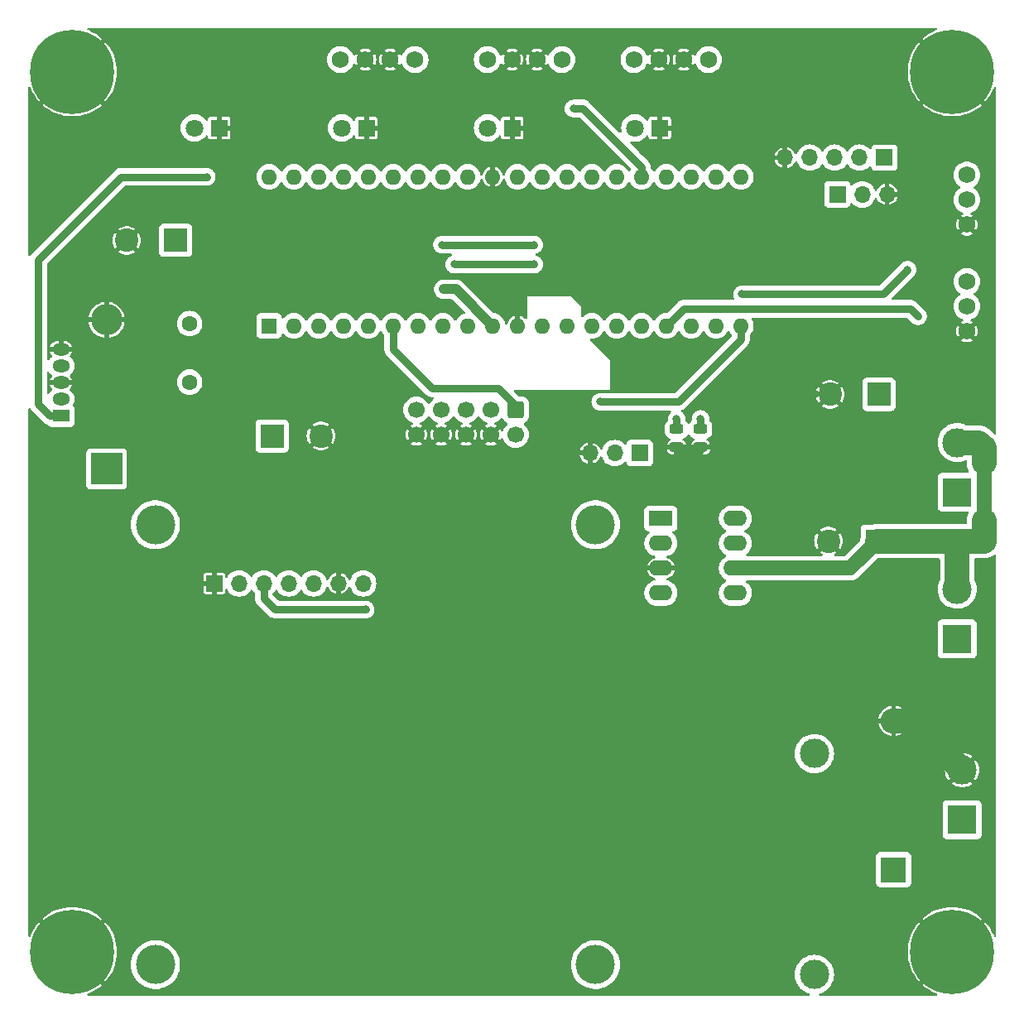
<source format=gbr>
%TF.GenerationSoftware,KiCad,Pcbnew,8.0.8-unknown-202501170223~559b1827ca~ubuntu24.04.1*%
%TF.CreationDate,2025-02-15T19:36:12+01:00*%
%TF.ProjectId,horse_feeder,686f7273-655f-4666-9565-6465722e6b69,rev?*%
%TF.SameCoordinates,Original*%
%TF.FileFunction,Copper,L1,Top*%
%TF.FilePolarity,Positive*%
%FSLAX46Y46*%
G04 Gerber Fmt 4.6, Leading zero omitted, Abs format (unit mm)*
G04 Created by KiCad (PCBNEW 8.0.8-unknown-202501170223~559b1827ca~ubuntu24.04.1) date 2025-02-15 19:36:12*
%MOMM*%
%LPD*%
G01*
G04 APERTURE LIST*
G04 Aperture macros list*
%AMRoundRect*
0 Rectangle with rounded corners*
0 $1 Rounding radius*
0 $2 $3 $4 $5 $6 $7 $8 $9 X,Y pos of 4 corners*
0 Add a 4 corners polygon primitive as box body*
4,1,4,$2,$3,$4,$5,$6,$7,$8,$9,$2,$3,0*
0 Add four circle primitives for the rounded corners*
1,1,$1+$1,$2,$3*
1,1,$1+$1,$4,$5*
1,1,$1+$1,$6,$7*
1,1,$1+$1,$8,$9*
0 Add four rect primitives between the rounded corners*
20,1,$1+$1,$2,$3,$4,$5,0*
20,1,$1+$1,$4,$5,$6,$7,0*
20,1,$1+$1,$6,$7,$8,$9,0*
20,1,$1+$1,$8,$9,$2,$3,0*%
G04 Aperture macros list end*
%TA.AperFunction,ComponentPad*%
%ADD10R,2.400000X2.400000*%
%TD*%
%TA.AperFunction,ComponentPad*%
%ADD11C,2.400000*%
%TD*%
%TA.AperFunction,ComponentPad*%
%ADD12R,1.700000X1.700000*%
%TD*%
%TA.AperFunction,ComponentPad*%
%ADD13O,1.700000X1.700000*%
%TD*%
%TA.AperFunction,ComponentPad*%
%ADD14C,1.727200*%
%TD*%
%TA.AperFunction,WasherPad*%
%ADD15C,4.000000*%
%TD*%
%TA.AperFunction,ComponentPad*%
%ADD16C,0.900000*%
%TD*%
%TA.AperFunction,ComponentPad*%
%ADD17C,8.600000*%
%TD*%
%TA.AperFunction,ComponentPad*%
%ADD18R,1.800000X1.800000*%
%TD*%
%TA.AperFunction,ComponentPad*%
%ADD19C,1.800000*%
%TD*%
%TA.AperFunction,ComponentPad*%
%ADD20R,3.000000X3.000000*%
%TD*%
%TA.AperFunction,ComponentPad*%
%ADD21C,3.000000*%
%TD*%
%TA.AperFunction,SMDPad,CuDef*%
%ADD22RoundRect,0.243750X0.456250X-0.243750X0.456250X0.243750X-0.456250X0.243750X-0.456250X-0.243750X0*%
%TD*%
%TA.AperFunction,ComponentPad*%
%ADD23R,3.200000X3.200000*%
%TD*%
%TA.AperFunction,ComponentPad*%
%ADD24O,3.200000X3.200000*%
%TD*%
%TA.AperFunction,ComponentPad*%
%ADD25R,2.400000X1.600000*%
%TD*%
%TA.AperFunction,ComponentPad*%
%ADD26O,2.400000X1.600000*%
%TD*%
%TA.AperFunction,ComponentPad*%
%ADD27R,2.600000X2.600000*%
%TD*%
%TA.AperFunction,ComponentPad*%
%ADD28O,2.600000X2.600000*%
%TD*%
%TA.AperFunction,ComponentPad*%
%ADD29RoundRect,0.250000X-0.600000X0.600000X-0.600000X-0.600000X0.600000X-0.600000X0.600000X0.600000X0*%
%TD*%
%TA.AperFunction,ComponentPad*%
%ADD30C,1.700000*%
%TD*%
%TA.AperFunction,ComponentPad*%
%ADD31R,1.800000X1.275000*%
%TD*%
%TA.AperFunction,ComponentPad*%
%ADD32O,1.800000X1.275000*%
%TD*%
%TA.AperFunction,ComponentPad*%
%ADD33C,1.600000*%
%TD*%
%TA.AperFunction,ComponentPad*%
%ADD34R,1.600000X1.600000*%
%TD*%
%TA.AperFunction,ComponentPad*%
%ADD35O,1.600000X1.600000*%
%TD*%
%TA.AperFunction,ViaPad*%
%ADD36C,0.800000*%
%TD*%
%TA.AperFunction,Conductor*%
%ADD37C,0.800000*%
%TD*%
%TA.AperFunction,Conductor*%
%ADD38C,2.500000*%
%TD*%
%TA.AperFunction,Conductor*%
%ADD39C,1.500000*%
%TD*%
%TA.AperFunction,Conductor*%
%ADD40C,1.000000*%
%TD*%
G04 APERTURE END LIST*
D10*
%TO.P,C2,1*%
%TO.N,+12V*%
X192323959Y-93000000D03*
D11*
%TO.P,C2,2*%
%TO.N,GND*%
X187323959Y-93000000D03*
%TD*%
D12*
%TO.P,J7,1,Pin_1*%
%TO.N,/RTC_SCL*%
X188247500Y-57537500D03*
D13*
%TO.P,J7,2,Pin_2*%
%TO.N,/RTC_SDA*%
X190787500Y-57537500D03*
%TO.P,J7,3,Pin_3*%
%TO.N,GND*%
X193327500Y-57537500D03*
%TD*%
D14*
%TO.P,J9,1,Pin_1*%
%TO.N,Net-(J9-Pin_1)*%
X175060000Y-43749999D03*
%TO.P,J9,2,Pin_2*%
%TO.N,GND*%
X172520000Y-43749999D03*
%TO.P,J9,3,Pin_3*%
X169980000Y-43749999D03*
%TO.P,J9,4,Pin_4*%
%TO.N,/LED_Y_fp*%
X167440000Y-43749999D03*
%TD*%
D15*
%TO.P,M1,*%
%TO.N,*%
X118510000Y-136325000D03*
X163510000Y-136325000D03*
X118510000Y-91325000D03*
X163510000Y-91325000D03*
D12*
%TO.P,M1,1,GND*%
%TO.N,GND*%
X124510000Y-97325000D03*
D13*
%TO.P,M1,2,RING*%
%TO.N,unconnected-(M1-RING-Pad2)*%
X127050000Y-97325000D03*
%TO.P,M1,3,TXD*%
%TO.N,/SIM_TXl*%
X129590000Y-97325000D03*
%TO.P,M1,4,RXD*%
%TO.N,/SIM_RXl*%
X132130000Y-97325000D03*
%TO.P,M1,5,VCC*%
%TO.N,+5VP*%
X134670000Y-97325000D03*
%TO.P,M1,6,GND*%
%TO.N,GND*%
X137210000Y-97325000D03*
%TO.P,M1,7,BOOT*%
%TO.N,/SIM_BOOT*%
X139750000Y-97325000D03*
%TD*%
D16*
%TO.P,H4,1,1*%
%TO.N,GND*%
X196775000Y-45000000D03*
X197719581Y-42719581D03*
X197719581Y-47280419D03*
X200000000Y-41775000D03*
D17*
X200000000Y-45000000D03*
D16*
X200000000Y-48225000D03*
X202280419Y-42719581D03*
X202280419Y-47280419D03*
X203225000Y-45000000D03*
%TD*%
D18*
%TO.P,D8,1,K*%
%TO.N,GND*%
X170085000Y-50749999D03*
D19*
%TO.P,D8,2,A*%
%TO.N,/LED_Y_fp*%
X167545000Y-50749999D03*
%TD*%
D20*
%TO.P,J3,1,Pin_1*%
%TO.N,/Mot1_D*%
X200500000Y-88000000D03*
D21*
%TO.P,J3,2,Pin_2*%
%TO.N,+12V*%
X200500000Y-82920000D03*
%TD*%
D20*
%TO.P,J2,1,Pin_1*%
%TO.N,/Mot2_D*%
X200500000Y-103000000D03*
D21*
%TO.P,J2,2,Pin_2*%
%TO.N,+12V*%
X200500000Y-97920000D03*
%TD*%
D18*
%TO.P,D9,1,K*%
%TO.N,GND*%
X155005000Y-50749999D03*
D19*
%TO.P,D9,2,A*%
%TO.N,/LED_G_fp*%
X152465000Y-50749999D03*
%TD*%
D21*
%TO.P,F1,1*%
%TO.N,Net-(J1-Pin_1)*%
X185905000Y-137330000D03*
%TO.P,F1,2*%
%TO.N,/Vin*%
X185905000Y-114730000D03*
%TD*%
D22*
%TO.P,D12,1,K*%
%TO.N,GND*%
X171810000Y-83417976D03*
%TO.P,D12,2,A*%
%TO.N,Net-(D12-A)*%
X171810000Y-81542976D03*
%TD*%
D14*
%TO.P,J6,1,Pin_1*%
%TO.N,GND*%
X201500000Y-60640400D03*
%TO.P,J6,2,Pin_2*%
%TO.N,Net-(J6-Pin_2)*%
X201500000Y-58100400D03*
%TO.P,J6,3,Pin_3*%
%TO.N,+12P*%
X201500000Y-55560400D03*
%TD*%
D23*
%TO.P,D2,1,K*%
%TO.N,/5V_sw*%
X113500000Y-85620000D03*
D24*
%TO.P,D2,2,A*%
%TO.N,GND*%
X113500000Y-70380000D03*
%TD*%
D10*
%TO.P,C3,1*%
%TO.N,+12V*%
X192500000Y-78000000D03*
D11*
%TO.P,C3,2*%
%TO.N,GND*%
X187500000Y-78000000D03*
%TD*%
D25*
%TO.P,U2,1,NC*%
%TO.N,unconnected-(U2-NC-Pad1)*%
X170200000Y-90700000D03*
D26*
%TO.P,U2,2,IN_A*%
%TO.N,/Mot1_PWM*%
X170200000Y-93240000D03*
%TO.P,U2,3,GND*%
%TO.N,GND*%
X170200000Y-95780000D03*
%TO.P,U2,4,IN_B*%
%TO.N,/Mot2_PWM*%
X170200000Y-98320000D03*
%TO.P,U2,5,OUT_B*%
%TO.N,Net-(U2-OUT_B)*%
X177820000Y-98320000D03*
%TO.P,U2,6,V+*%
%TO.N,+12V*%
X177820000Y-95780000D03*
%TO.P,U2,7,OUT_A*%
%TO.N,Net-(U2-OUT_A)*%
X177820000Y-93240000D03*
%TO.P,U2,8,NC*%
%TO.N,unconnected-(U2-NC-Pad8)*%
X177820000Y-90700000D03*
%TD*%
D27*
%TO.P,D1,1,A1*%
%TO.N,+12V*%
X194000000Y-126620000D03*
D28*
%TO.P,D1,2,A2*%
%TO.N,GND*%
X194000000Y-111380000D03*
%TD*%
D29*
%TO.P,J8,1,MOSI*%
%TO.N,/MOSI*%
X155350000Y-79572500D03*
D30*
%TO.P,J8,2,VCC*%
%TO.N,unconnected-(J8-VCC-Pad2)*%
X155350000Y-82112500D03*
%TO.P,J8,3,NC*%
%TO.N,unconnected-(J8-NC-Pad3)*%
X152810000Y-79572500D03*
%TO.P,J8,4,GND*%
%TO.N,GND*%
X152810000Y-82112500D03*
%TO.P,J8,5,~{RST}*%
%TO.N,/RST*%
X150270000Y-79572500D03*
%TO.P,J8,6,GND*%
%TO.N,GND*%
X150270000Y-82112500D03*
%TO.P,J8,7,SCK*%
%TO.N,/SCK*%
X147730000Y-79572500D03*
%TO.P,J8,8,GND*%
%TO.N,GND*%
X147730000Y-82112500D03*
%TO.P,J8,9,MISO*%
%TO.N,/MISO*%
X145190000Y-79572500D03*
%TO.P,J8,10,GND*%
%TO.N,GND*%
X145190000Y-82112500D03*
%TD*%
D18*
%TO.P,D10,1,K*%
%TO.N,GND*%
X125025000Y-50750000D03*
D19*
%TO.P,D10,2,A*%
%TO.N,/LED_B_fp*%
X122485000Y-50750000D03*
%TD*%
D14*
%TO.P,J11,1,Pin_1*%
%TO.N,Net-(J11-Pin_1)*%
X160060000Y-43749999D03*
%TO.P,J11,2,Pin_2*%
%TO.N,GND*%
X157520000Y-43749999D03*
%TO.P,J11,3,Pin_3*%
X154980000Y-43749999D03*
%TO.P,J11,4,Pin_4*%
%TO.N,/LED_G_fp*%
X152440000Y-43749999D03*
%TD*%
D22*
%TO.P,D11,1,K*%
%TO.N,GND*%
X174260000Y-83417976D03*
%TO.P,D11,2,A*%
%TO.N,Net-(D11-A)*%
X174260000Y-81542976D03*
%TD*%
D31*
%TO.P,U5,1,VIN*%
%TO.N,+12V*%
X108840000Y-80200000D03*
D32*
%TO.P,U5,2,OUT*%
%TO.N,/5V_sw*%
X108840000Y-78500000D03*
%TO.P,U5,3,GND*%
%TO.N,GND*%
X108840000Y-76800000D03*
%TO.P,U5,4,FB*%
%TO.N,/5V_fb*%
X108840000Y-75100000D03*
%TO.P,U5,5,~{ON}/OFF*%
%TO.N,GND*%
X108840000Y-73400000D03*
%TD*%
D14*
%TO.P,J10,1,Pin_1*%
%TO.N,Net-(J10-Pin_1)*%
X145060000Y-43749999D03*
%TO.P,J10,2,Pin_2*%
%TO.N,GND*%
X142520000Y-43749999D03*
%TO.P,J10,3,Pin_3*%
X139980000Y-43749999D03*
%TO.P,J10,4,Pin_4*%
%TO.N,/LED_R_fp*%
X137440000Y-43749999D03*
%TD*%
D33*
%TO.P,L1,1,1*%
%TO.N,/5V_sw*%
X122000000Y-76750000D03*
%TO.P,L1,2,2*%
%TO.N,+5VP*%
X122000000Y-70750000D03*
%TD*%
D34*
%TO.P,U3,1,PB0*%
%TO.N,unconnected-(U3-PB0-Pad1)*%
X130125000Y-70987500D03*
D35*
%TO.P,U3,2,PB1*%
%TO.N,unconnected-(U3-PB1-Pad2)*%
X132665000Y-70987500D03*
%TO.P,U3,3,PB2*%
%TO.N,unconnected-(U3-PB2-Pad3)*%
X135205000Y-70987500D03*
%TO.P,U3,4,PB3*%
%TO.N,unconnected-(U3-PB3-Pad4)*%
X137745000Y-70987500D03*
%TO.P,U3,5,PB4*%
%TO.N,unconnected-(U3-PB4-Pad5)*%
X140285000Y-70987500D03*
%TO.P,U3,6,PB5*%
%TO.N,/MOSI*%
X142825000Y-70987500D03*
%TO.P,U3,7,PB6*%
%TO.N,/MISO*%
X145365000Y-70987500D03*
%TO.P,U3,8,PB7*%
%TO.N,/SCK*%
X147905000Y-70987500D03*
%TO.P,U3,9,~{RESET}*%
%TO.N,/RST*%
X150445000Y-70987500D03*
%TO.P,U3,10,VCC*%
%TO.N,+5V*%
X152985000Y-70987500D03*
%TO.P,U3,11,GND*%
%TO.N,GND*%
X155525000Y-70987500D03*
%TO.P,U3,12,XTAL2*%
%TO.N,/XTAL2*%
X158065000Y-70987500D03*
%TO.P,U3,13,XTAL1*%
%TO.N,/XTAL1*%
X160605000Y-70987500D03*
%TO.P,U3,14,PD0*%
%TO.N,/SIM_TX*%
X163145000Y-70987500D03*
%TO.P,U3,15,PD1*%
%TO.N,/SIM_RX*%
X165685000Y-70987500D03*
%TO.P,U3,16,PD2*%
%TO.N,/Proxi2*%
X168225000Y-70987500D03*
%TO.P,U3,17,PD3*%
%TO.N,/Proxi1*%
X170765000Y-70987500D03*
%TO.P,U3,18,PD4*%
%TO.N,/Mot2_PWM*%
X173305000Y-70987500D03*
%TO.P,U3,19,PD5*%
%TO.N,/Mot1_PWM*%
X175845000Y-70987500D03*
%TO.P,U3,20,PD6*%
%TO.N,/SIM_BOOT*%
X178385000Y-70987500D03*
%TO.P,U3,21,PD7*%
%TO.N,unconnected-(U3-PD7-Pad21)*%
X178385000Y-55747500D03*
%TO.P,U3,22,PC0*%
%TO.N,/RTC_SCL*%
X175845000Y-55747500D03*
%TO.P,U3,23,PC1*%
%TO.N,/RTC_SDA*%
X173305000Y-55747500D03*
%TO.P,U3,24,PC2*%
%TO.N,/Btn_USR1*%
X170765000Y-55747500D03*
%TO.P,U3,25,PC3*%
%TO.N,/Btn_USR2*%
X168225000Y-55747500D03*
%TO.P,U3,26,PC4*%
%TO.N,/Proxi_PWR*%
X165685000Y-55747500D03*
%TO.P,U3,27,PC5*%
%TO.N,unconnected-(U3-PC5-Pad27)*%
X163145000Y-55747500D03*
%TO.P,U3,28,PC6*%
%TO.N,unconnected-(U3-PC6-Pad28)*%
X160605000Y-55747500D03*
%TO.P,U3,29,PC7*%
%TO.N,unconnected-(U3-PC7-Pad29)*%
X158065000Y-55747500D03*
%TO.P,U3,30,AVCC*%
%TO.N,+5V*%
X155525000Y-55747500D03*
%TO.P,U3,31,GND*%
%TO.N,GND*%
X152985000Y-55747500D03*
%TO.P,U3,32,AREF*%
%TO.N,+5V*%
X150445000Y-55747500D03*
%TO.P,U3,33,PA7*%
%TO.N,unconnected-(U3-PA7-Pad33)*%
X147905000Y-55747500D03*
%TO.P,U3,34,PA6*%
%TO.N,/LED_Y*%
X145365000Y-55747500D03*
%TO.P,U3,35,PA5*%
%TO.N,/LED_G*%
X142825000Y-55747500D03*
%TO.P,U3,36,PA4*%
%TO.N,/LED_R*%
X140285000Y-55747500D03*
%TO.P,U3,37,PA3*%
%TO.N,/LED_B*%
X137745000Y-55747500D03*
%TO.P,U3,38,PA2*%
%TO.N,/Mot1_Ip*%
X135205000Y-55747500D03*
%TO.P,U3,39,PA1*%
%TO.N,/Mot2_Ip*%
X132665000Y-55747500D03*
%TO.P,U3,40,PA0*%
%TO.N,/Batt_mon*%
X130125000Y-55747500D03*
%TD*%
D14*
%TO.P,J4,1,Pin_1*%
%TO.N,GND*%
X201500000Y-71540000D03*
%TO.P,J4,2,Pin_2*%
%TO.N,Net-(J4-Pin_2)*%
X201500000Y-69000000D03*
%TO.P,J4,3,Pin_3*%
%TO.N,+12P*%
X201500000Y-66460000D03*
%TD*%
D20*
%TO.P,J1,1,Pin_1*%
%TO.N,Net-(J1-Pin_1)*%
X201000000Y-121500000D03*
D21*
%TO.P,J1,2,Pin_2*%
%TO.N,GND*%
X201000000Y-116420000D03*
%TD*%
D10*
%TO.P,C28,1*%
%TO.N,+5VP*%
X130426041Y-82250000D03*
D11*
%TO.P,C28,2*%
%TO.N,GND*%
X135426041Y-82250000D03*
%TD*%
D16*
%TO.P,H1,1,1*%
%TO.N,GND*%
X106775000Y-45000000D03*
X107719581Y-42719581D03*
X107719581Y-47280419D03*
X110000000Y-41775000D03*
D17*
X110000000Y-45000000D03*
D16*
X110000000Y-48225000D03*
X112280419Y-42719581D03*
X112280419Y-47280419D03*
X113225000Y-45000000D03*
%TD*%
D18*
%TO.P,D7,1,K*%
%TO.N,GND*%
X140085000Y-50749999D03*
D19*
%TO.P,D7,2,A*%
%TO.N,/LED_R_fp*%
X137545000Y-50749999D03*
%TD*%
D12*
%TO.P,U4,1,VDD*%
%TO.N,+5V*%
X193062500Y-53787500D03*
D13*
%TO.P,U4,2,SDA*%
%TO.N,/RTC_SDA*%
X190522500Y-53787500D03*
%TO.P,U4,3,SCL*%
%TO.N,/RTC_SCL*%
X187982500Y-53787500D03*
%TO.P,U4,4,SQW*%
%TO.N,unconnected-(U4-SQW-Pad4)*%
X185442500Y-53787500D03*
%TO.P,U4,5,GND*%
%TO.N,GND*%
X182902500Y-53787500D03*
%TD*%
D12*
%TO.P,J5,1,Pin_1*%
%TO.N,/SIM_RX*%
X168025000Y-84000000D03*
D13*
%TO.P,J5,2,Pin_2*%
%TO.N,/SIM_TX*%
X165485000Y-84000000D03*
%TO.P,J5,3,Pin_3*%
%TO.N,GND*%
X162945000Y-84000000D03*
%TD*%
D10*
%TO.P,C4,1*%
%TO.N,+5VP*%
X120573959Y-62250000D03*
D11*
%TO.P,C4,2*%
%TO.N,GND*%
X115573959Y-62250000D03*
%TD*%
D16*
%TO.P,H3,1,1*%
%TO.N,GND*%
X196775000Y-135000000D03*
X197719581Y-132719581D03*
X197719581Y-137280419D03*
X200000000Y-131775000D03*
D17*
X200000000Y-135000000D03*
D16*
X200000000Y-138225000D03*
X202280419Y-132719581D03*
X202280419Y-137280419D03*
X203225000Y-135000000D03*
%TD*%
%TO.P,H2,1,1*%
%TO.N,GND*%
X106775000Y-135000000D03*
X107719581Y-132719581D03*
X107719581Y-137280419D03*
X110000000Y-131775000D03*
D17*
X110000000Y-135000000D03*
D16*
X110000000Y-138225000D03*
X112280419Y-132719581D03*
X112280419Y-137280419D03*
X113225000Y-135000000D03*
%TD*%
D36*
%TO.N,+12V*%
X123750000Y-55750000D03*
%TO.N,GND*%
X186000000Y-78000000D03*
X191650000Y-63193750D03*
X137287500Y-104500000D03*
X137287500Y-92000000D03*
X173000000Y-95000000D03*
X126000000Y-61500000D03*
X173010000Y-85000000D03*
X191700000Y-61000000D03*
X110500000Y-76800000D03*
X185500000Y-93000000D03*
X124000000Y-58000000D03*
X137287500Y-102500000D03*
X137287500Y-94000000D03*
X184500000Y-51575000D03*
X138500000Y-105500000D03*
X173000000Y-97000000D03*
%TO.N,+5V*%
X149247488Y-67250000D03*
X148000000Y-67250000D03*
%TO.N,/Proxi1*%
X196500000Y-70000000D03*
%TO.N,/Proxi2*%
X195437500Y-65250000D03*
X178500000Y-67750000D03*
%TO.N,/Btn_USR2*%
X161250000Y-48749999D03*
%TO.N,/Mot1_Ip*%
X147800000Y-62700000D03*
X157250000Y-62700000D03*
%TO.N,/Mot2_Ip*%
X157250000Y-64700000D03*
X149050000Y-64700000D03*
%TO.N,/SIM_BOOT*%
X164000000Y-78750000D03*
%TO.N,/SIM_TXl*%
X140000000Y-100000000D03*
%TO.N,Net-(D11-A)*%
X174260000Y-80500000D03*
%TO.N,Net-(D12-A)*%
X171810000Y-80540000D03*
%TD*%
D37*
%TO.N,+12V*%
X108840000Y-80200000D02*
X107700000Y-80200000D01*
D38*
X192323959Y-93000000D02*
X200500000Y-93000000D01*
X200500000Y-82920000D02*
X202670000Y-82920000D01*
X200500000Y-97920000D02*
X200500000Y-93000000D01*
X200500000Y-93000000D02*
X203250000Y-93000000D01*
D37*
X106500000Y-79000000D02*
X106500000Y-64250000D01*
D39*
X203250000Y-90950000D02*
X203250000Y-85000000D01*
X189543959Y-95780000D02*
X192323959Y-93000000D01*
D38*
X203250000Y-83500000D02*
X203250000Y-85000000D01*
X203250000Y-93000000D02*
X203250000Y-90950000D01*
D37*
X106500000Y-64250000D02*
X115000000Y-55750000D01*
D38*
X202670000Y-82920000D02*
X203250000Y-83500000D01*
D37*
X107700000Y-80200000D02*
X106500000Y-79000000D01*
X115000000Y-55750000D02*
X123750000Y-55750000D01*
D39*
X177820000Y-95780000D02*
X189543959Y-95780000D01*
D37*
%TO.N,GND*%
X173010000Y-85000000D02*
X173010000Y-84950000D01*
D38*
X194000000Y-111380000D02*
X195960000Y-111380000D01*
D37*
X173010000Y-84950000D02*
X171810000Y-83750000D01*
X173010000Y-84990000D02*
X174250000Y-83750000D01*
X173010000Y-85000000D02*
X173010000Y-84990000D01*
X171810000Y-83750000D02*
X174250000Y-83750000D01*
D38*
X195960000Y-111380000D02*
X201000000Y-116420000D01*
D40*
%TO.N,+5V*%
X149247500Y-67250000D02*
X148000000Y-67250000D01*
X152985000Y-70987500D02*
X149247500Y-67250000D01*
D37*
%TO.N,/Proxi1*%
X195750000Y-69250000D02*
X172502500Y-69250000D01*
X172502500Y-69250000D02*
X170765000Y-70987500D01*
X196500000Y-70000000D02*
X195750000Y-69250000D01*
%TO.N,/Proxi2*%
X195437500Y-65250000D02*
X192937500Y-67750000D01*
X192937500Y-67750000D02*
X178500000Y-67750000D01*
%TO.N,/Btn_USR2*%
X162249999Y-48749999D02*
X161250000Y-48749999D01*
X168225000Y-55747500D02*
X168225000Y-54725000D01*
X168225000Y-54725000D02*
X162249999Y-48749999D01*
%TO.N,/MOSI*%
X153560000Y-77362500D02*
X146810000Y-77362500D01*
X155350000Y-79572500D02*
X155350000Y-79152500D01*
X155350000Y-79152500D02*
X153560000Y-77362500D01*
X146810000Y-77362500D02*
X142825000Y-73377500D01*
X142825000Y-73377500D02*
X142825000Y-70987500D01*
%TO.N,/Mot2_PWM*%
X173305000Y-70987500D02*
X173305000Y-71057500D01*
%TO.N,/Mot1_Ip*%
X157250000Y-62700000D02*
X147800000Y-62700000D01*
%TO.N,/Mot2_Ip*%
X157250000Y-64700000D02*
X149050000Y-64700000D01*
%TO.N,/SIM_BOOT*%
X164000000Y-78750000D02*
X172000000Y-78750000D01*
X178385000Y-72365000D02*
X178385000Y-70987500D01*
X172000000Y-78750000D02*
X178385000Y-72365000D01*
%TO.N,/SIM_TXl*%
X129590000Y-98840000D02*
X129590000Y-97325000D01*
X130750000Y-100000000D02*
X129590000Y-98840000D01*
X140000000Y-100000000D02*
X130750000Y-100000000D01*
%TO.N,Net-(D11-A)*%
X174260000Y-81542976D02*
X174260000Y-80500000D01*
%TO.N,Net-(D12-A)*%
X171810000Y-81542976D02*
X171810000Y-80540000D01*
%TD*%
%TA.AperFunction,Conductor*%
%TO.N,GND*%
G36*
X154037038Y-80439553D02*
G01*
X154062335Y-80483233D01*
X154065186Y-80491834D01*
X154157288Y-80641156D01*
X154281344Y-80765212D01*
X154430666Y-80857314D01*
X154439264Y-80860163D01*
X154496707Y-80899933D01*
X154523531Y-80964448D01*
X154511217Y-81033224D01*
X154482234Y-81069983D01*
X154482427Y-81070176D01*
X154480798Y-81071804D01*
X154479975Y-81072849D01*
X154478599Y-81074003D01*
X154311505Y-81241097D01*
X154175965Y-81434669D01*
X154175964Y-81434671D01*
X154076098Y-81648835D01*
X154076095Y-81648841D01*
X154067060Y-81682563D01*
X154030695Y-81742223D01*
X153967848Y-81772752D01*
X153898472Y-81764457D01*
X153844594Y-81719972D01*
X153836285Y-81705741D01*
X153749249Y-81530949D01*
X153749247Y-81530947D01*
X153747465Y-81528587D01*
X153292962Y-81983089D01*
X153275925Y-81919507D01*
X153210099Y-81805493D01*
X153117007Y-81712401D01*
X153002993Y-81646575D01*
X152939409Y-81629537D01*
X153390687Y-81178258D01*
X153302413Y-81123601D01*
X153302402Y-81123596D01*
X153221688Y-81092327D01*
X153166286Y-81049754D01*
X153142696Y-80983988D01*
X153158407Y-80915907D01*
X153208431Y-80867129D01*
X153234390Y-80856926D01*
X153273653Y-80846406D01*
X153273654Y-80846405D01*
X153273663Y-80846403D01*
X153487830Y-80746535D01*
X153681401Y-80610995D01*
X153848495Y-80443901D01*
X153848504Y-80443888D01*
X153849636Y-80442540D01*
X153850293Y-80442102D01*
X153852323Y-80440073D01*
X153852730Y-80440480D01*
X153907805Y-80403834D01*
X153977666Y-80402720D01*
X154037038Y-80439553D01*
G37*
%TD.AperFunction*%
%TA.AperFunction,Conductor*%
G36*
X198413998Y-40520185D02*
G01*
X198459753Y-40572989D01*
X198469697Y-40642147D01*
X198440672Y-40705703D01*
X198386366Y-40742072D01*
X198354582Y-40752724D01*
X198354581Y-40752725D01*
X197969742Y-40922648D01*
X197969714Y-40922662D01*
X197602182Y-41127375D01*
X197602176Y-41127379D01*
X197255081Y-41365145D01*
X197255071Y-41365152D01*
X196962038Y-41608483D01*
X196962038Y-41608485D01*
X198666651Y-43313098D01*
X198579365Y-43380076D01*
X198380076Y-43579365D01*
X198313098Y-43666651D01*
X196608485Y-41962038D01*
X196608483Y-41962038D01*
X196365152Y-42255071D01*
X196365145Y-42255081D01*
X196127379Y-42602176D01*
X196127375Y-42602182D01*
X195922662Y-42969714D01*
X195922648Y-42969742D01*
X195752725Y-43354581D01*
X195752722Y-43354588D01*
X195619018Y-43753505D01*
X195522696Y-44163041D01*
X195522695Y-44163046D01*
X195464571Y-44579722D01*
X195445140Y-45000000D01*
X195464571Y-45420277D01*
X195522695Y-45836953D01*
X195522696Y-45836958D01*
X195619018Y-46246494D01*
X195752722Y-46645411D01*
X195752725Y-46645418D01*
X195922648Y-47030257D01*
X195922662Y-47030285D01*
X196127375Y-47397817D01*
X196127379Y-47397824D01*
X196365144Y-47744919D01*
X196608483Y-48037960D01*
X196608485Y-48037960D01*
X198313098Y-46333347D01*
X198380076Y-46420635D01*
X198579365Y-46619924D01*
X198666651Y-46686900D01*
X196962038Y-48391513D01*
X196962038Y-48391515D01*
X197255080Y-48634855D01*
X197602175Y-48872620D01*
X197602182Y-48872624D01*
X197969714Y-49077337D01*
X197969742Y-49077351D01*
X198354581Y-49247274D01*
X198354588Y-49247277D01*
X198753505Y-49380981D01*
X199163041Y-49477303D01*
X199163046Y-49477304D01*
X199579722Y-49535428D01*
X200000000Y-49554859D01*
X200420277Y-49535428D01*
X200836953Y-49477304D01*
X200836958Y-49477303D01*
X201246494Y-49380981D01*
X201645411Y-49247277D01*
X201645418Y-49247274D01*
X202030257Y-49077351D01*
X202030285Y-49077337D01*
X202397817Y-48872624D01*
X202397824Y-48872620D01*
X202744905Y-48634864D01*
X202744918Y-48634854D01*
X203037960Y-48391514D01*
X203037960Y-48391513D01*
X201333348Y-46686901D01*
X201420635Y-46619924D01*
X201619924Y-46420635D01*
X201686901Y-46333348D01*
X203391513Y-48037960D01*
X203391514Y-48037960D01*
X203634854Y-47744918D01*
X203634864Y-47744905D01*
X203872620Y-47397824D01*
X203872624Y-47397817D01*
X204077337Y-47030285D01*
X204077351Y-47030257D01*
X204247274Y-46645418D01*
X204247279Y-46645405D01*
X204257928Y-46613635D01*
X204297896Y-46556326D01*
X204362503Y-46529723D01*
X204431237Y-46542273D01*
X204482274Y-46589990D01*
X204499500Y-46653040D01*
X204499500Y-81974556D01*
X204479815Y-82041595D01*
X204427011Y-82087350D01*
X204357853Y-82097294D01*
X204294297Y-82068269D01*
X204287819Y-82062237D01*
X203826668Y-81601086D01*
X203826663Y-81601082D01*
X203826661Y-81601080D01*
X203735636Y-81531235D01*
X203735635Y-81531234D01*
X203644622Y-81461396D01*
X203644616Y-81461392D01*
X203644612Y-81461389D01*
X203598335Y-81434671D01*
X203445891Y-81346657D01*
X203445876Y-81346650D01*
X203233890Y-81258843D01*
X203233888Y-81258842D01*
X203233887Y-81258842D01*
X203202754Y-81250500D01*
X203202752Y-81250499D01*
X203068840Y-81214618D01*
X203012239Y-81199452D01*
X203012233Y-81199451D01*
X203012232Y-81199451D01*
X203002362Y-81198151D01*
X202985771Y-81195967D01*
X202985770Y-81195966D01*
X202784744Y-81169501D01*
X202784739Y-81169500D01*
X202784734Y-81169500D01*
X202784727Y-81169500D01*
X201500087Y-81169500D01*
X201440660Y-81154332D01*
X201333166Y-81095635D01*
X201333167Y-81095635D01*
X201162431Y-81031954D01*
X201065046Y-80995631D01*
X201065043Y-80995630D01*
X201065037Y-80995628D01*
X200785433Y-80934804D01*
X200500001Y-80914390D01*
X200499999Y-80914390D01*
X200214566Y-80934804D01*
X199934962Y-80995628D01*
X199666833Y-81095635D01*
X199415690Y-81232770D01*
X199415682Y-81232775D01*
X199186612Y-81404254D01*
X199186594Y-81404270D01*
X198984270Y-81606594D01*
X198984254Y-81606612D01*
X198812775Y-81835682D01*
X198812770Y-81835690D01*
X198675635Y-82086833D01*
X198575628Y-82354962D01*
X198514804Y-82634566D01*
X198494390Y-82919998D01*
X198494390Y-82920001D01*
X198514804Y-83205433D01*
X198575628Y-83485037D01*
X198575630Y-83485043D01*
X198575631Y-83485046D01*
X198655805Y-83700000D01*
X198675635Y-83753166D01*
X198812770Y-84004309D01*
X198812775Y-84004317D01*
X198984254Y-84233387D01*
X198984270Y-84233405D01*
X199186594Y-84435729D01*
X199186612Y-84435745D01*
X199415682Y-84607224D01*
X199415690Y-84607229D01*
X199666833Y-84744364D01*
X199666832Y-84744364D01*
X199666836Y-84744365D01*
X199666839Y-84744367D01*
X199934954Y-84844369D01*
X199934960Y-84844370D01*
X199934962Y-84844371D01*
X200214566Y-84905195D01*
X200214568Y-84905195D01*
X200214572Y-84905196D01*
X200468220Y-84923337D01*
X200499999Y-84925610D01*
X200500000Y-84925610D01*
X200500001Y-84925610D01*
X200528595Y-84923564D01*
X200785428Y-84905196D01*
X200819046Y-84897883D01*
X201065037Y-84844371D01*
X201065037Y-84844370D01*
X201065046Y-84844369D01*
X201332169Y-84744736D01*
X201401858Y-84739753D01*
X201463181Y-84773238D01*
X201496666Y-84834561D01*
X201499500Y-84860919D01*
X201499500Y-85114741D01*
X201524446Y-85304215D01*
X201529452Y-85342238D01*
X201588842Y-85563887D01*
X201676650Y-85775876D01*
X201676661Y-85775898D01*
X201698371Y-85813501D01*
X201714844Y-85881401D01*
X201691991Y-85947428D01*
X201637070Y-85990618D01*
X201590984Y-85999500D01*
X198952129Y-85999500D01*
X198952123Y-85999501D01*
X198892516Y-86005908D01*
X198757671Y-86056202D01*
X198757664Y-86056206D01*
X198642455Y-86142452D01*
X198642452Y-86142455D01*
X198556206Y-86257664D01*
X198556202Y-86257671D01*
X198505908Y-86392517D01*
X198499501Y-86452116D01*
X198499500Y-86452135D01*
X198499500Y-89547870D01*
X198499501Y-89547876D01*
X198505908Y-89607483D01*
X198556202Y-89742328D01*
X198556206Y-89742335D01*
X198642452Y-89857544D01*
X198642455Y-89857547D01*
X198757664Y-89943793D01*
X198757671Y-89943797D01*
X198892517Y-89994091D01*
X198892516Y-89994091D01*
X198899444Y-89994835D01*
X198952127Y-90000500D01*
X201562989Y-90000499D01*
X201630028Y-90020184D01*
X201675783Y-90072987D01*
X201685727Y-90142146D01*
X201677550Y-90171951D01*
X201588842Y-90386111D01*
X201588842Y-90386112D01*
X201529453Y-90607759D01*
X201529451Y-90607770D01*
X201499500Y-90835258D01*
X201499500Y-91125500D01*
X201479815Y-91192539D01*
X201427011Y-91238294D01*
X201375500Y-91249500D01*
X192209217Y-91249500D01*
X191981717Y-91279452D01*
X191981714Y-91279453D01*
X191922665Y-91295275D01*
X191890573Y-91299500D01*
X191076088Y-91299500D01*
X191076082Y-91299501D01*
X191016475Y-91305908D01*
X190881630Y-91356202D01*
X190881623Y-91356206D01*
X190766414Y-91442452D01*
X190766411Y-91442455D01*
X190680165Y-91557664D01*
X190680161Y-91557671D01*
X190629867Y-91692517D01*
X190623460Y-91752116D01*
X190623459Y-91752135D01*
X190623459Y-92566615D01*
X190619234Y-92598708D01*
X190603413Y-92657752D01*
X190603411Y-92657763D01*
X190573459Y-92885258D01*
X190573459Y-92930664D01*
X190553774Y-92997703D01*
X190537140Y-93018345D01*
X189062304Y-94493181D01*
X189000981Y-94526666D01*
X188974623Y-94529500D01*
X188033910Y-94529500D01*
X187966871Y-94509815D01*
X187921116Y-94457011D01*
X187911172Y-94387853D01*
X187940197Y-94324297D01*
X187974893Y-94296445D01*
X188119748Y-94218053D01*
X188119754Y-94218048D01*
X188158385Y-94187980D01*
X188158386Y-94187979D01*
X187535018Y-93564612D01*
X187555550Y-93559111D01*
X187692367Y-93480119D01*
X187804078Y-93368408D01*
X187883070Y-93231591D01*
X187888571Y-93211059D01*
X188511269Y-93833757D01*
X188603565Y-93692490D01*
X188700093Y-93472428D01*
X188759084Y-93239476D01*
X188778928Y-93000005D01*
X188778928Y-92999994D01*
X188759084Y-92760523D01*
X188700093Y-92527571D01*
X188603567Y-92307514D01*
X188511269Y-92166241D01*
X187888571Y-92788939D01*
X187883070Y-92768409D01*
X187804078Y-92631592D01*
X187692367Y-92519881D01*
X187555550Y-92440889D01*
X187535016Y-92435387D01*
X188158385Y-91812019D01*
X188158385Y-91812017D01*
X188119760Y-91781954D01*
X188119754Y-91781950D01*
X187908414Y-91667578D01*
X187908408Y-91667576D01*
X187681135Y-91589553D01*
X187444108Y-91550000D01*
X187203810Y-91550000D01*
X186966782Y-91589553D01*
X186739509Y-91667576D01*
X186739503Y-91667578D01*
X186528168Y-91781948D01*
X186489530Y-91812019D01*
X187112899Y-92435387D01*
X187092368Y-92440889D01*
X186955551Y-92519881D01*
X186843840Y-92631592D01*
X186764848Y-92768409D01*
X186759346Y-92788940D01*
X186136646Y-92166241D01*
X186044351Y-92307511D01*
X185947824Y-92527571D01*
X185888833Y-92760523D01*
X185868990Y-92999994D01*
X185868990Y-93000005D01*
X185888833Y-93239476D01*
X185947824Y-93472428D01*
X186044350Y-93692485D01*
X186136647Y-93833757D01*
X186759346Y-93211058D01*
X186764848Y-93231591D01*
X186843840Y-93368408D01*
X186955551Y-93480119D01*
X187092368Y-93559111D01*
X187112899Y-93564612D01*
X186489531Y-94187979D01*
X186528168Y-94218052D01*
X186528171Y-94218054D01*
X186673025Y-94296445D01*
X186722616Y-94345665D01*
X186737724Y-94413881D01*
X186713554Y-94479437D01*
X186657778Y-94521518D01*
X186614008Y-94529500D01*
X179039331Y-94529500D01*
X178972292Y-94509815D01*
X178926537Y-94457011D01*
X178916593Y-94387853D01*
X178945618Y-94324297D01*
X178966446Y-94305181D01*
X179067219Y-94231966D01*
X179211966Y-94087219D01*
X179211968Y-94087215D01*
X179211971Y-94087213D01*
X179264732Y-94014590D01*
X179332287Y-93921610D01*
X179425220Y-93739219D01*
X179488477Y-93544534D01*
X179520500Y-93342352D01*
X179520500Y-93137648D01*
X179488477Y-92935465D01*
X179434197Y-92768409D01*
X179425220Y-92740781D01*
X179425218Y-92740778D01*
X179425218Y-92740776D01*
X179382920Y-92657762D01*
X179332287Y-92558390D01*
X179304309Y-92519881D01*
X179211971Y-92392786D01*
X179067213Y-92248028D01*
X178901614Y-92127715D01*
X178895006Y-92124348D01*
X178808917Y-92080483D01*
X178758123Y-92032511D01*
X178741328Y-91964690D01*
X178763865Y-91898555D01*
X178808917Y-91859516D01*
X178901610Y-91812287D01*
X178943366Y-91781950D01*
X179067213Y-91691971D01*
X179067215Y-91691968D01*
X179067219Y-91691966D01*
X179211966Y-91547219D01*
X179211968Y-91547215D01*
X179211971Y-91547213D01*
X179288081Y-91442455D01*
X179332287Y-91381610D01*
X179425220Y-91199219D01*
X179488477Y-91004534D01*
X179520500Y-90802352D01*
X179520500Y-90597648D01*
X179488477Y-90395465D01*
X179425218Y-90200776D01*
X179383036Y-90117990D01*
X179332287Y-90018390D01*
X179314633Y-89994091D01*
X179211971Y-89852786D01*
X179067213Y-89708028D01*
X178901613Y-89587715D01*
X178901612Y-89587714D01*
X178901610Y-89587713D01*
X178823414Y-89547870D01*
X178719223Y-89494781D01*
X178524534Y-89431522D01*
X178349995Y-89403878D01*
X178322352Y-89399500D01*
X177317648Y-89399500D01*
X177293329Y-89403351D01*
X177115465Y-89431522D01*
X176920776Y-89494781D01*
X176738386Y-89587715D01*
X176572786Y-89708028D01*
X176428028Y-89852786D01*
X176307715Y-90018386D01*
X176214781Y-90200776D01*
X176151522Y-90395465D01*
X176119500Y-90597648D01*
X176119500Y-90802351D01*
X176151522Y-91004534D01*
X176214781Y-91199223D01*
X176307715Y-91381613D01*
X176428028Y-91547213D01*
X176572786Y-91691971D01*
X176727749Y-91804556D01*
X176738390Y-91812287D01*
X176827212Y-91857544D01*
X176831080Y-91859515D01*
X176881876Y-91907490D01*
X176898671Y-91975311D01*
X176876134Y-92041446D01*
X176831080Y-92080485D01*
X176738386Y-92127715D01*
X176572786Y-92248028D01*
X176428028Y-92392786D01*
X176307715Y-92558386D01*
X176214781Y-92740776D01*
X176151522Y-92935465D01*
X176119500Y-93137648D01*
X176119500Y-93342351D01*
X176151522Y-93544534D01*
X176214781Y-93739223D01*
X176307715Y-93921613D01*
X176428028Y-94087213D01*
X176572786Y-94231971D01*
X176727749Y-94344556D01*
X176738390Y-94352287D01*
X176811613Y-94389596D01*
X176831080Y-94399515D01*
X176881876Y-94447490D01*
X176898671Y-94515311D01*
X176876134Y-94581446D01*
X176831080Y-94620485D01*
X176738386Y-94667715D01*
X176572786Y-94788028D01*
X176428028Y-94932786D01*
X176307715Y-95098386D01*
X176214781Y-95280776D01*
X176151522Y-95475465D01*
X176119500Y-95677648D01*
X176119500Y-95882351D01*
X176151522Y-96084534D01*
X176214781Y-96279223D01*
X176264834Y-96377455D01*
X176303631Y-96453599D01*
X176307715Y-96461613D01*
X176428028Y-96627213D01*
X176572786Y-96771971D01*
X176695792Y-96861338D01*
X176738390Y-96892287D01*
X176829838Y-96938882D01*
X176831080Y-96939515D01*
X176881876Y-96987490D01*
X176898671Y-97055311D01*
X176876134Y-97121446D01*
X176831080Y-97160485D01*
X176738386Y-97207715D01*
X176572786Y-97328028D01*
X176428028Y-97472786D01*
X176307715Y-97638386D01*
X176214781Y-97820776D01*
X176151522Y-98015465D01*
X176122866Y-98196395D01*
X176119500Y-98217648D01*
X176119500Y-98422352D01*
X176122611Y-98441996D01*
X176151522Y-98624534D01*
X176214781Y-98819223D01*
X176307715Y-99001613D01*
X176428028Y-99167213D01*
X176572786Y-99311971D01*
X176713269Y-99414036D01*
X176738390Y-99432287D01*
X176808057Y-99467784D01*
X176920776Y-99525218D01*
X176920778Y-99525218D01*
X176920781Y-99525220D01*
X177025137Y-99559127D01*
X177115465Y-99588477D01*
X177193679Y-99600865D01*
X177317648Y-99620500D01*
X177317649Y-99620500D01*
X178322351Y-99620500D01*
X178322352Y-99620500D01*
X178524534Y-99588477D01*
X178719219Y-99525220D01*
X178901610Y-99432287D01*
X178994590Y-99364732D01*
X179067213Y-99311971D01*
X179067215Y-99311968D01*
X179067219Y-99311966D01*
X179211966Y-99167219D01*
X179211968Y-99167215D01*
X179211971Y-99167213D01*
X179287553Y-99063181D01*
X179332287Y-99001610D01*
X179425220Y-98819219D01*
X179488477Y-98624534D01*
X179520500Y-98422352D01*
X179520500Y-98217648D01*
X179517134Y-98196395D01*
X179488477Y-98015465D01*
X179440905Y-97869055D01*
X179425220Y-97820781D01*
X179425218Y-97820778D01*
X179425218Y-97820776D01*
X179379860Y-97731758D01*
X179332287Y-97638390D01*
X179275634Y-97560413D01*
X179211971Y-97472786D01*
X179067219Y-97328034D01*
X179063042Y-97324999D01*
X178966445Y-97254818D01*
X178923780Y-97199489D01*
X178917801Y-97129875D01*
X178950406Y-97068080D01*
X179011245Y-97033723D01*
X179039331Y-97030500D01*
X189642381Y-97030500D01*
X189836785Y-96999709D01*
X189881279Y-96985252D01*
X190023985Y-96938884D01*
X190199364Y-96849524D01*
X190358605Y-96733828D01*
X192305614Y-94786819D01*
X192366937Y-94753334D01*
X192393295Y-94750500D01*
X198625500Y-94750500D01*
X198692539Y-94770185D01*
X198738294Y-94822989D01*
X198749500Y-94874500D01*
X198749500Y-96919912D01*
X198734332Y-96979339D01*
X198675635Y-97086832D01*
X198575628Y-97354962D01*
X198514804Y-97634566D01*
X198494390Y-97919998D01*
X198494390Y-97920001D01*
X198514804Y-98205433D01*
X198575628Y-98485037D01*
X198575630Y-98485043D01*
X198575631Y-98485046D01*
X198640909Y-98660063D01*
X198675635Y-98753166D01*
X198812770Y-99004309D01*
X198812775Y-99004317D01*
X198984254Y-99233387D01*
X198984270Y-99233405D01*
X199186594Y-99435729D01*
X199186612Y-99435745D01*
X199415682Y-99607224D01*
X199415690Y-99607229D01*
X199666833Y-99744364D01*
X199666832Y-99744364D01*
X199666836Y-99744365D01*
X199666839Y-99744367D01*
X199934954Y-99844369D01*
X199934960Y-99844370D01*
X199934962Y-99844371D01*
X200214566Y-99905195D01*
X200214568Y-99905195D01*
X200214572Y-99905196D01*
X200468220Y-99923337D01*
X200499999Y-99925610D01*
X200500000Y-99925610D01*
X200500001Y-99925610D01*
X200528595Y-99923564D01*
X200785428Y-99905196D01*
X200945416Y-99870393D01*
X201065037Y-99844371D01*
X201065037Y-99844370D01*
X201065046Y-99844369D01*
X201333161Y-99744367D01*
X201584315Y-99607226D01*
X201813395Y-99435739D01*
X202015739Y-99233395D01*
X202187226Y-99004315D01*
X202324367Y-98753161D01*
X202424369Y-98485046D01*
X202485196Y-98205428D01*
X202505610Y-97920000D01*
X202504648Y-97906556D01*
X202501519Y-97862808D01*
X202485196Y-97634572D01*
X202432172Y-97390826D01*
X202424371Y-97354962D01*
X202424370Y-97354960D01*
X202424369Y-97354954D01*
X202324367Y-97086839D01*
X202324365Y-97086836D01*
X202324364Y-97086832D01*
X202265668Y-96979339D01*
X202250500Y-96919912D01*
X202250500Y-94874500D01*
X202270185Y-94807461D01*
X202322989Y-94761706D01*
X202374500Y-94750500D01*
X203364727Y-94750500D01*
X203364734Y-94750500D01*
X203592238Y-94720548D01*
X203813887Y-94661158D01*
X204025888Y-94573344D01*
X204224612Y-94458611D01*
X204300014Y-94400752D01*
X204365182Y-94375558D01*
X204433627Y-94389596D01*
X204483617Y-94438409D01*
X204499500Y-94499128D01*
X204499500Y-133346959D01*
X204479815Y-133413998D01*
X204427011Y-133459753D01*
X204357853Y-133469697D01*
X204294297Y-133440672D01*
X204257928Y-133386366D01*
X204247275Y-133354582D01*
X204247274Y-133354581D01*
X204077351Y-132969742D01*
X204077337Y-132969714D01*
X203872624Y-132602182D01*
X203872620Y-132602175D01*
X203634855Y-132255080D01*
X203391515Y-131962038D01*
X203391513Y-131962038D01*
X201686901Y-133666651D01*
X201619924Y-133579365D01*
X201420635Y-133380076D01*
X201333347Y-133313097D01*
X203037960Y-131608485D01*
X203037960Y-131608483D01*
X202744919Y-131365144D01*
X202397824Y-131127379D01*
X202397817Y-131127375D01*
X202030285Y-130922662D01*
X202030257Y-130922648D01*
X201645418Y-130752725D01*
X201645411Y-130752722D01*
X201246494Y-130619018D01*
X200836958Y-130522696D01*
X200836953Y-130522695D01*
X200420277Y-130464571D01*
X200000000Y-130445140D01*
X199579722Y-130464571D01*
X199163046Y-130522695D01*
X199163041Y-130522696D01*
X198753505Y-130619018D01*
X198354588Y-130752722D01*
X198354581Y-130752725D01*
X197969742Y-130922648D01*
X197969714Y-130922662D01*
X197602182Y-131127375D01*
X197602176Y-131127379D01*
X197255081Y-131365145D01*
X197255071Y-131365152D01*
X196962038Y-131608483D01*
X196962038Y-131608485D01*
X198666651Y-133313098D01*
X198579365Y-133380076D01*
X198380076Y-133579365D01*
X198313098Y-133666651D01*
X196608485Y-131962038D01*
X196608483Y-131962038D01*
X196365152Y-132255071D01*
X196365145Y-132255081D01*
X196127379Y-132602176D01*
X196127375Y-132602182D01*
X195922662Y-132969714D01*
X195922648Y-132969742D01*
X195752725Y-133354581D01*
X195752722Y-133354588D01*
X195619018Y-133753505D01*
X195522696Y-134163041D01*
X195522695Y-134163046D01*
X195464571Y-134579722D01*
X195445140Y-135000000D01*
X195464571Y-135420277D01*
X195522695Y-135836953D01*
X195522696Y-135836958D01*
X195619018Y-136246494D01*
X195752722Y-136645411D01*
X195752725Y-136645418D01*
X195922648Y-137030257D01*
X195922662Y-137030285D01*
X196127375Y-137397817D01*
X196127379Y-137397824D01*
X196365144Y-137744919D01*
X196608483Y-138037960D01*
X196608485Y-138037960D01*
X198313098Y-136333347D01*
X198380076Y-136420635D01*
X198579365Y-136619924D01*
X198666651Y-136686901D01*
X196962038Y-138391513D01*
X196962038Y-138391515D01*
X197255080Y-138634855D01*
X197602175Y-138872620D01*
X197602182Y-138872624D01*
X197969714Y-139077337D01*
X197969742Y-139077351D01*
X198354581Y-139247274D01*
X198354582Y-139247275D01*
X198386366Y-139257928D01*
X198443674Y-139297897D01*
X198470276Y-139362504D01*
X198457726Y-139431238D01*
X198410008Y-139482275D01*
X198346959Y-139499500D01*
X186496567Y-139499500D01*
X186429528Y-139479815D01*
X186383773Y-139427011D01*
X186373829Y-139357853D01*
X186402854Y-139294297D01*
X186461632Y-139256523D01*
X186469869Y-139254420D01*
X186470034Y-139254372D01*
X186470036Y-139254371D01*
X186470046Y-139254369D01*
X186738161Y-139154367D01*
X186989315Y-139017226D01*
X187218395Y-138845739D01*
X187420739Y-138643395D01*
X187592226Y-138414315D01*
X187729367Y-138163161D01*
X187829369Y-137895046D01*
X187890196Y-137615428D01*
X187910610Y-137330000D01*
X187890196Y-137044572D01*
X187869205Y-136948079D01*
X187829371Y-136764962D01*
X187829370Y-136764960D01*
X187829369Y-136764954D01*
X187729367Y-136496839D01*
X187687756Y-136420635D01*
X187592229Y-136245690D01*
X187592224Y-136245682D01*
X187420745Y-136016612D01*
X187420729Y-136016594D01*
X187218405Y-135814270D01*
X187218387Y-135814254D01*
X186989317Y-135642775D01*
X186989309Y-135642770D01*
X186738166Y-135505635D01*
X186738167Y-135505635D01*
X186630915Y-135465632D01*
X186470046Y-135405631D01*
X186470043Y-135405630D01*
X186470037Y-135405628D01*
X186190433Y-135344804D01*
X185905001Y-135324390D01*
X185904999Y-135324390D01*
X185619566Y-135344804D01*
X185339962Y-135405628D01*
X185071833Y-135505635D01*
X184820690Y-135642770D01*
X184820682Y-135642775D01*
X184591612Y-135814254D01*
X184591594Y-135814270D01*
X184389270Y-136016594D01*
X184389254Y-136016612D01*
X184217775Y-136245682D01*
X184217770Y-136245690D01*
X184080635Y-136496833D01*
X183980628Y-136764962D01*
X183919804Y-137044566D01*
X183899390Y-137329998D01*
X183899390Y-137330001D01*
X183919804Y-137615433D01*
X183980628Y-137895037D01*
X183980630Y-137895043D01*
X183980631Y-137895046D01*
X184034730Y-138040090D01*
X184080635Y-138163166D01*
X184217770Y-138414309D01*
X184217775Y-138414317D01*
X184389254Y-138643387D01*
X184389270Y-138643405D01*
X184591594Y-138845729D01*
X184591612Y-138845745D01*
X184820682Y-139017224D01*
X184820690Y-139017229D01*
X185071833Y-139154364D01*
X185071832Y-139154364D01*
X185071836Y-139154365D01*
X185071839Y-139154367D01*
X185339954Y-139254369D01*
X185339961Y-139254370D01*
X185339965Y-139254372D01*
X185344213Y-139255620D01*
X185343927Y-139256593D01*
X185401113Y-139287818D01*
X185434599Y-139349141D01*
X185429615Y-139418832D01*
X185387744Y-139474766D01*
X185322280Y-139499184D01*
X185313433Y-139499500D01*
X111653041Y-139499500D01*
X111586002Y-139479815D01*
X111540247Y-139427011D01*
X111530303Y-139357853D01*
X111559328Y-139294297D01*
X111613634Y-139257928D01*
X111645417Y-139247275D01*
X111645418Y-139247274D01*
X112030257Y-139077351D01*
X112030285Y-139077337D01*
X112397817Y-138872624D01*
X112397824Y-138872620D01*
X112744905Y-138634864D01*
X112744918Y-138634854D01*
X113037960Y-138391514D01*
X113037960Y-138391513D01*
X111333348Y-136686901D01*
X111420635Y-136619924D01*
X111619924Y-136420635D01*
X111686901Y-136333348D01*
X113391513Y-138037960D01*
X113391514Y-138037960D01*
X113634854Y-137744918D01*
X113634864Y-137744905D01*
X113872620Y-137397824D01*
X113872624Y-137397817D01*
X114077337Y-137030285D01*
X114077351Y-137030257D01*
X114247274Y-136645418D01*
X114247277Y-136645411D01*
X114354670Y-136324994D01*
X116004556Y-136324994D01*
X116004556Y-136325005D01*
X116024310Y-136639004D01*
X116024311Y-136639011D01*
X116083270Y-136948083D01*
X116180497Y-137247316D01*
X116180499Y-137247321D01*
X116314461Y-137532003D01*
X116314464Y-137532009D01*
X116483051Y-137797661D01*
X116483054Y-137797665D01*
X116683606Y-138040090D01*
X116683608Y-138040092D01*
X116912968Y-138255476D01*
X116912978Y-138255484D01*
X117167504Y-138440408D01*
X117167509Y-138440410D01*
X117167516Y-138440416D01*
X117443234Y-138591994D01*
X117443239Y-138591996D01*
X117443241Y-138591997D01*
X117443242Y-138591998D01*
X117735771Y-138707818D01*
X117735774Y-138707819D01*
X118040523Y-138786065D01*
X118040527Y-138786066D01*
X118106010Y-138794338D01*
X118352670Y-138825499D01*
X118352679Y-138825499D01*
X118352682Y-138825500D01*
X118352684Y-138825500D01*
X118667316Y-138825500D01*
X118667318Y-138825500D01*
X118667321Y-138825499D01*
X118667329Y-138825499D01*
X118853593Y-138801968D01*
X118979473Y-138786066D01*
X119284225Y-138707819D01*
X119339902Y-138685775D01*
X119576757Y-138591998D01*
X119576758Y-138591997D01*
X119576756Y-138591997D01*
X119576766Y-138591994D01*
X119852484Y-138440416D01*
X120107030Y-138255478D01*
X120336390Y-138040094D01*
X120536947Y-137797663D01*
X120705537Y-137532007D01*
X120839503Y-137247315D01*
X120936731Y-136948079D01*
X120995688Y-136639015D01*
X120999978Y-136570834D01*
X121015444Y-136325005D01*
X121015444Y-136324994D01*
X161004556Y-136324994D01*
X161004556Y-136325005D01*
X161024310Y-136639004D01*
X161024311Y-136639011D01*
X161083270Y-136948083D01*
X161180497Y-137247316D01*
X161180499Y-137247321D01*
X161314461Y-137532003D01*
X161314464Y-137532009D01*
X161483051Y-137797661D01*
X161483054Y-137797665D01*
X161683606Y-138040090D01*
X161683608Y-138040092D01*
X161912968Y-138255476D01*
X161912978Y-138255484D01*
X162167504Y-138440408D01*
X162167509Y-138440410D01*
X162167516Y-138440416D01*
X162443234Y-138591994D01*
X162443239Y-138591996D01*
X162443241Y-138591997D01*
X162443242Y-138591998D01*
X162735771Y-138707818D01*
X162735774Y-138707819D01*
X163040523Y-138786065D01*
X163040527Y-138786066D01*
X163106010Y-138794338D01*
X163352670Y-138825499D01*
X163352679Y-138825499D01*
X163352682Y-138825500D01*
X163352684Y-138825500D01*
X163667316Y-138825500D01*
X163667318Y-138825500D01*
X163667321Y-138825499D01*
X163667329Y-138825499D01*
X163853593Y-138801968D01*
X163979473Y-138786066D01*
X164284225Y-138707819D01*
X164339902Y-138685775D01*
X164576757Y-138591998D01*
X164576758Y-138591997D01*
X164576756Y-138591997D01*
X164576766Y-138591994D01*
X164852484Y-138440416D01*
X165107030Y-138255478D01*
X165336390Y-138040094D01*
X165536947Y-137797663D01*
X165705537Y-137532007D01*
X165839503Y-137247315D01*
X165936731Y-136948079D01*
X165995688Y-136639015D01*
X165999978Y-136570834D01*
X166015444Y-136325005D01*
X166015444Y-136324994D01*
X165995689Y-136010995D01*
X165995688Y-136010988D01*
X165995688Y-136010985D01*
X165936731Y-135701921D01*
X165839503Y-135402685D01*
X165705537Y-135117993D01*
X165630656Y-134999999D01*
X165536948Y-134852338D01*
X165536945Y-134852334D01*
X165336393Y-134609909D01*
X165336391Y-134609907D01*
X165107031Y-134394523D01*
X165107021Y-134394515D01*
X164852495Y-134209591D01*
X164852488Y-134209586D01*
X164852484Y-134209584D01*
X164576766Y-134058006D01*
X164576763Y-134058004D01*
X164576758Y-134058002D01*
X164576757Y-134058001D01*
X164284228Y-133942181D01*
X164284225Y-133942180D01*
X163979476Y-133863934D01*
X163979463Y-133863932D01*
X163667329Y-133824500D01*
X163667318Y-133824500D01*
X163352682Y-133824500D01*
X163352670Y-133824500D01*
X163040536Y-133863932D01*
X163040523Y-133863934D01*
X162735774Y-133942180D01*
X162735771Y-133942181D01*
X162443242Y-134058001D01*
X162443241Y-134058002D01*
X162167516Y-134209584D01*
X162167504Y-134209591D01*
X161912978Y-134394515D01*
X161912968Y-134394523D01*
X161683608Y-134609907D01*
X161683606Y-134609909D01*
X161483054Y-134852334D01*
X161483051Y-134852338D01*
X161314464Y-135117990D01*
X161314461Y-135117996D01*
X161180499Y-135402678D01*
X161180497Y-135402683D01*
X161083270Y-135701916D01*
X161024311Y-136010988D01*
X161024310Y-136010995D01*
X161004556Y-136324994D01*
X121015444Y-136324994D01*
X120995689Y-136010995D01*
X120995688Y-136010988D01*
X120995688Y-136010985D01*
X120936731Y-135701921D01*
X120839503Y-135402685D01*
X120705537Y-135117993D01*
X120630656Y-134999999D01*
X120536948Y-134852338D01*
X120536945Y-134852334D01*
X120336393Y-134609909D01*
X120336391Y-134609907D01*
X120107031Y-134394523D01*
X120107021Y-134394515D01*
X119852495Y-134209591D01*
X119852488Y-134209586D01*
X119852484Y-134209584D01*
X119576766Y-134058006D01*
X119576763Y-134058004D01*
X119576758Y-134058002D01*
X119576757Y-134058001D01*
X119284228Y-133942181D01*
X119284225Y-133942180D01*
X118979476Y-133863934D01*
X118979463Y-133863932D01*
X118667329Y-133824500D01*
X118667318Y-133824500D01*
X118352682Y-133824500D01*
X118352670Y-133824500D01*
X118040536Y-133863932D01*
X118040523Y-133863934D01*
X117735774Y-133942180D01*
X117735771Y-133942181D01*
X117443242Y-134058001D01*
X117443241Y-134058002D01*
X117167516Y-134209584D01*
X117167504Y-134209591D01*
X116912978Y-134394515D01*
X116912968Y-134394523D01*
X116683608Y-134609907D01*
X116683606Y-134609909D01*
X116483054Y-134852334D01*
X116483051Y-134852338D01*
X116314464Y-135117990D01*
X116314461Y-135117996D01*
X116180499Y-135402678D01*
X116180497Y-135402683D01*
X116083270Y-135701916D01*
X116024311Y-136010988D01*
X116024310Y-136010995D01*
X116004556Y-136324994D01*
X114354670Y-136324994D01*
X114380981Y-136246494D01*
X114477303Y-135836958D01*
X114477304Y-135836953D01*
X114535428Y-135420277D01*
X114554859Y-135000000D01*
X114535428Y-134579722D01*
X114477304Y-134163046D01*
X114477303Y-134163041D01*
X114380981Y-133753505D01*
X114247277Y-133354588D01*
X114247274Y-133354581D01*
X114077351Y-132969742D01*
X114077337Y-132969714D01*
X113872624Y-132602182D01*
X113872620Y-132602175D01*
X113634855Y-132255080D01*
X113391515Y-131962038D01*
X113391513Y-131962038D01*
X111686900Y-133666650D01*
X111619924Y-133579365D01*
X111420635Y-133380076D01*
X111333347Y-133313097D01*
X113037960Y-131608485D01*
X113037960Y-131608483D01*
X112744919Y-131365144D01*
X112397824Y-131127379D01*
X112397817Y-131127375D01*
X112030285Y-130922662D01*
X112030257Y-130922648D01*
X111645418Y-130752725D01*
X111645411Y-130752722D01*
X111246494Y-130619018D01*
X110836958Y-130522696D01*
X110836953Y-130522695D01*
X110420277Y-130464571D01*
X110000000Y-130445140D01*
X109579722Y-130464571D01*
X109163046Y-130522695D01*
X109163041Y-130522696D01*
X108753505Y-130619018D01*
X108354588Y-130752722D01*
X108354581Y-130752725D01*
X107969742Y-130922648D01*
X107969714Y-130922662D01*
X107602182Y-131127375D01*
X107602176Y-131127379D01*
X107255081Y-131365145D01*
X107255071Y-131365152D01*
X106962038Y-131608483D01*
X106962038Y-131608485D01*
X108666651Y-133313098D01*
X108579365Y-133380076D01*
X108380076Y-133579365D01*
X108313098Y-133666651D01*
X106608485Y-131962038D01*
X106608483Y-131962038D01*
X106365152Y-132255071D01*
X106365145Y-132255081D01*
X106127379Y-132602176D01*
X106127375Y-132602182D01*
X105922662Y-132969714D01*
X105922648Y-132969742D01*
X105752725Y-133354581D01*
X105752724Y-133354582D01*
X105742072Y-133386366D01*
X105702103Y-133443674D01*
X105637496Y-133470276D01*
X105568762Y-133457726D01*
X105517725Y-133410008D01*
X105500500Y-133346959D01*
X105500500Y-125272135D01*
X192199500Y-125272135D01*
X192199500Y-127967870D01*
X192199501Y-127967876D01*
X192205908Y-128027483D01*
X192256202Y-128162328D01*
X192256206Y-128162335D01*
X192342452Y-128277544D01*
X192342455Y-128277547D01*
X192457664Y-128363793D01*
X192457671Y-128363797D01*
X192592517Y-128414091D01*
X192592516Y-128414091D01*
X192599444Y-128414835D01*
X192652127Y-128420500D01*
X195347872Y-128420499D01*
X195407483Y-128414091D01*
X195542331Y-128363796D01*
X195657546Y-128277546D01*
X195743796Y-128162331D01*
X195794091Y-128027483D01*
X195800500Y-127967873D01*
X195800499Y-125272128D01*
X195794091Y-125212517D01*
X195743796Y-125077669D01*
X195743795Y-125077668D01*
X195743793Y-125077664D01*
X195657547Y-124962455D01*
X195657544Y-124962452D01*
X195542335Y-124876206D01*
X195542328Y-124876202D01*
X195407482Y-124825908D01*
X195407483Y-124825908D01*
X195347883Y-124819501D01*
X195347881Y-124819500D01*
X195347873Y-124819500D01*
X195347864Y-124819500D01*
X192652129Y-124819500D01*
X192652123Y-124819501D01*
X192592516Y-124825908D01*
X192457671Y-124876202D01*
X192457664Y-124876206D01*
X192342455Y-124962452D01*
X192342452Y-124962455D01*
X192256206Y-125077664D01*
X192256202Y-125077671D01*
X192205908Y-125212517D01*
X192199501Y-125272116D01*
X192199501Y-125272123D01*
X192199500Y-125272135D01*
X105500500Y-125272135D01*
X105500500Y-119952135D01*
X198999500Y-119952135D01*
X198999500Y-123047870D01*
X198999501Y-123047876D01*
X199005908Y-123107483D01*
X199056202Y-123242328D01*
X199056206Y-123242335D01*
X199142452Y-123357544D01*
X199142455Y-123357547D01*
X199257664Y-123443793D01*
X199257671Y-123443797D01*
X199392517Y-123494091D01*
X199392516Y-123494091D01*
X199399444Y-123494835D01*
X199452127Y-123500500D01*
X202547872Y-123500499D01*
X202607483Y-123494091D01*
X202742331Y-123443796D01*
X202857546Y-123357546D01*
X202943796Y-123242331D01*
X202994091Y-123107483D01*
X203000500Y-123047873D01*
X203000499Y-119952128D01*
X202994091Y-119892517D01*
X202943796Y-119757669D01*
X202943795Y-119757668D01*
X202943793Y-119757664D01*
X202857547Y-119642455D01*
X202857544Y-119642452D01*
X202742335Y-119556206D01*
X202742328Y-119556202D01*
X202607482Y-119505908D01*
X202607483Y-119505908D01*
X202547883Y-119499501D01*
X202547881Y-119499500D01*
X202547873Y-119499500D01*
X202547864Y-119499500D01*
X199452129Y-119499500D01*
X199452123Y-119499501D01*
X199392516Y-119505908D01*
X199257671Y-119556202D01*
X199257664Y-119556206D01*
X199142455Y-119642452D01*
X199142452Y-119642455D01*
X199056206Y-119757664D01*
X199056202Y-119757671D01*
X199005908Y-119892517D01*
X198999501Y-119952116D01*
X198999501Y-119952123D01*
X198999500Y-119952135D01*
X105500500Y-119952135D01*
X105500500Y-114729998D01*
X183899390Y-114729998D01*
X183899390Y-114730001D01*
X183919804Y-115015433D01*
X183980628Y-115295037D01*
X184080635Y-115563166D01*
X184217770Y-115814309D01*
X184217775Y-115814317D01*
X184389254Y-116043387D01*
X184389270Y-116043405D01*
X184591594Y-116245729D01*
X184591612Y-116245745D01*
X184820682Y-116417224D01*
X184820690Y-116417229D01*
X185071833Y-116554364D01*
X185071832Y-116554364D01*
X185071836Y-116554365D01*
X185071839Y-116554367D01*
X185339954Y-116654369D01*
X185339960Y-116654370D01*
X185339962Y-116654371D01*
X185619566Y-116715195D01*
X185619568Y-116715195D01*
X185619572Y-116715196D01*
X185873220Y-116733337D01*
X185904999Y-116735610D01*
X185905000Y-116735610D01*
X185905001Y-116735610D01*
X185933595Y-116733564D01*
X186190428Y-116715196D01*
X186470046Y-116654369D01*
X186738161Y-116554367D01*
X186984244Y-116419995D01*
X199245093Y-116419995D01*
X199245093Y-116420004D01*
X199264692Y-116681545D01*
X199264693Y-116681550D01*
X199323058Y-116937270D01*
X199418883Y-117181426D01*
X199418882Y-117181426D01*
X199550029Y-117408576D01*
X199597873Y-117468572D01*
X200314767Y-116751677D01*
X200326497Y-116779995D01*
X200409670Y-116904472D01*
X200515528Y-117010330D01*
X200640005Y-117093503D01*
X200668320Y-117105231D01*
X199950830Y-117822720D01*
X200122546Y-117939793D01*
X200122550Y-117939795D01*
X200358854Y-118053594D01*
X200358858Y-118053595D01*
X200609494Y-118130907D01*
X200609500Y-118130909D01*
X200868848Y-118169999D01*
X200868857Y-118170000D01*
X201131143Y-118170000D01*
X201131151Y-118169999D01*
X201390499Y-118130909D01*
X201390505Y-118130907D01*
X201641143Y-118053595D01*
X201877445Y-117939798D01*
X201877447Y-117939797D01*
X202049168Y-117822720D01*
X201331679Y-117105231D01*
X201359995Y-117093503D01*
X201484472Y-117010330D01*
X201590330Y-116904472D01*
X201673503Y-116779995D01*
X201685231Y-116751678D01*
X202402125Y-117468572D01*
X202449971Y-117408573D01*
X202581116Y-117181426D01*
X202676941Y-116937270D01*
X202735306Y-116681550D01*
X202735307Y-116681545D01*
X202754907Y-116420004D01*
X202754907Y-116419995D01*
X202735307Y-116158454D01*
X202735306Y-116158449D01*
X202676941Y-115902729D01*
X202581116Y-115658573D01*
X202581117Y-115658573D01*
X202449972Y-115431426D01*
X202402124Y-115371427D01*
X201685231Y-116088320D01*
X201673503Y-116060005D01*
X201590330Y-115935528D01*
X201484472Y-115829670D01*
X201359995Y-115746497D01*
X201331678Y-115734767D01*
X202049168Y-115017278D01*
X201877454Y-114900206D01*
X201877445Y-114900201D01*
X201641142Y-114786404D01*
X201641144Y-114786404D01*
X201390505Y-114709092D01*
X201390499Y-114709090D01*
X201131151Y-114670000D01*
X200868848Y-114670000D01*
X200609500Y-114709090D01*
X200609494Y-114709092D01*
X200358858Y-114786404D01*
X200358854Y-114786405D01*
X200122547Y-114900205D01*
X200122539Y-114900210D01*
X199950830Y-115017277D01*
X200668321Y-115734767D01*
X200640005Y-115746497D01*
X200515528Y-115829670D01*
X200409670Y-115935528D01*
X200326497Y-116060005D01*
X200314768Y-116088321D01*
X199597874Y-115371427D01*
X199550028Y-115431425D01*
X199418883Y-115658573D01*
X199323058Y-115902729D01*
X199264693Y-116158449D01*
X199264692Y-116158454D01*
X199245093Y-116419995D01*
X186984244Y-116419995D01*
X186989315Y-116417226D01*
X187218395Y-116245739D01*
X187420739Y-116043395D01*
X187592226Y-115814315D01*
X187729367Y-115563161D01*
X187829369Y-115295046D01*
X187890196Y-115015428D01*
X187910610Y-114730000D01*
X187890196Y-114444572D01*
X187829369Y-114164954D01*
X187729367Y-113896839D01*
X187592226Y-113645685D01*
X187592224Y-113645682D01*
X187420745Y-113416612D01*
X187420729Y-113416594D01*
X187218405Y-113214270D01*
X187218387Y-113214254D01*
X186989317Y-113042775D01*
X186989309Y-113042770D01*
X186738166Y-112905635D01*
X186738167Y-112905635D01*
X186612318Y-112858696D01*
X186470046Y-112805631D01*
X186470043Y-112805630D01*
X186470037Y-112805628D01*
X186190433Y-112744804D01*
X185905001Y-112724390D01*
X185904999Y-112724390D01*
X185619566Y-112744804D01*
X185339962Y-112805628D01*
X185071833Y-112905635D01*
X184820690Y-113042770D01*
X184820682Y-113042775D01*
X184591612Y-113214254D01*
X184591594Y-113214270D01*
X184389270Y-113416594D01*
X184389254Y-113416612D01*
X184217775Y-113645682D01*
X184217770Y-113645690D01*
X184080635Y-113896833D01*
X183980628Y-114164962D01*
X183919804Y-114444566D01*
X183899390Y-114729998D01*
X105500500Y-114729998D01*
X105500500Y-111129999D01*
X192465976Y-111129999D01*
X192465976Y-111130000D01*
X193399999Y-111130000D01*
X193374979Y-111190402D01*
X193350000Y-111315981D01*
X193350000Y-111444019D01*
X193374979Y-111569598D01*
X193399999Y-111630000D01*
X192465976Y-111630000D01*
X192521303Y-111860457D01*
X192614668Y-112085861D01*
X192742144Y-112293881D01*
X192742147Y-112293886D01*
X192900595Y-112479404D01*
X193086113Y-112637852D01*
X193086118Y-112637855D01*
X193294138Y-112765331D01*
X193519543Y-112858696D01*
X193750000Y-112914022D01*
X193750000Y-111980001D01*
X193810402Y-112005021D01*
X193935981Y-112030000D01*
X194064019Y-112030000D01*
X194189598Y-112005021D01*
X194250000Y-111980001D01*
X194250000Y-112914022D01*
X194480456Y-112858696D01*
X194705861Y-112765331D01*
X194913881Y-112637855D01*
X194913886Y-112637852D01*
X195099404Y-112479404D01*
X195257852Y-112293886D01*
X195257855Y-112293881D01*
X195385331Y-112085861D01*
X195478696Y-111860457D01*
X195534024Y-111630000D01*
X194600001Y-111630000D01*
X194625021Y-111569598D01*
X194650000Y-111444019D01*
X194650000Y-111315981D01*
X194625021Y-111190402D01*
X194600001Y-111130000D01*
X195534024Y-111130000D01*
X195534023Y-111129999D01*
X195478696Y-110899542D01*
X195385331Y-110674138D01*
X195257855Y-110466118D01*
X195257852Y-110466113D01*
X195099404Y-110280595D01*
X194913886Y-110122147D01*
X194913881Y-110122144D01*
X194705861Y-109994668D01*
X194480457Y-109901303D01*
X194250000Y-109845976D01*
X194250000Y-110779998D01*
X194189598Y-110754979D01*
X194064019Y-110730000D01*
X193935981Y-110730000D01*
X193810402Y-110754979D01*
X193750000Y-110779998D01*
X193750000Y-109845976D01*
X193749999Y-109845976D01*
X193519542Y-109901303D01*
X193294138Y-109994668D01*
X193086118Y-110122144D01*
X193086113Y-110122147D01*
X192900595Y-110280595D01*
X192742147Y-110466113D01*
X192742144Y-110466118D01*
X192614668Y-110674138D01*
X192521303Y-110899542D01*
X192465976Y-111129999D01*
X105500500Y-111129999D01*
X105500500Y-101452135D01*
X198499500Y-101452135D01*
X198499500Y-104547870D01*
X198499501Y-104547876D01*
X198505908Y-104607483D01*
X198556202Y-104742328D01*
X198556206Y-104742335D01*
X198642452Y-104857544D01*
X198642455Y-104857547D01*
X198757664Y-104943793D01*
X198757671Y-104943797D01*
X198892517Y-104994091D01*
X198892516Y-104994091D01*
X198899444Y-104994835D01*
X198952127Y-105000500D01*
X202047872Y-105000499D01*
X202107483Y-104994091D01*
X202242331Y-104943796D01*
X202357546Y-104857546D01*
X202443796Y-104742331D01*
X202494091Y-104607483D01*
X202500500Y-104547873D01*
X202500499Y-101452128D01*
X202494091Y-101392517D01*
X202443796Y-101257669D01*
X202443795Y-101257668D01*
X202443793Y-101257664D01*
X202357547Y-101142455D01*
X202357544Y-101142452D01*
X202242335Y-101056206D01*
X202242328Y-101056202D01*
X202107482Y-101005908D01*
X202107483Y-101005908D01*
X202047883Y-100999501D01*
X202047881Y-100999500D01*
X202047873Y-100999500D01*
X202047864Y-100999500D01*
X198952129Y-100999500D01*
X198952123Y-100999501D01*
X198892516Y-101005908D01*
X198757671Y-101056202D01*
X198757664Y-101056206D01*
X198642455Y-101142452D01*
X198642452Y-101142455D01*
X198556206Y-101257664D01*
X198556202Y-101257671D01*
X198505908Y-101392517D01*
X198499501Y-101452116D01*
X198499501Y-101452123D01*
X198499500Y-101452135D01*
X105500500Y-101452135D01*
X105500500Y-96450371D01*
X123410000Y-96450371D01*
X123410000Y-97075000D01*
X124076988Y-97075000D01*
X124044075Y-97132007D01*
X124010000Y-97259174D01*
X124010000Y-97390826D01*
X124044075Y-97517993D01*
X124076988Y-97575000D01*
X123410000Y-97575000D01*
X123410000Y-98199628D01*
X123424503Y-98272540D01*
X123424505Y-98272544D01*
X123479760Y-98355239D01*
X123562455Y-98410494D01*
X123562459Y-98410496D01*
X123635371Y-98424999D01*
X123635374Y-98425000D01*
X124260000Y-98425000D01*
X124260000Y-97758012D01*
X124317007Y-97790925D01*
X124444174Y-97825000D01*
X124575826Y-97825000D01*
X124702993Y-97790925D01*
X124760000Y-97758012D01*
X124760000Y-98425000D01*
X125384626Y-98425000D01*
X125384628Y-98424999D01*
X125457540Y-98410496D01*
X125457544Y-98410494D01*
X125540239Y-98355239D01*
X125595494Y-98272544D01*
X125595496Y-98272540D01*
X125609999Y-98199628D01*
X125610000Y-98199626D01*
X125610000Y-97991793D01*
X125629685Y-97924754D01*
X125682489Y-97878999D01*
X125751647Y-97869055D01*
X125815203Y-97898080D01*
X125846382Y-97939389D01*
X125875963Y-98002826D01*
X125875967Y-98002834D01*
X125922467Y-98069242D01*
X126011505Y-98196401D01*
X126178599Y-98363495D01*
X126266436Y-98424999D01*
X126372165Y-98499032D01*
X126372167Y-98499033D01*
X126372170Y-98499035D01*
X126586337Y-98598903D01*
X126814592Y-98660063D01*
X127002918Y-98676539D01*
X127049999Y-98680659D01*
X127050000Y-98680659D01*
X127050001Y-98680659D01*
X127089234Y-98677226D01*
X127285408Y-98660063D01*
X127513663Y-98598903D01*
X127727830Y-98499035D01*
X127921401Y-98363495D01*
X128088495Y-98196401D01*
X128218425Y-98010842D01*
X128273002Y-97967217D01*
X128342500Y-97960023D01*
X128404855Y-97991546D01*
X128421575Y-98010842D01*
X128551501Y-98196396D01*
X128551506Y-98196402D01*
X128653181Y-98298077D01*
X128686666Y-98359400D01*
X128689500Y-98385758D01*
X128689500Y-98928696D01*
X128724103Y-99102658D01*
X128724105Y-99102666D01*
X128750844Y-99167219D01*
X128791985Y-99266545D01*
X128851063Y-99354960D01*
X128890537Y-99414038D01*
X128890540Y-99414041D01*
X130050536Y-100574035D01*
X130175965Y-100699464D01*
X130323453Y-100798013D01*
X130371452Y-100817895D01*
X130487334Y-100865895D01*
X130661303Y-100900499D01*
X130661307Y-100900500D01*
X130661308Y-100900500D01*
X140094645Y-100900500D01*
X140094646Y-100900500D01*
X140180746Y-100882198D01*
X140182180Y-100881902D01*
X140262666Y-100865894D01*
X140262669Y-100865892D01*
X140262672Y-100865892D01*
X140268496Y-100864126D01*
X140268631Y-100864573D01*
X140279315Y-100861247D01*
X140279803Y-100861144D01*
X140354057Y-100828082D01*
X140356955Y-100826837D01*
X140426547Y-100798013D01*
X140427633Y-100797287D01*
X140446095Y-100787104D01*
X140452730Y-100784151D01*
X140513054Y-100740322D01*
X140516952Y-100737605D01*
X140574035Y-100699464D01*
X140579739Y-100693758D01*
X140594531Y-100681126D01*
X140605871Y-100672888D01*
X140651274Y-100622461D01*
X140655687Y-100617810D01*
X140699464Y-100574035D01*
X140707687Y-100561727D01*
X140718642Y-100547643D01*
X140732531Y-100532218D01*
X140732530Y-100532218D01*
X140732533Y-100532216D01*
X140763091Y-100479284D01*
X140767368Y-100472408D01*
X140798012Y-100426548D01*
X140798013Y-100426547D01*
X140806259Y-100406637D01*
X140813433Y-100392091D01*
X140827177Y-100368287D01*
X140827178Y-100368286D01*
X140827179Y-100368284D01*
X140843995Y-100316528D01*
X140847351Y-100307431D01*
X140865894Y-100262666D01*
X140871411Y-100234927D01*
X140875094Y-100220813D01*
X140885674Y-100188256D01*
X140890656Y-100140837D01*
X140892361Y-100129604D01*
X140900500Y-100088695D01*
X140900500Y-100053692D01*
X140901179Y-100040731D01*
X140905460Y-100000000D01*
X140901179Y-99959266D01*
X140900500Y-99946306D01*
X140900500Y-99911309D01*
X140892360Y-99870393D01*
X140890656Y-99859156D01*
X140885674Y-99811744D01*
X140875094Y-99779183D01*
X140871409Y-99765059D01*
X140865895Y-99737339D01*
X140865894Y-99737338D01*
X140865894Y-99737334D01*
X140847352Y-99692569D01*
X140843990Y-99683455D01*
X140827181Y-99631720D01*
X140820703Y-99620500D01*
X140813424Y-99607892D01*
X140806256Y-99593355D01*
X140798014Y-99573456D01*
X140798013Y-99573454D01*
X140798013Y-99573453D01*
X140767359Y-99527577D01*
X140763088Y-99520708D01*
X140732534Y-99467785D01*
X140732530Y-99467780D01*
X140718637Y-99452350D01*
X140707684Y-99438268D01*
X140699464Y-99425965D01*
X140655724Y-99382225D01*
X140651255Y-99377516D01*
X140605871Y-99327112D01*
X140594528Y-99318871D01*
X140579737Y-99306238D01*
X140574035Y-99300536D01*
X140517008Y-99262431D01*
X140513016Y-99259649D01*
X140452730Y-99215849D01*
X140446092Y-99212893D01*
X140427643Y-99202719D01*
X140426551Y-99201989D01*
X140426546Y-99201986D01*
X140356993Y-99173177D01*
X140354010Y-99171895D01*
X140279806Y-99138856D01*
X140279797Y-99138853D01*
X140279285Y-99138745D01*
X140268626Y-99135438D01*
X140268494Y-99135874D01*
X140262667Y-99134106D01*
X140262666Y-99134106D01*
X140262663Y-99134105D01*
X140262662Y-99134105D01*
X140182268Y-99118113D01*
X140180715Y-99117794D01*
X140094646Y-99099500D01*
X140094642Y-99099500D01*
X131174361Y-99099500D01*
X131107322Y-99079815D01*
X131086680Y-99063181D01*
X130526819Y-98503319D01*
X130493334Y-98441996D01*
X130490500Y-98415638D01*
X130490500Y-98385758D01*
X130510185Y-98318719D01*
X130526819Y-98298077D01*
X130552356Y-98272540D01*
X130628495Y-98196401D01*
X130758425Y-98010842D01*
X130813002Y-97967217D01*
X130882500Y-97960023D01*
X130944855Y-97991546D01*
X130961575Y-98010842D01*
X131091500Y-98196395D01*
X131091505Y-98196401D01*
X131258599Y-98363495D01*
X131346436Y-98424999D01*
X131452165Y-98499032D01*
X131452167Y-98499033D01*
X131452170Y-98499035D01*
X131666337Y-98598903D01*
X131894592Y-98660063D01*
X132082918Y-98676539D01*
X132129999Y-98680659D01*
X132130000Y-98680659D01*
X132130001Y-98680659D01*
X132169234Y-98677226D01*
X132365408Y-98660063D01*
X132593663Y-98598903D01*
X132807830Y-98499035D01*
X133001401Y-98363495D01*
X133168495Y-98196401D01*
X133298425Y-98010842D01*
X133353002Y-97967217D01*
X133422500Y-97960023D01*
X133484855Y-97991546D01*
X133501575Y-98010842D01*
X133631500Y-98196395D01*
X133631505Y-98196401D01*
X133798599Y-98363495D01*
X133886436Y-98424999D01*
X133992165Y-98499032D01*
X133992167Y-98499033D01*
X133992170Y-98499035D01*
X134206337Y-98598903D01*
X134434592Y-98660063D01*
X134622918Y-98676539D01*
X134669999Y-98680659D01*
X134670000Y-98680659D01*
X134670001Y-98680659D01*
X134709234Y-98677226D01*
X134905408Y-98660063D01*
X135133663Y-98598903D01*
X135347830Y-98499035D01*
X135541401Y-98363495D01*
X135708495Y-98196401D01*
X135844035Y-98002830D01*
X135943903Y-97788663D01*
X135952939Y-97754937D01*
X135989301Y-97695278D01*
X136052147Y-97664747D01*
X136121523Y-97673040D01*
X136175402Y-97717524D01*
X136183714Y-97731758D01*
X136270754Y-97906556D01*
X136393608Y-98069242D01*
X136544260Y-98206578D01*
X136717584Y-98313897D01*
X136907678Y-98387539D01*
X136960000Y-98397320D01*
X136960000Y-97758012D01*
X137017007Y-97790925D01*
X137144174Y-97825000D01*
X137275826Y-97825000D01*
X137402993Y-97790925D01*
X137460000Y-97758012D01*
X137460000Y-98397320D01*
X137512321Y-98387539D01*
X137702415Y-98313897D01*
X137875739Y-98206578D01*
X138026391Y-98069242D01*
X138149245Y-97906556D01*
X138236285Y-97731758D01*
X138283788Y-97680521D01*
X138351451Y-97663100D01*
X138417791Y-97685026D01*
X138461746Y-97739337D01*
X138467060Y-97754937D01*
X138476094Y-97788655D01*
X138476096Y-97788659D01*
X138476097Y-97788663D01*
X138546382Y-97939389D01*
X138575965Y-98002830D01*
X138575967Y-98002834D01*
X138622467Y-98069242D01*
X138711505Y-98196401D01*
X138878599Y-98363495D01*
X138966436Y-98424999D01*
X139072165Y-98499032D01*
X139072167Y-98499033D01*
X139072170Y-98499035D01*
X139286337Y-98598903D01*
X139514592Y-98660063D01*
X139702918Y-98676539D01*
X139749999Y-98680659D01*
X139750000Y-98680659D01*
X139750001Y-98680659D01*
X139789234Y-98677226D01*
X139985408Y-98660063D01*
X140213663Y-98598903D01*
X140427830Y-98499035D01*
X140621401Y-98363495D01*
X140788495Y-98196401D01*
X140924035Y-98002830D01*
X141023903Y-97788663D01*
X141085063Y-97560408D01*
X141105659Y-97325000D01*
X141085063Y-97089592D01*
X141023903Y-96861337D01*
X140924035Y-96647171D01*
X140918425Y-96639158D01*
X140788494Y-96453597D01*
X140621402Y-96286506D01*
X140621395Y-96286501D01*
X140610995Y-96279219D01*
X140533563Y-96225000D01*
X140427834Y-96150967D01*
X140427830Y-96150965D01*
X140427828Y-96150964D01*
X140213663Y-96051097D01*
X140213659Y-96051096D01*
X140213655Y-96051094D01*
X139985413Y-95989938D01*
X139985403Y-95989936D01*
X139750001Y-95969341D01*
X139749999Y-95969341D01*
X139514596Y-95989936D01*
X139514586Y-95989938D01*
X139286344Y-96051094D01*
X139286335Y-96051098D01*
X139072171Y-96150964D01*
X139072169Y-96150965D01*
X138878597Y-96286505D01*
X138711505Y-96453597D01*
X138575965Y-96647169D01*
X138575964Y-96647171D01*
X138476098Y-96861335D01*
X138476095Y-96861341D01*
X138467060Y-96895063D01*
X138430695Y-96954723D01*
X138367848Y-96985252D01*
X138298472Y-96976957D01*
X138244594Y-96932472D01*
X138236285Y-96918241D01*
X138149245Y-96743443D01*
X138026391Y-96580757D01*
X137875739Y-96443421D01*
X137702413Y-96336101D01*
X137512315Y-96262458D01*
X137512309Y-96262456D01*
X137460001Y-96252677D01*
X137460000Y-96252679D01*
X137460000Y-96891988D01*
X137402993Y-96859075D01*
X137275826Y-96825000D01*
X137144174Y-96825000D01*
X137017007Y-96859075D01*
X136960000Y-96891988D01*
X136960000Y-96252679D01*
X136959998Y-96252677D01*
X136907690Y-96262456D01*
X136907684Y-96262458D01*
X136717586Y-96336101D01*
X136544260Y-96443421D01*
X136393608Y-96580757D01*
X136270754Y-96743443D01*
X136183714Y-96918241D01*
X136136211Y-96969478D01*
X136068548Y-96986899D01*
X136002207Y-96964973D01*
X135958253Y-96910661D01*
X135952942Y-96895072D01*
X135943903Y-96861337D01*
X135844035Y-96647171D01*
X135838425Y-96639158D01*
X135708494Y-96453597D01*
X135541402Y-96286506D01*
X135541395Y-96286501D01*
X135530995Y-96279219D01*
X135453563Y-96225000D01*
X135347834Y-96150967D01*
X135347830Y-96150965D01*
X135347828Y-96150964D01*
X135133663Y-96051097D01*
X135133659Y-96051096D01*
X135133655Y-96051094D01*
X134905413Y-95989938D01*
X134905403Y-95989936D01*
X134670001Y-95969341D01*
X134669999Y-95969341D01*
X134434596Y-95989936D01*
X134434586Y-95989938D01*
X134206344Y-96051094D01*
X134206335Y-96051098D01*
X133992171Y-96150964D01*
X133992169Y-96150965D01*
X133798597Y-96286505D01*
X133631505Y-96453597D01*
X133501575Y-96639158D01*
X133446998Y-96682783D01*
X133377500Y-96689977D01*
X133315145Y-96658454D01*
X133298425Y-96639158D01*
X133168494Y-96453597D01*
X133001402Y-96286506D01*
X133001395Y-96286501D01*
X132990995Y-96279219D01*
X132913563Y-96225000D01*
X132807834Y-96150967D01*
X132807830Y-96150965D01*
X132807828Y-96150964D01*
X132593663Y-96051097D01*
X132593659Y-96051096D01*
X132593655Y-96051094D01*
X132365413Y-95989938D01*
X132365403Y-95989936D01*
X132130001Y-95969341D01*
X132129999Y-95969341D01*
X131894596Y-95989936D01*
X131894586Y-95989938D01*
X131666344Y-96051094D01*
X131666335Y-96051098D01*
X131452171Y-96150964D01*
X131452169Y-96150965D01*
X131258597Y-96286505D01*
X131091505Y-96453597D01*
X130961575Y-96639158D01*
X130906998Y-96682783D01*
X130837500Y-96689977D01*
X130775145Y-96658454D01*
X130758425Y-96639158D01*
X130628494Y-96453597D01*
X130461402Y-96286506D01*
X130461395Y-96286501D01*
X130450995Y-96279219D01*
X130373563Y-96225000D01*
X130267834Y-96150967D01*
X130267830Y-96150965D01*
X130267828Y-96150964D01*
X130053663Y-96051097D01*
X130053659Y-96051096D01*
X130053655Y-96051094D01*
X129825413Y-95989938D01*
X129825403Y-95989936D01*
X129590001Y-95969341D01*
X129589999Y-95969341D01*
X129354596Y-95989936D01*
X129354586Y-95989938D01*
X129126344Y-96051094D01*
X129126335Y-96051098D01*
X128912171Y-96150964D01*
X128912169Y-96150965D01*
X128718597Y-96286505D01*
X128551505Y-96453597D01*
X128421575Y-96639158D01*
X128366998Y-96682783D01*
X128297500Y-96689977D01*
X128235145Y-96658454D01*
X128218425Y-96639158D01*
X128088494Y-96453597D01*
X127921402Y-96286506D01*
X127921395Y-96286501D01*
X127910995Y-96279219D01*
X127833563Y-96225000D01*
X127727834Y-96150967D01*
X127727830Y-96150965D01*
X127727828Y-96150964D01*
X127513663Y-96051097D01*
X127513659Y-96051096D01*
X127513655Y-96051094D01*
X127285413Y-95989938D01*
X127285403Y-95989936D01*
X127050001Y-95969341D01*
X127049999Y-95969341D01*
X126814596Y-95989936D01*
X126814586Y-95989938D01*
X126586344Y-96051094D01*
X126586335Y-96051098D01*
X126372171Y-96150964D01*
X126372169Y-96150965D01*
X126178597Y-96286505D01*
X126011505Y-96453597D01*
X125875965Y-96647169D01*
X125875964Y-96647171D01*
X125846382Y-96710611D01*
X125800209Y-96763050D01*
X125733016Y-96782202D01*
X125666135Y-96761986D01*
X125620800Y-96708821D01*
X125610000Y-96658206D01*
X125610000Y-96450373D01*
X125609999Y-96450371D01*
X125595496Y-96377459D01*
X125595494Y-96377455D01*
X125540239Y-96294760D01*
X125457544Y-96239505D01*
X125457540Y-96239503D01*
X125384627Y-96225000D01*
X124760000Y-96225000D01*
X124760000Y-96891988D01*
X124702993Y-96859075D01*
X124575826Y-96825000D01*
X124444174Y-96825000D01*
X124317007Y-96859075D01*
X124260000Y-96891988D01*
X124260000Y-96225000D01*
X123635373Y-96225000D01*
X123562459Y-96239503D01*
X123562455Y-96239505D01*
X123479760Y-96294760D01*
X123424505Y-96377455D01*
X123424503Y-96377459D01*
X123410000Y-96450371D01*
X105500500Y-96450371D01*
X105500500Y-91324994D01*
X116004556Y-91324994D01*
X116004556Y-91325005D01*
X116024310Y-91639004D01*
X116024311Y-91639011D01*
X116044021Y-91742335D01*
X116082451Y-91943793D01*
X116083270Y-91948083D01*
X116180497Y-92247316D01*
X116180499Y-92247321D01*
X116314461Y-92532003D01*
X116314464Y-92532009D01*
X116483051Y-92797661D01*
X116483054Y-92797665D01*
X116683606Y-93040090D01*
X116683608Y-93040092D01*
X116912968Y-93255476D01*
X116912978Y-93255484D01*
X117167504Y-93440408D01*
X117167509Y-93440410D01*
X117167516Y-93440416D01*
X117443234Y-93591994D01*
X117443239Y-93591996D01*
X117443241Y-93591997D01*
X117443242Y-93591998D01*
X117735771Y-93707818D01*
X117735774Y-93707819D01*
X118040523Y-93786065D01*
X118040527Y-93786066D01*
X118106010Y-93794338D01*
X118352670Y-93825499D01*
X118352679Y-93825499D01*
X118352682Y-93825500D01*
X118352684Y-93825500D01*
X118667316Y-93825500D01*
X118667318Y-93825500D01*
X118667321Y-93825499D01*
X118667329Y-93825499D01*
X118853593Y-93801968D01*
X118979473Y-93786066D01*
X119284225Y-93707819D01*
X119322942Y-93692490D01*
X119576757Y-93591998D01*
X119576758Y-93591997D01*
X119576756Y-93591997D01*
X119576766Y-93591994D01*
X119852484Y-93440416D01*
X120107030Y-93255478D01*
X120336390Y-93040094D01*
X120536947Y-92797663D01*
X120705537Y-92532007D01*
X120839503Y-92247315D01*
X120936731Y-91948079D01*
X120995688Y-91639015D01*
X121000806Y-91557664D01*
X121015444Y-91325005D01*
X121015444Y-91324994D01*
X161004556Y-91324994D01*
X161004556Y-91325005D01*
X161024310Y-91639004D01*
X161024311Y-91639011D01*
X161044021Y-91742335D01*
X161082451Y-91943793D01*
X161083270Y-91948083D01*
X161180497Y-92247316D01*
X161180499Y-92247321D01*
X161314461Y-92532003D01*
X161314464Y-92532009D01*
X161483051Y-92797661D01*
X161483054Y-92797665D01*
X161683606Y-93040090D01*
X161683608Y-93040092D01*
X161912968Y-93255476D01*
X161912978Y-93255484D01*
X162167504Y-93440408D01*
X162167509Y-93440410D01*
X162167516Y-93440416D01*
X162443234Y-93591994D01*
X162443239Y-93591996D01*
X162443241Y-93591997D01*
X162443242Y-93591998D01*
X162735771Y-93707818D01*
X162735774Y-93707819D01*
X163040523Y-93786065D01*
X163040527Y-93786066D01*
X163106010Y-93794338D01*
X163352670Y-93825499D01*
X163352679Y-93825499D01*
X163352682Y-93825500D01*
X163352684Y-93825500D01*
X163667316Y-93825500D01*
X163667318Y-93825500D01*
X163667321Y-93825499D01*
X163667329Y-93825499D01*
X163853593Y-93801968D01*
X163979473Y-93786066D01*
X164284225Y-93707819D01*
X164322942Y-93692490D01*
X164576757Y-93591998D01*
X164576758Y-93591997D01*
X164576756Y-93591997D01*
X164576766Y-93591994D01*
X164852484Y-93440416D01*
X165107030Y-93255478D01*
X165336390Y-93040094D01*
X165536947Y-92797663D01*
X165705537Y-92532007D01*
X165839503Y-92247315D01*
X165936731Y-91948079D01*
X165995688Y-91639015D01*
X166000806Y-91557664D01*
X166015444Y-91325005D01*
X166015444Y-91324994D01*
X165995689Y-91010995D01*
X165995688Y-91010988D01*
X165995688Y-91010985D01*
X165936731Y-90701921D01*
X165839503Y-90402685D01*
X165831704Y-90386112D01*
X165744492Y-90200776D01*
X165705537Y-90117993D01*
X165594987Y-89943793D01*
X165536948Y-89852338D01*
X165536945Y-89852334D01*
X165536780Y-89852135D01*
X168499500Y-89852135D01*
X168499500Y-91547870D01*
X168499501Y-91547876D01*
X168505908Y-91607483D01*
X168556202Y-91742328D01*
X168556206Y-91742335D01*
X168642452Y-91857544D01*
X168642455Y-91857547D01*
X168757664Y-91943793D01*
X168757671Y-91943797D01*
X168769152Y-91948079D01*
X168892517Y-91994091D01*
X168929441Y-91998060D01*
X168993989Y-92024796D01*
X169033838Y-92082188D01*
X169036333Y-92152013D01*
X169000681Y-92212102D01*
X168989071Y-92221666D01*
X168952784Y-92248030D01*
X168808028Y-92392786D01*
X168687715Y-92558386D01*
X168594781Y-92740776D01*
X168531522Y-92935465D01*
X168499500Y-93137648D01*
X168499500Y-93342351D01*
X168531522Y-93544534D01*
X168594781Y-93739223D01*
X168687715Y-93921613D01*
X168808028Y-94087213D01*
X168952786Y-94231971D01*
X169107749Y-94344556D01*
X169118390Y-94352287D01*
X169211080Y-94399515D01*
X169300776Y-94445218D01*
X169300778Y-94445218D01*
X169300781Y-94445220D01*
X169495466Y-94508477D01*
X169541600Y-94515784D01*
X169604731Y-94545711D01*
X169641663Y-94605022D01*
X169640667Y-94674885D01*
X169602058Y-94733118D01*
X169546393Y-94759873D01*
X169493730Y-94770348D01*
X169493725Y-94770350D01*
X169302641Y-94849500D01*
X169302631Y-94849505D01*
X169130664Y-94964410D01*
X169130660Y-94964413D01*
X168984413Y-95110660D01*
X168984410Y-95110664D01*
X168869505Y-95282631D01*
X168869500Y-95282641D01*
X168790351Y-95473723D01*
X168790350Y-95473725D01*
X168779157Y-95530000D01*
X169884314Y-95530000D01*
X169879920Y-95534394D01*
X169827259Y-95625606D01*
X169800000Y-95727339D01*
X169800000Y-95832661D01*
X169827259Y-95934394D01*
X169879920Y-96025606D01*
X169884314Y-96030000D01*
X168779157Y-96030000D01*
X168790350Y-96086274D01*
X168790351Y-96086276D01*
X168869500Y-96277358D01*
X168869505Y-96277368D01*
X168984410Y-96449335D01*
X168984413Y-96449339D01*
X169130660Y-96595586D01*
X169130664Y-96595589D01*
X169302631Y-96710494D01*
X169302641Y-96710499D01*
X169493725Y-96789649D01*
X169493733Y-96789651D01*
X169546391Y-96800126D01*
X169608302Y-96832510D01*
X169642876Y-96893226D01*
X169639137Y-96962996D01*
X169598271Y-97019668D01*
X169541598Y-97044216D01*
X169495465Y-97051522D01*
X169300776Y-97114781D01*
X169118386Y-97207715D01*
X168952786Y-97328028D01*
X168808028Y-97472786D01*
X168687715Y-97638386D01*
X168594781Y-97820776D01*
X168531522Y-98015465D01*
X168502866Y-98196395D01*
X168499500Y-98217648D01*
X168499500Y-98422352D01*
X168502611Y-98441996D01*
X168531522Y-98624534D01*
X168594781Y-98819223D01*
X168687715Y-99001613D01*
X168808028Y-99167213D01*
X168952786Y-99311971D01*
X169093269Y-99414036D01*
X169118390Y-99432287D01*
X169188057Y-99467784D01*
X169300776Y-99525218D01*
X169300778Y-99525218D01*
X169300781Y-99525220D01*
X169405137Y-99559127D01*
X169495465Y-99588477D01*
X169573679Y-99600865D01*
X169697648Y-99620500D01*
X169697649Y-99620500D01*
X170702351Y-99620500D01*
X170702352Y-99620500D01*
X170904534Y-99588477D01*
X171099219Y-99525220D01*
X171281610Y-99432287D01*
X171374590Y-99364732D01*
X171447213Y-99311971D01*
X171447215Y-99311968D01*
X171447219Y-99311966D01*
X171591966Y-99167219D01*
X171591968Y-99167215D01*
X171591971Y-99167213D01*
X171667553Y-99063181D01*
X171712287Y-99001610D01*
X171805220Y-98819219D01*
X171868477Y-98624534D01*
X171900500Y-98422352D01*
X171900500Y-98217648D01*
X171897134Y-98196395D01*
X171868477Y-98015465D01*
X171820905Y-97869055D01*
X171805220Y-97820781D01*
X171805218Y-97820778D01*
X171805218Y-97820776D01*
X171759860Y-97731758D01*
X171712287Y-97638390D01*
X171655634Y-97560413D01*
X171591971Y-97472786D01*
X171447213Y-97328028D01*
X171281613Y-97207715D01*
X171281612Y-97207714D01*
X171281610Y-97207713D01*
X171224653Y-97178691D01*
X171099223Y-97114781D01*
X170904534Y-97051522D01*
X170858401Y-97044216D01*
X170795266Y-97014287D01*
X170758335Y-96954975D01*
X170759333Y-96885113D01*
X170797943Y-96826880D01*
X170853609Y-96800125D01*
X170906274Y-96789649D01*
X171097358Y-96710499D01*
X171097368Y-96710494D01*
X171269335Y-96595589D01*
X171269339Y-96595586D01*
X171415586Y-96449339D01*
X171415589Y-96449335D01*
X171530494Y-96277368D01*
X171530499Y-96277358D01*
X171609648Y-96086276D01*
X171609649Y-96086274D01*
X171620843Y-96030000D01*
X170515686Y-96030000D01*
X170520080Y-96025606D01*
X170572741Y-95934394D01*
X170600000Y-95832661D01*
X170600000Y-95727339D01*
X170572741Y-95625606D01*
X170520080Y-95534394D01*
X170515686Y-95530000D01*
X171620843Y-95530000D01*
X171609649Y-95473725D01*
X171609648Y-95473723D01*
X171530499Y-95282641D01*
X171530494Y-95282631D01*
X171415589Y-95110664D01*
X171415586Y-95110660D01*
X171269339Y-94964413D01*
X171269335Y-94964410D01*
X171097368Y-94849505D01*
X171097358Y-94849500D01*
X170906274Y-94770350D01*
X170906268Y-94770348D01*
X170853607Y-94759873D01*
X170791696Y-94727487D01*
X170757122Y-94666771D01*
X170760863Y-94597002D01*
X170801730Y-94540330D01*
X170858397Y-94515784D01*
X170904534Y-94508477D01*
X171099219Y-94445220D01*
X171281610Y-94352287D01*
X171374590Y-94284732D01*
X171447213Y-94231971D01*
X171447215Y-94231968D01*
X171447219Y-94231966D01*
X171591966Y-94087219D01*
X171591968Y-94087215D01*
X171591971Y-94087213D01*
X171644732Y-94014590D01*
X171712287Y-93921610D01*
X171805220Y-93739219D01*
X171868477Y-93544534D01*
X171900500Y-93342352D01*
X171900500Y-93137648D01*
X171868477Y-92935465D01*
X171814197Y-92768409D01*
X171805220Y-92740781D01*
X171805218Y-92740778D01*
X171805218Y-92740776D01*
X171762920Y-92657762D01*
X171712287Y-92558390D01*
X171684309Y-92519881D01*
X171591971Y-92392786D01*
X171447219Y-92248034D01*
X171410930Y-92221669D01*
X171368264Y-92166339D01*
X171362285Y-92096726D01*
X171394890Y-92034931D01*
X171455728Y-92000573D01*
X171470562Y-91998060D01*
X171507483Y-91994091D01*
X171630837Y-91948083D01*
X171642331Y-91943796D01*
X171757546Y-91857546D01*
X171843796Y-91742331D01*
X171894091Y-91607483D01*
X171900500Y-91547873D01*
X171900499Y-89852128D01*
X171894091Y-89792517D01*
X171875374Y-89742335D01*
X171843797Y-89657671D01*
X171843793Y-89657664D01*
X171757547Y-89542455D01*
X171757544Y-89542452D01*
X171642335Y-89456206D01*
X171642328Y-89456202D01*
X171507482Y-89405908D01*
X171507483Y-89405908D01*
X171447883Y-89399501D01*
X171447881Y-89399500D01*
X171447873Y-89399500D01*
X171447864Y-89399500D01*
X168952129Y-89399500D01*
X168952123Y-89399501D01*
X168892516Y-89405908D01*
X168757671Y-89456202D01*
X168757664Y-89456206D01*
X168642455Y-89542452D01*
X168642452Y-89542455D01*
X168556206Y-89657664D01*
X168556202Y-89657671D01*
X168505908Y-89792517D01*
X168499501Y-89852116D01*
X168499501Y-89852123D01*
X168499500Y-89852135D01*
X165536780Y-89852135D01*
X165336393Y-89609909D01*
X165336391Y-89609907D01*
X165270329Y-89547870D01*
X165107030Y-89394522D01*
X165107027Y-89394520D01*
X165107021Y-89394515D01*
X164852495Y-89209591D01*
X164852488Y-89209586D01*
X164852484Y-89209584D01*
X164576766Y-89058006D01*
X164576763Y-89058004D01*
X164576758Y-89058002D01*
X164576757Y-89058001D01*
X164284228Y-88942181D01*
X164284225Y-88942180D01*
X163979476Y-88863934D01*
X163979463Y-88863932D01*
X163667329Y-88824500D01*
X163667318Y-88824500D01*
X163352682Y-88824500D01*
X163352670Y-88824500D01*
X163040536Y-88863932D01*
X163040523Y-88863934D01*
X162735774Y-88942180D01*
X162735771Y-88942181D01*
X162443242Y-89058001D01*
X162443241Y-89058002D01*
X162167516Y-89209584D01*
X162167504Y-89209591D01*
X161912978Y-89394515D01*
X161912968Y-89394523D01*
X161683608Y-89609907D01*
X161683606Y-89609909D01*
X161483054Y-89852334D01*
X161483051Y-89852338D01*
X161314464Y-90117990D01*
X161314461Y-90117996D01*
X161180499Y-90402678D01*
X161180497Y-90402683D01*
X161083270Y-90701916D01*
X161024311Y-91010988D01*
X161024310Y-91010995D01*
X161004556Y-91324994D01*
X121015444Y-91324994D01*
X120995689Y-91010995D01*
X120995688Y-91010988D01*
X120995688Y-91010985D01*
X120936731Y-90701921D01*
X120839503Y-90402685D01*
X120831704Y-90386112D01*
X120744492Y-90200776D01*
X120705537Y-90117993D01*
X120594987Y-89943793D01*
X120536948Y-89852338D01*
X120536945Y-89852334D01*
X120336393Y-89609909D01*
X120336391Y-89609907D01*
X120270329Y-89547870D01*
X120107030Y-89394522D01*
X120107027Y-89394520D01*
X120107021Y-89394515D01*
X119852495Y-89209591D01*
X119852488Y-89209586D01*
X119852484Y-89209584D01*
X119576766Y-89058006D01*
X119576763Y-89058004D01*
X119576758Y-89058002D01*
X119576757Y-89058001D01*
X119284228Y-88942181D01*
X119284225Y-88942180D01*
X118979476Y-88863934D01*
X118979463Y-88863932D01*
X118667329Y-88824500D01*
X118667318Y-88824500D01*
X118352682Y-88824500D01*
X118352670Y-88824500D01*
X118040536Y-88863932D01*
X118040523Y-88863934D01*
X117735774Y-88942180D01*
X117735771Y-88942181D01*
X117443242Y-89058001D01*
X117443241Y-89058002D01*
X117167516Y-89209584D01*
X117167504Y-89209591D01*
X116912978Y-89394515D01*
X116912968Y-89394523D01*
X116683608Y-89609907D01*
X116683606Y-89609909D01*
X116483054Y-89852334D01*
X116483051Y-89852338D01*
X116314464Y-90117990D01*
X116314461Y-90117996D01*
X116180499Y-90402678D01*
X116180497Y-90402683D01*
X116083270Y-90701916D01*
X116024311Y-91010988D01*
X116024310Y-91010995D01*
X116004556Y-91324994D01*
X105500500Y-91324994D01*
X105500500Y-83972135D01*
X111399500Y-83972135D01*
X111399500Y-87267870D01*
X111399501Y-87267876D01*
X111405908Y-87327483D01*
X111456202Y-87462328D01*
X111456206Y-87462335D01*
X111542452Y-87577544D01*
X111542455Y-87577547D01*
X111657664Y-87663793D01*
X111657671Y-87663797D01*
X111792517Y-87714091D01*
X111792516Y-87714091D01*
X111799444Y-87714835D01*
X111852127Y-87720500D01*
X115147872Y-87720499D01*
X115207483Y-87714091D01*
X115342331Y-87663796D01*
X115457546Y-87577546D01*
X115543796Y-87462331D01*
X115594091Y-87327483D01*
X115600500Y-87267873D01*
X115600499Y-83972128D01*
X115594091Y-83912517D01*
X115589716Y-83900788D01*
X115543797Y-83777671D01*
X115543793Y-83777664D01*
X115457547Y-83662455D01*
X115457544Y-83662452D01*
X115342335Y-83576206D01*
X115342328Y-83576202D01*
X115207482Y-83525908D01*
X115207483Y-83525908D01*
X115147883Y-83519501D01*
X115147881Y-83519500D01*
X115147873Y-83519500D01*
X115147864Y-83519500D01*
X111852129Y-83519500D01*
X111852123Y-83519501D01*
X111792516Y-83525908D01*
X111657671Y-83576202D01*
X111657664Y-83576206D01*
X111542455Y-83662452D01*
X111542452Y-83662455D01*
X111456206Y-83777664D01*
X111456202Y-83777671D01*
X111405908Y-83912517D01*
X111402514Y-83944091D01*
X111399501Y-83972123D01*
X111399500Y-83972135D01*
X105500500Y-83972135D01*
X105500500Y-79533773D01*
X105520185Y-79466734D01*
X105572989Y-79420979D01*
X105642147Y-79411035D01*
X105705703Y-79440060D01*
X105727601Y-79464880D01*
X105733230Y-79473305D01*
X105782662Y-79547285D01*
X105800535Y-79574035D01*
X105800538Y-79574039D01*
X107000536Y-80774035D01*
X107066054Y-80839553D01*
X107125966Y-80899465D01*
X107273446Y-80998009D01*
X107273459Y-80998016D01*
X107339767Y-81025481D01*
X107437334Y-81065894D01*
X107447646Y-81067945D01*
X107509555Y-81100329D01*
X107522716Y-81115246D01*
X107582454Y-81195046D01*
X107628643Y-81229623D01*
X107697664Y-81281293D01*
X107697671Y-81281297D01*
X107832517Y-81331591D01*
X107832516Y-81331591D01*
X107839444Y-81332335D01*
X107892127Y-81338000D01*
X109787872Y-81337999D01*
X109847483Y-81331591D01*
X109982331Y-81281296D01*
X110097546Y-81195046D01*
X110183796Y-81079831D01*
X110212775Y-81002135D01*
X128725541Y-81002135D01*
X128725541Y-83497870D01*
X128725542Y-83497876D01*
X128731949Y-83557483D01*
X128782243Y-83692328D01*
X128782247Y-83692335D01*
X128868493Y-83807544D01*
X128868496Y-83807547D01*
X128983705Y-83893793D01*
X128983712Y-83893797D01*
X129118558Y-83944091D01*
X129118557Y-83944091D01*
X129125485Y-83944835D01*
X129178168Y-83950500D01*
X131673913Y-83950499D01*
X131733524Y-83944091D01*
X131868372Y-83893796D01*
X131983587Y-83807546D01*
X132026667Y-83749999D01*
X161872471Y-83749999D01*
X161872472Y-83750000D01*
X162511988Y-83750000D01*
X162479075Y-83807007D01*
X162445000Y-83934174D01*
X162445000Y-84065826D01*
X162479075Y-84192993D01*
X162511988Y-84250000D01*
X161872472Y-84250000D01*
X161914885Y-84399065D01*
X161914890Y-84399078D01*
X162005754Y-84581556D01*
X162128608Y-84744242D01*
X162279260Y-84881578D01*
X162452584Y-84988897D01*
X162642678Y-85062539D01*
X162695000Y-85072320D01*
X162695000Y-84433012D01*
X162752007Y-84465925D01*
X162879174Y-84500000D01*
X163010826Y-84500000D01*
X163137993Y-84465925D01*
X163195000Y-84433012D01*
X163195000Y-85072320D01*
X163247321Y-85062539D01*
X163437415Y-84988897D01*
X163610739Y-84881578D01*
X163761391Y-84744242D01*
X163884245Y-84581556D01*
X163971285Y-84406758D01*
X164018788Y-84355521D01*
X164086451Y-84338100D01*
X164152791Y-84360026D01*
X164196746Y-84414337D01*
X164202060Y-84429937D01*
X164211094Y-84463655D01*
X164211096Y-84463659D01*
X164211097Y-84463663D01*
X164266072Y-84581556D01*
X164310965Y-84677830D01*
X164310967Y-84677834D01*
X164377770Y-84773238D01*
X164446505Y-84871401D01*
X164613599Y-85038495D01*
X164710384Y-85106265D01*
X164807165Y-85174032D01*
X164807167Y-85174033D01*
X164807170Y-85174035D01*
X165021337Y-85273903D01*
X165249592Y-85335063D01*
X165426034Y-85350500D01*
X165484999Y-85355659D01*
X165485000Y-85355659D01*
X165485001Y-85355659D01*
X165543966Y-85350500D01*
X165720408Y-85335063D01*
X165948663Y-85273903D01*
X166162830Y-85174035D01*
X166356401Y-85038495D01*
X166478329Y-84916566D01*
X166539648Y-84883084D01*
X166609340Y-84888068D01*
X166665274Y-84929939D01*
X166682189Y-84960917D01*
X166731202Y-85092328D01*
X166731206Y-85092335D01*
X166817452Y-85207544D01*
X166817455Y-85207547D01*
X166932664Y-85293793D01*
X166932671Y-85293797D01*
X167067517Y-85344091D01*
X167067516Y-85344091D01*
X167074444Y-85344835D01*
X167127127Y-85350500D01*
X168922872Y-85350499D01*
X168982483Y-85344091D01*
X169117331Y-85293796D01*
X169232546Y-85207546D01*
X169318796Y-85092331D01*
X169369091Y-84957483D01*
X169375500Y-84897873D01*
X169375499Y-83708939D01*
X170860000Y-83708939D01*
X170866324Y-83767764D01*
X170915938Y-83900785D01*
X170915940Y-83900788D01*
X171001026Y-84014449D01*
X171114687Y-84099535D01*
X171114690Y-84099537D01*
X171247712Y-84149151D01*
X171247711Y-84149151D01*
X171306536Y-84155475D01*
X171306538Y-84155476D01*
X171560000Y-84155476D01*
X172060000Y-84155476D01*
X172313462Y-84155476D01*
X172313463Y-84155475D01*
X172372288Y-84149151D01*
X172505309Y-84099537D01*
X172505312Y-84099535D01*
X172618973Y-84014449D01*
X172704059Y-83900788D01*
X172704061Y-83900785D01*
X172753675Y-83767764D01*
X172759999Y-83708939D01*
X173310000Y-83708939D01*
X173316324Y-83767764D01*
X173365938Y-83900785D01*
X173365940Y-83900788D01*
X173451026Y-84014449D01*
X173564687Y-84099535D01*
X173564690Y-84099537D01*
X173697712Y-84149151D01*
X173697711Y-84149151D01*
X173756536Y-84155475D01*
X173756538Y-84155476D01*
X174010000Y-84155476D01*
X174510000Y-84155476D01*
X174763462Y-84155476D01*
X174763463Y-84155475D01*
X174822288Y-84149151D01*
X174955309Y-84099537D01*
X174955312Y-84099535D01*
X175068973Y-84014449D01*
X175154059Y-83900788D01*
X175154061Y-83900785D01*
X175203675Y-83767764D01*
X175209999Y-83708939D01*
X175210000Y-83708938D01*
X175210000Y-83667976D01*
X174510000Y-83667976D01*
X174510000Y-84155476D01*
X174010000Y-84155476D01*
X174010000Y-83667976D01*
X173310000Y-83667976D01*
X173310000Y-83708939D01*
X172759999Y-83708939D01*
X172760000Y-83708938D01*
X172760000Y-83667976D01*
X172060000Y-83667976D01*
X172060000Y-84155476D01*
X171560000Y-84155476D01*
X171560000Y-83667976D01*
X170860000Y-83667976D01*
X170860000Y-83708939D01*
X169375499Y-83708939D01*
X169375499Y-83102128D01*
X169369091Y-83042517D01*
X169367810Y-83039083D01*
X169318797Y-82907671D01*
X169318793Y-82907664D01*
X169232547Y-82792455D01*
X169232544Y-82792452D01*
X169117335Y-82706206D01*
X169117328Y-82706202D01*
X168982482Y-82655908D01*
X168982483Y-82655908D01*
X168922883Y-82649501D01*
X168922881Y-82649500D01*
X168922873Y-82649500D01*
X168922864Y-82649500D01*
X167127129Y-82649500D01*
X167127123Y-82649501D01*
X167067516Y-82655908D01*
X166932671Y-82706202D01*
X166932664Y-82706206D01*
X166817455Y-82792452D01*
X166817452Y-82792455D01*
X166731206Y-82907664D01*
X166731203Y-82907669D01*
X166682189Y-83039083D01*
X166640317Y-83095016D01*
X166574853Y-83119433D01*
X166506580Y-83104581D01*
X166478326Y-83083430D01*
X166356402Y-82961506D01*
X166356395Y-82961501D01*
X166322055Y-82937456D01*
X166279518Y-82907671D01*
X166162834Y-82825967D01*
X166162830Y-82825965D01*
X166153259Y-82821502D01*
X165948663Y-82726097D01*
X165948659Y-82726096D01*
X165948655Y-82726094D01*
X165720413Y-82664938D01*
X165720403Y-82664936D01*
X165485001Y-82644341D01*
X165484999Y-82644341D01*
X165249596Y-82664936D01*
X165249586Y-82664938D01*
X165021344Y-82726094D01*
X165021337Y-82726096D01*
X165021337Y-82726097D01*
X165013297Y-82729846D01*
X164807171Y-82825964D01*
X164807169Y-82825965D01*
X164613597Y-82961505D01*
X164446505Y-83128597D01*
X164310965Y-83322169D01*
X164310964Y-83322171D01*
X164211098Y-83536335D01*
X164211095Y-83536341D01*
X164202060Y-83570063D01*
X164165695Y-83629723D01*
X164102848Y-83660252D01*
X164033472Y-83651957D01*
X163979594Y-83607472D01*
X163971285Y-83593241D01*
X163884245Y-83418443D01*
X163761391Y-83255757D01*
X163610739Y-83118421D01*
X163437413Y-83011101D01*
X163247315Y-82937458D01*
X163247309Y-82937456D01*
X163195001Y-82927677D01*
X163195000Y-82927679D01*
X163195000Y-83566988D01*
X163137993Y-83534075D01*
X163010826Y-83500000D01*
X162879174Y-83500000D01*
X162752007Y-83534075D01*
X162695000Y-83566988D01*
X162695000Y-82927679D01*
X162694998Y-82927677D01*
X162642690Y-82937456D01*
X162642684Y-82937458D01*
X162452586Y-83011101D01*
X162279260Y-83118421D01*
X162128608Y-83255757D01*
X162005754Y-83418443D01*
X161914890Y-83600921D01*
X161914885Y-83600934D01*
X161872471Y-83749999D01*
X132026667Y-83749999D01*
X132069837Y-83692331D01*
X132120132Y-83557483D01*
X132126541Y-83497873D01*
X132126540Y-82249994D01*
X133971072Y-82249994D01*
X133971072Y-82250005D01*
X133990915Y-82489476D01*
X134049906Y-82722428D01*
X134146432Y-82942485D01*
X134238729Y-83083757D01*
X134861428Y-82461058D01*
X134866930Y-82481591D01*
X134945922Y-82618408D01*
X135057633Y-82730119D01*
X135194450Y-82809111D01*
X135214981Y-82814612D01*
X134591613Y-83437979D01*
X134630249Y-83468051D01*
X134841585Y-83582421D01*
X134841591Y-83582423D01*
X135068864Y-83660446D01*
X135305892Y-83700000D01*
X135546190Y-83700000D01*
X135783217Y-83660446D01*
X136010490Y-83582423D01*
X136010496Y-83582421D01*
X136221835Y-83468049D01*
X136221836Y-83468048D01*
X136260467Y-83437980D01*
X136260468Y-83437979D01*
X135637100Y-82814612D01*
X135657632Y-82809111D01*
X135794449Y-82730119D01*
X135906160Y-82618408D01*
X135985152Y-82481591D01*
X135990653Y-82461059D01*
X136613351Y-83083757D01*
X136705647Y-82942490D01*
X136802175Y-82722428D01*
X136861166Y-82489476D01*
X136881010Y-82250005D01*
X136881010Y-82249994D01*
X136861166Y-82010523D01*
X136802175Y-81777571D01*
X136705649Y-81557514D01*
X136613351Y-81416241D01*
X135990653Y-82038939D01*
X135985152Y-82018409D01*
X135906160Y-81881592D01*
X135794449Y-81769881D01*
X135657632Y-81690889D01*
X135637098Y-81685387D01*
X136260467Y-81062019D01*
X136260467Y-81062017D01*
X136221842Y-81031954D01*
X136221836Y-81031950D01*
X136010496Y-80917578D01*
X136010490Y-80917576D01*
X135783217Y-80839553D01*
X135546190Y-80800000D01*
X135305892Y-80800000D01*
X135068864Y-80839553D01*
X134841591Y-80917576D01*
X134841585Y-80917578D01*
X134630250Y-81031948D01*
X134591612Y-81062019D01*
X135214981Y-81685387D01*
X135194450Y-81690889D01*
X135057633Y-81769881D01*
X134945922Y-81881592D01*
X134866930Y-82018409D01*
X134861428Y-82038940D01*
X134238728Y-81416241D01*
X134146433Y-81557511D01*
X134049906Y-81777571D01*
X133990915Y-82010523D01*
X133971072Y-82249994D01*
X132126540Y-82249994D01*
X132126540Y-81002128D01*
X132120132Y-80942517D01*
X132117255Y-80934804D01*
X132069838Y-80807671D01*
X132069834Y-80807664D01*
X131983588Y-80692455D01*
X131983585Y-80692452D01*
X131868376Y-80606206D01*
X131868369Y-80606202D01*
X131733523Y-80555908D01*
X131733524Y-80555908D01*
X131673924Y-80549501D01*
X131673922Y-80549500D01*
X131673914Y-80549500D01*
X131673905Y-80549500D01*
X129178170Y-80549500D01*
X129178164Y-80549501D01*
X129118557Y-80555908D01*
X128983712Y-80606202D01*
X128983705Y-80606206D01*
X128868496Y-80692452D01*
X128868493Y-80692455D01*
X128782247Y-80807664D01*
X128782243Y-80807671D01*
X128731949Y-80942517D01*
X128726239Y-80995631D01*
X128725542Y-81002123D01*
X128725541Y-81002135D01*
X110212775Y-81002135D01*
X110234091Y-80944983D01*
X110240500Y-80885373D01*
X110240499Y-79514628D01*
X110234091Y-79455017D01*
X110229359Y-79442331D01*
X110183797Y-79320171D01*
X110183795Y-79320168D01*
X110174299Y-79307483D01*
X110097982Y-79205536D01*
X110073565Y-79140075D01*
X110086763Y-79074934D01*
X110157126Y-78936840D01*
X110212479Y-78766482D01*
X110224932Y-78687851D01*
X110240500Y-78589568D01*
X110240500Y-78410431D01*
X110217148Y-78262999D01*
X110212479Y-78233518D01*
X110157126Y-78063160D01*
X110075805Y-77903558D01*
X109970518Y-77758643D01*
X109843857Y-77631982D01*
X109776999Y-77583406D01*
X109734335Y-77528078D01*
X109728356Y-77458465D01*
X109760962Y-77396670D01*
X109762206Y-77395407D01*
X109791867Y-77365746D01*
X109888988Y-77220395D01*
X109888995Y-77220382D01*
X109955891Y-77058879D01*
X109955893Y-77058871D01*
X109957658Y-77050000D01*
X109330748Y-77050000D01*
X109352518Y-77012292D01*
X109390000Y-76872409D01*
X109390000Y-76749998D01*
X120694532Y-76749998D01*
X120694532Y-76750001D01*
X120714364Y-76976686D01*
X120714366Y-76976697D01*
X120773258Y-77196488D01*
X120773261Y-77196497D01*
X120869431Y-77402732D01*
X120869432Y-77402734D01*
X120999954Y-77589141D01*
X121160858Y-77750045D01*
X121160861Y-77750047D01*
X121347266Y-77880568D01*
X121553504Y-77976739D01*
X121773308Y-78035635D01*
X121935230Y-78049801D01*
X121999998Y-78055468D01*
X122000000Y-78055468D01*
X122000002Y-78055468D01*
X122056673Y-78050509D01*
X122226692Y-78035635D01*
X122446496Y-77976739D01*
X122652734Y-77880568D01*
X122839139Y-77750047D01*
X123000047Y-77589139D01*
X123130568Y-77402734D01*
X123226739Y-77196496D01*
X123285635Y-76976692D01*
X123305468Y-76750000D01*
X123303507Y-76727591D01*
X123298257Y-76667576D01*
X123285635Y-76523308D01*
X123235982Y-76338000D01*
X123226741Y-76303511D01*
X123226738Y-76303502D01*
X123219268Y-76287482D01*
X123130568Y-76097266D01*
X123000047Y-75910861D01*
X123000045Y-75910858D01*
X122839141Y-75749954D01*
X122652734Y-75619432D01*
X122652732Y-75619431D01*
X122446497Y-75523261D01*
X122446488Y-75523258D01*
X122226697Y-75464366D01*
X122226693Y-75464365D01*
X122226692Y-75464365D01*
X122226691Y-75464364D01*
X122226686Y-75464364D01*
X122000002Y-75444532D01*
X121999998Y-75444532D01*
X121773313Y-75464364D01*
X121773302Y-75464366D01*
X121553511Y-75523258D01*
X121553502Y-75523261D01*
X121347267Y-75619431D01*
X121347265Y-75619432D01*
X121160858Y-75749954D01*
X120999954Y-75910858D01*
X120869432Y-76097265D01*
X120869431Y-76097267D01*
X120773261Y-76303502D01*
X120773258Y-76303511D01*
X120714366Y-76523302D01*
X120714364Y-76523313D01*
X120694532Y-76749998D01*
X109390000Y-76749998D01*
X109390000Y-76727591D01*
X109352518Y-76587708D01*
X109330748Y-76550000D01*
X109957658Y-76550000D01*
X109955893Y-76541128D01*
X109955891Y-76541120D01*
X109888995Y-76379617D01*
X109888988Y-76379604D01*
X109791866Y-76234252D01*
X109791863Y-76234248D01*
X109762205Y-76204590D01*
X109728720Y-76143267D01*
X109733704Y-76073575D01*
X109775576Y-76017642D01*
X109776849Y-76016701D01*
X109843857Y-75968018D01*
X109970518Y-75841357D01*
X110075805Y-75696442D01*
X110157126Y-75536840D01*
X110212479Y-75366482D01*
X110224932Y-75287851D01*
X110240500Y-75189568D01*
X110240500Y-75010431D01*
X110212479Y-74833521D01*
X110212479Y-74833518D01*
X110157126Y-74663160D01*
X110075805Y-74503558D01*
X109970518Y-74358643D01*
X109843857Y-74231982D01*
X109776999Y-74183406D01*
X109734335Y-74128078D01*
X109728356Y-74058465D01*
X109760962Y-73996670D01*
X109762206Y-73995407D01*
X109791867Y-73965746D01*
X109888988Y-73820395D01*
X109888995Y-73820382D01*
X109955891Y-73658879D01*
X109955893Y-73658871D01*
X109957658Y-73650000D01*
X109330748Y-73650000D01*
X109352518Y-73612292D01*
X109390000Y-73472409D01*
X109390000Y-73327591D01*
X109352518Y-73187708D01*
X109330748Y-73150000D01*
X109957658Y-73150000D01*
X109955893Y-73141128D01*
X109955891Y-73141120D01*
X109888995Y-72979617D01*
X109888988Y-72979604D01*
X109791866Y-72834252D01*
X109791863Y-72834248D01*
X109668251Y-72710636D01*
X109668247Y-72710633D01*
X109522895Y-72613511D01*
X109522886Y-72613506D01*
X109361374Y-72546606D01*
X109361366Y-72546604D01*
X109189915Y-72512500D01*
X109090000Y-72512500D01*
X109090000Y-72909252D01*
X109052292Y-72887482D01*
X108912409Y-72850000D01*
X108767591Y-72850000D01*
X108627708Y-72887482D01*
X108590000Y-72909252D01*
X108590000Y-72512500D01*
X108490084Y-72512500D01*
X108318633Y-72546604D01*
X108318625Y-72546606D01*
X108157113Y-72613506D01*
X108157104Y-72613511D01*
X108011752Y-72710633D01*
X108011748Y-72710636D01*
X107888136Y-72834248D01*
X107888133Y-72834252D01*
X107791011Y-72979604D01*
X107791004Y-72979617D01*
X107724108Y-73141120D01*
X107724106Y-73141128D01*
X107722342Y-73150000D01*
X108349252Y-73150000D01*
X108327482Y-73187708D01*
X108290000Y-73327591D01*
X108290000Y-73472409D01*
X108327482Y-73612292D01*
X108349252Y-73650000D01*
X107722342Y-73650000D01*
X107724106Y-73658871D01*
X107724108Y-73658879D01*
X107791004Y-73820382D01*
X107791011Y-73820395D01*
X107888133Y-73965747D01*
X107888136Y-73965751D01*
X107917794Y-73995409D01*
X107951279Y-74056732D01*
X107946295Y-74126424D01*
X107904423Y-74182357D01*
X107902999Y-74183407D01*
X107836149Y-74231977D01*
X107836140Y-74231984D01*
X107709484Y-74358640D01*
X107709484Y-74358641D01*
X107709482Y-74358643D01*
X107677773Y-74402287D01*
X107624818Y-74475173D01*
X107569488Y-74517838D01*
X107499874Y-74523817D01*
X107438079Y-74491211D01*
X107403722Y-74430372D01*
X107400500Y-74402287D01*
X107400500Y-70129999D01*
X111663154Y-70129999D01*
X111663154Y-70130000D01*
X112737639Y-70130000D01*
X112730743Y-70146649D01*
X112700000Y-70301207D01*
X112700000Y-70458793D01*
X112730743Y-70613351D01*
X112737639Y-70630000D01*
X111663154Y-70630000D01*
X111664152Y-70643954D01*
X111664153Y-70643962D01*
X111720400Y-70902528D01*
X111812884Y-71150487D01*
X111939701Y-71382735D01*
X111939702Y-71382736D01*
X112098291Y-71594585D01*
X112098301Y-71594597D01*
X112285402Y-71781698D01*
X112285414Y-71781708D01*
X112497263Y-71940297D01*
X112497264Y-71940298D01*
X112729513Y-72067115D01*
X112729512Y-72067115D01*
X112977471Y-72159599D01*
X113236037Y-72215846D01*
X113236045Y-72215847D01*
X113249999Y-72216845D01*
X113250000Y-72216845D01*
X113250000Y-71142360D01*
X113266649Y-71149257D01*
X113421207Y-71180000D01*
X113578793Y-71180000D01*
X113733351Y-71149257D01*
X113750000Y-71142360D01*
X113750000Y-72216845D01*
X113763954Y-72215847D01*
X113763962Y-72215846D01*
X114022528Y-72159599D01*
X114270487Y-72067115D01*
X114502735Y-71940298D01*
X114502736Y-71940297D01*
X114714585Y-71781708D01*
X114714597Y-71781698D01*
X114901698Y-71594597D01*
X114901708Y-71594585D01*
X115060297Y-71382736D01*
X115060298Y-71382735D01*
X115187115Y-71150487D01*
X115279599Y-70902528D01*
X115312780Y-70749998D01*
X120694532Y-70749998D01*
X120694532Y-70750001D01*
X120714364Y-70976686D01*
X120714366Y-70976697D01*
X120773258Y-71196488D01*
X120773261Y-71196497D01*
X120869431Y-71402732D01*
X120869432Y-71402734D01*
X120999954Y-71589141D01*
X121160858Y-71750045D01*
X121160861Y-71750047D01*
X121347266Y-71880568D01*
X121553504Y-71976739D01*
X121773308Y-72035635D01*
X121935230Y-72049801D01*
X121999998Y-72055468D01*
X122000000Y-72055468D01*
X122000002Y-72055468D01*
X122056673Y-72050509D01*
X122226692Y-72035635D01*
X122446496Y-71976739D01*
X122652734Y-71880568D01*
X122839139Y-71750047D01*
X123000047Y-71589139D01*
X123130568Y-71402734D01*
X123226739Y-71196496D01*
X123285635Y-70976692D01*
X123305468Y-70750000D01*
X123304651Y-70740667D01*
X123294969Y-70630000D01*
X123285635Y-70523308D01*
X123233047Y-70327046D01*
X123226741Y-70303511D01*
X123226738Y-70303502D01*
X123210462Y-70268598D01*
X123150325Y-70139635D01*
X128824500Y-70139635D01*
X128824500Y-71835370D01*
X128824501Y-71835376D01*
X128830908Y-71894983D01*
X128881202Y-72029828D01*
X128881206Y-72029835D01*
X128967452Y-72145044D01*
X128967455Y-72145047D01*
X129082664Y-72231293D01*
X129082671Y-72231297D01*
X129217517Y-72281591D01*
X129217516Y-72281591D01*
X129224444Y-72282335D01*
X129277127Y-72288000D01*
X130972872Y-72287999D01*
X131032483Y-72281591D01*
X131167331Y-72231296D01*
X131282546Y-72145046D01*
X131368796Y-72029831D01*
X131419091Y-71894983D01*
X131422862Y-71859901D01*
X131449599Y-71795355D01*
X131506990Y-71755506D01*
X131576816Y-71753011D01*
X131636905Y-71788663D01*
X131647726Y-71802036D01*
X131664956Y-71826643D01*
X131825858Y-71987545D01*
X131841105Y-71998221D01*
X132012266Y-72118068D01*
X132218504Y-72214239D01*
X132218509Y-72214240D01*
X132218511Y-72214241D01*
X132239997Y-72219998D01*
X132438308Y-72273135D01*
X132600230Y-72287301D01*
X132664998Y-72292968D01*
X132665000Y-72292968D01*
X132665002Y-72292968D01*
X132721807Y-72287998D01*
X132891692Y-72273135D01*
X133111496Y-72214239D01*
X133317734Y-72118068D01*
X133504139Y-71987547D01*
X133665047Y-71826639D01*
X133795568Y-71640234D01*
X133822618Y-71582224D01*
X133868790Y-71529785D01*
X133935983Y-71510633D01*
X134002865Y-71530848D01*
X134047381Y-71582224D01*
X134053151Y-71594597D01*
X134074429Y-71640228D01*
X134074432Y-71640234D01*
X134204954Y-71826641D01*
X134365858Y-71987545D01*
X134381105Y-71998221D01*
X134552266Y-72118068D01*
X134758504Y-72214239D01*
X134758509Y-72214240D01*
X134758511Y-72214241D01*
X134779997Y-72219998D01*
X134978308Y-72273135D01*
X135140230Y-72287301D01*
X135204998Y-72292968D01*
X135205000Y-72292968D01*
X135205002Y-72292968D01*
X135261807Y-72287998D01*
X135431692Y-72273135D01*
X135651496Y-72214239D01*
X135857734Y-72118068D01*
X136044139Y-71987547D01*
X136205047Y-71826639D01*
X136335568Y-71640234D01*
X136362618Y-71582224D01*
X136408790Y-71529785D01*
X136475983Y-71510633D01*
X136542865Y-71530848D01*
X136587381Y-71582224D01*
X136593151Y-71594597D01*
X136614429Y-71640228D01*
X136614432Y-71640234D01*
X136744954Y-71826641D01*
X136905858Y-71987545D01*
X136921105Y-71998221D01*
X137092266Y-72118068D01*
X137298504Y-72214239D01*
X137298509Y-72214240D01*
X137298511Y-72214241D01*
X137319997Y-72219998D01*
X137518308Y-72273135D01*
X137680230Y-72287301D01*
X137744998Y-72292968D01*
X137745000Y-72292968D01*
X137745002Y-72292968D01*
X137801807Y-72287998D01*
X137971692Y-72273135D01*
X138191496Y-72214239D01*
X138397734Y-72118068D01*
X138584139Y-71987547D01*
X138745047Y-71826639D01*
X138875568Y-71640234D01*
X138902618Y-71582224D01*
X138948790Y-71529785D01*
X139015983Y-71510633D01*
X139082865Y-71530848D01*
X139127381Y-71582224D01*
X139133151Y-71594597D01*
X139154429Y-71640228D01*
X139154432Y-71640234D01*
X139284954Y-71826641D01*
X139445858Y-71987545D01*
X139461105Y-71998221D01*
X139632266Y-72118068D01*
X139838504Y-72214239D01*
X139838509Y-72214240D01*
X139838511Y-72214241D01*
X139859997Y-72219998D01*
X140058308Y-72273135D01*
X140220230Y-72287301D01*
X140284998Y-72292968D01*
X140285000Y-72292968D01*
X140285002Y-72292968D01*
X140341807Y-72287998D01*
X140511692Y-72273135D01*
X140731496Y-72214239D01*
X140937734Y-72118068D01*
X141124139Y-71987547D01*
X141285047Y-71826639D01*
X141415568Y-71640234D01*
X141442618Y-71582224D01*
X141488790Y-71529785D01*
X141555983Y-71510633D01*
X141622865Y-71530848D01*
X141667381Y-71582224D01*
X141673151Y-71594597D01*
X141694429Y-71640228D01*
X141694432Y-71640234D01*
X141824951Y-71826637D01*
X141824952Y-71826638D01*
X141824953Y-71826639D01*
X141888182Y-71889868D01*
X141921666Y-71951189D01*
X141924500Y-71977548D01*
X141924500Y-73466196D01*
X141959103Y-73640158D01*
X141959105Y-73640166D01*
X141993046Y-73722106D01*
X141993046Y-73722107D01*
X142026984Y-73804042D01*
X142026985Y-73804044D01*
X142086063Y-73892460D01*
X142086064Y-73892461D01*
X142125534Y-73951534D01*
X142125535Y-73951535D01*
X146235958Y-78061959D01*
X146235961Y-78061962D01*
X146278239Y-78090211D01*
X146341113Y-78132222D01*
X146383453Y-78160513D01*
X146463283Y-78193579D01*
X146463284Y-78193580D01*
X146484457Y-78202350D01*
X146547334Y-78228395D01*
X146721303Y-78262999D01*
X146721307Y-78263000D01*
X146721308Y-78263000D01*
X146721309Y-78263000D01*
X146852357Y-78263000D01*
X146919396Y-78282685D01*
X146965151Y-78335489D01*
X146975095Y-78404647D01*
X146946070Y-78468203D01*
X146923480Y-78488575D01*
X146858596Y-78534006D01*
X146691505Y-78701097D01*
X146561575Y-78886658D01*
X146506998Y-78930283D01*
X146437500Y-78937477D01*
X146375145Y-78905954D01*
X146358425Y-78886658D01*
X146228494Y-78701097D01*
X146061402Y-78534006D01*
X146061395Y-78534001D01*
X145867834Y-78398467D01*
X145867830Y-78398465D01*
X145831912Y-78381716D01*
X145653663Y-78298597D01*
X145653659Y-78298596D01*
X145653655Y-78298594D01*
X145425413Y-78237438D01*
X145425403Y-78237436D01*
X145190001Y-78216841D01*
X145189999Y-78216841D01*
X144954596Y-78237436D01*
X144954586Y-78237438D01*
X144726344Y-78298594D01*
X144726335Y-78298598D01*
X144512171Y-78398464D01*
X144512169Y-78398465D01*
X144318597Y-78534005D01*
X144151505Y-78701097D01*
X144015965Y-78894669D01*
X144015964Y-78894671D01*
X143916098Y-79108835D01*
X143916094Y-79108844D01*
X143854938Y-79337086D01*
X143854936Y-79337096D01*
X143834341Y-79572499D01*
X143834341Y-79572500D01*
X143854936Y-79807903D01*
X143854938Y-79807913D01*
X143916094Y-80036155D01*
X143916096Y-80036159D01*
X143916097Y-80036163D01*
X143984779Y-80183451D01*
X144015965Y-80250330D01*
X144015967Y-80250334D01*
X144086978Y-80351747D01*
X144151505Y-80443901D01*
X144318599Y-80610995D01*
X144415384Y-80678765D01*
X144512165Y-80746532D01*
X144512167Y-80746533D01*
X144512170Y-80746535D01*
X144726337Y-80846403D01*
X144726342Y-80846404D01*
X144726346Y-80846406D01*
X144765609Y-80856926D01*
X144825270Y-80893290D01*
X144855800Y-80956137D01*
X144847506Y-81025512D01*
X144803021Y-81079391D01*
X144778312Y-81092327D01*
X144697594Y-81123597D01*
X144697581Y-81123604D01*
X144609312Y-81178257D01*
X144609311Y-81178258D01*
X145060591Y-81629537D01*
X144997007Y-81646575D01*
X144882993Y-81712401D01*
X144789901Y-81805493D01*
X144724075Y-81919507D01*
X144707037Y-81983091D01*
X144252533Y-81528587D01*
X144250755Y-81530942D01*
X144250754Y-81530943D01*
X144159886Y-81713430D01*
X144159883Y-81713436D01*
X144104097Y-81909507D01*
X144104096Y-81909510D01*
X144085287Y-82112499D01*
X144085287Y-82112500D01*
X144104096Y-82315489D01*
X144104097Y-82315492D01*
X144159883Y-82511563D01*
X144159886Y-82511569D01*
X144250751Y-82694051D01*
X144252533Y-82696411D01*
X144707037Y-82241908D01*
X144724075Y-82305493D01*
X144789901Y-82419507D01*
X144882993Y-82512599D01*
X144997007Y-82578425D01*
X145060590Y-82595462D01*
X144609311Y-83046740D01*
X144697585Y-83101397D01*
X144887678Y-83175039D01*
X145088072Y-83212500D01*
X145291928Y-83212500D01*
X145492322Y-83175039D01*
X145682412Y-83101399D01*
X145682416Y-83101397D01*
X145770686Y-83046741D01*
X145770686Y-83046740D01*
X145319409Y-82595462D01*
X145382993Y-82578425D01*
X145497007Y-82512599D01*
X145590099Y-82419507D01*
X145655925Y-82305493D01*
X145672962Y-82241910D01*
X146127465Y-82696412D01*
X146129247Y-82694053D01*
X146129248Y-82694051D01*
X146220113Y-82511569D01*
X146220116Y-82511563D01*
X146275902Y-82315492D01*
X146275903Y-82315489D01*
X146294713Y-82112500D01*
X146294713Y-82112499D01*
X146275903Y-81909510D01*
X146275902Y-81909507D01*
X146220116Y-81713436D01*
X146220113Y-81713430D01*
X146129249Y-81530949D01*
X146129247Y-81530947D01*
X146127465Y-81528587D01*
X145672962Y-81983089D01*
X145655925Y-81919507D01*
X145590099Y-81805493D01*
X145497007Y-81712401D01*
X145382993Y-81646575D01*
X145319409Y-81629537D01*
X145770687Y-81178258D01*
X145682413Y-81123601D01*
X145682402Y-81123596D01*
X145601688Y-81092327D01*
X145546286Y-81049754D01*
X145522696Y-80983988D01*
X145538407Y-80915907D01*
X145588431Y-80867129D01*
X145614390Y-80856926D01*
X145653653Y-80846406D01*
X145653654Y-80846405D01*
X145653663Y-80846403D01*
X145867830Y-80746535D01*
X146061401Y-80610995D01*
X146228495Y-80443901D01*
X146358425Y-80258342D01*
X146413002Y-80214717D01*
X146482500Y-80207523D01*
X146544855Y-80239046D01*
X146561575Y-80258342D01*
X146691500Y-80443895D01*
X146691505Y-80443901D01*
X146858599Y-80610995D01*
X146955384Y-80678765D01*
X147052165Y-80746532D01*
X147052167Y-80746533D01*
X147052170Y-80746535D01*
X147266337Y-80846403D01*
X147266342Y-80846404D01*
X147266346Y-80846406D01*
X147305609Y-80856926D01*
X147365270Y-80893290D01*
X147395800Y-80956137D01*
X147387506Y-81025512D01*
X147343021Y-81079391D01*
X147318312Y-81092327D01*
X147237594Y-81123597D01*
X147237581Y-81123604D01*
X147149312Y-81178257D01*
X147149311Y-81178258D01*
X147600591Y-81629537D01*
X147537007Y-81646575D01*
X147422993Y-81712401D01*
X147329901Y-81805493D01*
X147264075Y-81919507D01*
X147247037Y-81983091D01*
X146792533Y-81528587D01*
X146790755Y-81530942D01*
X146790754Y-81530943D01*
X146699886Y-81713430D01*
X146699883Y-81713436D01*
X146644097Y-81909507D01*
X146644096Y-81909510D01*
X146625287Y-82112499D01*
X146625287Y-82112500D01*
X146644096Y-82315489D01*
X146644097Y-82315492D01*
X146699883Y-82511563D01*
X146699886Y-82511569D01*
X146790751Y-82694051D01*
X146792533Y-82696411D01*
X147247037Y-82241908D01*
X147264075Y-82305493D01*
X147329901Y-82419507D01*
X147422993Y-82512599D01*
X147537007Y-82578425D01*
X147600590Y-82595462D01*
X147149311Y-83046740D01*
X147237585Y-83101397D01*
X147427678Y-83175039D01*
X147628072Y-83212500D01*
X147831928Y-83212500D01*
X148032322Y-83175039D01*
X148222412Y-83101399D01*
X148222416Y-83101397D01*
X148310686Y-83046741D01*
X148310686Y-83046740D01*
X147859409Y-82595462D01*
X147922993Y-82578425D01*
X148037007Y-82512599D01*
X148130099Y-82419507D01*
X148195925Y-82305493D01*
X148212962Y-82241910D01*
X148667465Y-82696412D01*
X148669247Y-82694053D01*
X148669248Y-82694051D01*
X148760113Y-82511569D01*
X148760116Y-82511563D01*
X148815902Y-82315492D01*
X148815903Y-82315489D01*
X148834713Y-82112500D01*
X148834713Y-82112499D01*
X148815903Y-81909510D01*
X148815902Y-81909507D01*
X148760116Y-81713436D01*
X148760113Y-81713430D01*
X148669249Y-81530949D01*
X148669247Y-81530947D01*
X148667465Y-81528587D01*
X148212962Y-81983089D01*
X148195925Y-81919507D01*
X148130099Y-81805493D01*
X148037007Y-81712401D01*
X147922993Y-81646575D01*
X147859409Y-81629537D01*
X148310687Y-81178258D01*
X148222413Y-81123601D01*
X148222402Y-81123596D01*
X148141688Y-81092327D01*
X148086286Y-81049754D01*
X148062696Y-80983988D01*
X148078407Y-80915907D01*
X148128431Y-80867129D01*
X148154390Y-80856926D01*
X148193653Y-80846406D01*
X148193654Y-80846405D01*
X148193663Y-80846403D01*
X148407830Y-80746535D01*
X148601401Y-80610995D01*
X148768495Y-80443901D01*
X148898425Y-80258342D01*
X148953002Y-80214717D01*
X149022500Y-80207523D01*
X149084855Y-80239046D01*
X149101575Y-80258342D01*
X149231500Y-80443895D01*
X149231505Y-80443901D01*
X149398599Y-80610995D01*
X149495384Y-80678765D01*
X149592165Y-80746532D01*
X149592167Y-80746533D01*
X149592170Y-80746535D01*
X149806337Y-80846403D01*
X149806342Y-80846404D01*
X149806346Y-80846406D01*
X149845609Y-80856926D01*
X149905270Y-80893290D01*
X149935800Y-80956137D01*
X149927506Y-81025512D01*
X149883021Y-81079391D01*
X149858312Y-81092327D01*
X149777594Y-81123597D01*
X149777581Y-81123604D01*
X149689312Y-81178257D01*
X149689311Y-81178258D01*
X150140591Y-81629537D01*
X150077007Y-81646575D01*
X149962993Y-81712401D01*
X149869901Y-81805493D01*
X149804075Y-81919507D01*
X149787037Y-81983091D01*
X149332533Y-81528587D01*
X149330755Y-81530942D01*
X149330754Y-81530943D01*
X149239886Y-81713430D01*
X149239883Y-81713436D01*
X149184097Y-81909507D01*
X149184096Y-81909510D01*
X149165287Y-82112499D01*
X149165287Y-82112500D01*
X149184096Y-82315489D01*
X149184097Y-82315492D01*
X149239883Y-82511563D01*
X149239886Y-82511569D01*
X149330751Y-82694051D01*
X149332533Y-82696411D01*
X149787037Y-82241908D01*
X149804075Y-82305493D01*
X149869901Y-82419507D01*
X149962993Y-82512599D01*
X150077007Y-82578425D01*
X150140590Y-82595462D01*
X149689311Y-83046740D01*
X149777585Y-83101397D01*
X149967678Y-83175039D01*
X150168072Y-83212500D01*
X150371928Y-83212500D01*
X150572322Y-83175039D01*
X150762412Y-83101399D01*
X150762416Y-83101397D01*
X150850686Y-83046741D01*
X150850686Y-83046740D01*
X150399409Y-82595462D01*
X150462993Y-82578425D01*
X150577007Y-82512599D01*
X150670099Y-82419507D01*
X150735925Y-82305493D01*
X150752962Y-82241909D01*
X151207465Y-82696412D01*
X151209247Y-82694053D01*
X151209248Y-82694051D01*
X151300113Y-82511569D01*
X151300116Y-82511563D01*
X151355902Y-82315492D01*
X151355903Y-82315489D01*
X151374713Y-82112500D01*
X151374713Y-82112499D01*
X151355903Y-81909510D01*
X151355902Y-81909507D01*
X151300116Y-81713436D01*
X151300113Y-81713430D01*
X151209249Y-81530949D01*
X151209247Y-81530947D01*
X151207465Y-81528587D01*
X150752962Y-81983090D01*
X150735925Y-81919507D01*
X150670099Y-81805493D01*
X150577007Y-81712401D01*
X150462993Y-81646575D01*
X150399409Y-81629537D01*
X150850687Y-81178258D01*
X150762413Y-81123601D01*
X150762402Y-81123596D01*
X150681688Y-81092327D01*
X150626286Y-81049754D01*
X150602696Y-80983988D01*
X150618407Y-80915907D01*
X150668431Y-80867129D01*
X150694390Y-80856926D01*
X150733653Y-80846406D01*
X150733654Y-80846405D01*
X150733663Y-80846403D01*
X150947830Y-80746535D01*
X151141401Y-80610995D01*
X151308495Y-80443901D01*
X151438425Y-80258342D01*
X151493002Y-80214717D01*
X151562500Y-80207523D01*
X151624855Y-80239046D01*
X151641575Y-80258342D01*
X151771500Y-80443895D01*
X151771505Y-80443901D01*
X151938599Y-80610995D01*
X152035384Y-80678765D01*
X152132165Y-80746532D01*
X152132167Y-80746533D01*
X152132170Y-80746535D01*
X152346337Y-80846403D01*
X152346342Y-80846404D01*
X152346346Y-80846406D01*
X152385609Y-80856926D01*
X152445270Y-80893290D01*
X152475800Y-80956137D01*
X152467506Y-81025512D01*
X152423021Y-81079391D01*
X152398312Y-81092327D01*
X152317594Y-81123597D01*
X152317581Y-81123604D01*
X152229312Y-81178257D01*
X152229311Y-81178258D01*
X152680591Y-81629537D01*
X152617007Y-81646575D01*
X152502993Y-81712401D01*
X152409901Y-81805493D01*
X152344075Y-81919507D01*
X152327037Y-81983090D01*
X151872533Y-81528587D01*
X151870755Y-81530942D01*
X151870754Y-81530943D01*
X151779886Y-81713430D01*
X151779883Y-81713436D01*
X151724097Y-81909507D01*
X151724096Y-81909510D01*
X151705287Y-82112499D01*
X151705287Y-82112500D01*
X151724096Y-82315489D01*
X151724097Y-82315492D01*
X151779883Y-82511563D01*
X151779886Y-82511569D01*
X151870751Y-82694051D01*
X151872533Y-82696411D01*
X152327037Y-82241908D01*
X152344075Y-82305493D01*
X152409901Y-82419507D01*
X152502993Y-82512599D01*
X152617007Y-82578425D01*
X152680590Y-82595462D01*
X152229311Y-83046740D01*
X152317585Y-83101397D01*
X152507678Y-83175039D01*
X152708072Y-83212500D01*
X152911928Y-83212500D01*
X153112322Y-83175039D01*
X153302412Y-83101399D01*
X153302416Y-83101397D01*
X153390686Y-83046741D01*
X153390686Y-83046740D01*
X152939409Y-82595462D01*
X153002993Y-82578425D01*
X153117007Y-82512599D01*
X153210099Y-82419507D01*
X153275925Y-82305493D01*
X153292962Y-82241910D01*
X153747465Y-82696412D01*
X153749247Y-82694053D01*
X153749251Y-82694047D01*
X153836285Y-82519259D01*
X153883787Y-82468021D01*
X153951450Y-82450600D01*
X154017791Y-82472525D01*
X154061746Y-82526837D01*
X154067060Y-82542437D01*
X154076094Y-82576155D01*
X154076096Y-82576159D01*
X154076097Y-82576163D01*
X154175965Y-82790330D01*
X154175967Y-82790334D01*
X154266761Y-82920000D01*
X154311505Y-82983901D01*
X154478599Y-83150995D01*
X154566437Y-83212500D01*
X154672165Y-83286532D01*
X154672167Y-83286533D01*
X154672170Y-83286535D01*
X154886337Y-83386403D01*
X155114592Y-83447563D01*
X155302918Y-83464039D01*
X155349999Y-83468159D01*
X155350000Y-83468159D01*
X155350001Y-83468159D01*
X155389234Y-83464726D01*
X155585408Y-83447563D01*
X155813663Y-83386403D01*
X156027830Y-83286535D01*
X156221401Y-83150995D01*
X156388495Y-82983901D01*
X156524035Y-82790330D01*
X156623903Y-82576163D01*
X156685063Y-82347908D01*
X156705659Y-82112500D01*
X156685063Y-81877092D01*
X156623903Y-81648837D01*
X156524035Y-81434671D01*
X156511131Y-81416241D01*
X156388494Y-81241097D01*
X156221398Y-81074001D01*
X156220030Y-81072854D01*
X156219592Y-81072196D01*
X156217573Y-81070177D01*
X156217978Y-81069771D01*
X156181330Y-81014682D01*
X156180224Y-80944821D01*
X156217063Y-80885452D01*
X156260737Y-80860162D01*
X156269334Y-80857314D01*
X156418656Y-80765212D01*
X156542712Y-80641156D01*
X156634814Y-80491834D01*
X156689999Y-80325297D01*
X156700500Y-80222509D01*
X156700499Y-78922492D01*
X156689999Y-78819703D01*
X156634814Y-78653166D01*
X156542712Y-78503844D01*
X156418656Y-78379788D01*
X156292776Y-78302145D01*
X156269336Y-78287687D01*
X156269331Y-78287685D01*
X156254242Y-78282685D01*
X156102797Y-78232501D01*
X156102795Y-78232500D01*
X156000016Y-78222000D01*
X156000009Y-78222000D01*
X155744361Y-78222000D01*
X155677322Y-78202315D01*
X155656680Y-78185681D01*
X155182681Y-77711681D01*
X155149196Y-77650358D01*
X155154180Y-77580666D01*
X155196052Y-77524733D01*
X155261516Y-77500316D01*
X155270362Y-77500000D01*
X165000000Y-77500000D01*
X165000000Y-74500000D01*
X163000118Y-72500118D01*
X162966633Y-72438795D01*
X162971617Y-72369103D01*
X163013489Y-72313170D01*
X163078953Y-72288753D01*
X163098605Y-72288908D01*
X163126703Y-72291367D01*
X163144999Y-72292968D01*
X163145000Y-72292968D01*
X163145002Y-72292968D01*
X163201807Y-72287998D01*
X163371692Y-72273135D01*
X163591496Y-72214239D01*
X163797734Y-72118068D01*
X163984139Y-71987547D01*
X164145047Y-71826639D01*
X164275568Y-71640234D01*
X164302618Y-71582224D01*
X164348790Y-71529785D01*
X164415983Y-71510633D01*
X164482865Y-71530848D01*
X164527381Y-71582224D01*
X164533151Y-71594597D01*
X164554429Y-71640228D01*
X164554432Y-71640234D01*
X164684954Y-71826641D01*
X164845858Y-71987545D01*
X164861105Y-71998221D01*
X165032266Y-72118068D01*
X165238504Y-72214239D01*
X165238509Y-72214240D01*
X165238511Y-72214241D01*
X165259997Y-72219998D01*
X165458308Y-72273135D01*
X165620230Y-72287301D01*
X165684998Y-72292968D01*
X165685000Y-72292968D01*
X165685002Y-72292968D01*
X165741807Y-72287998D01*
X165911692Y-72273135D01*
X166131496Y-72214239D01*
X166337734Y-72118068D01*
X166524139Y-71987547D01*
X166685047Y-71826639D01*
X166815568Y-71640234D01*
X166842618Y-71582224D01*
X166888790Y-71529785D01*
X166955983Y-71510633D01*
X167022865Y-71530848D01*
X167067381Y-71582224D01*
X167073151Y-71594597D01*
X167094429Y-71640228D01*
X167094432Y-71640234D01*
X167224954Y-71826641D01*
X167385858Y-71987545D01*
X167401105Y-71998221D01*
X167572266Y-72118068D01*
X167778504Y-72214239D01*
X167778509Y-72214240D01*
X167778511Y-72214241D01*
X167799997Y-72219998D01*
X167998308Y-72273135D01*
X168160230Y-72287301D01*
X168224998Y-72292968D01*
X168225000Y-72292968D01*
X168225002Y-72292968D01*
X168281807Y-72287998D01*
X168451692Y-72273135D01*
X168671496Y-72214239D01*
X168877734Y-72118068D01*
X169064139Y-71987547D01*
X169225047Y-71826639D01*
X169355568Y-71640234D01*
X169382618Y-71582224D01*
X169428790Y-71529785D01*
X169495983Y-71510633D01*
X169562865Y-71530848D01*
X169607381Y-71582224D01*
X169613151Y-71594597D01*
X169634429Y-71640228D01*
X169634432Y-71640234D01*
X169764954Y-71826641D01*
X169925858Y-71987545D01*
X169941105Y-71998221D01*
X170112266Y-72118068D01*
X170318504Y-72214239D01*
X170318509Y-72214240D01*
X170318511Y-72214241D01*
X170339997Y-72219998D01*
X170538308Y-72273135D01*
X170700230Y-72287301D01*
X170764998Y-72292968D01*
X170765000Y-72292968D01*
X170765002Y-72292968D01*
X170821807Y-72287998D01*
X170991692Y-72273135D01*
X171211496Y-72214239D01*
X171417734Y-72118068D01*
X171604139Y-71987547D01*
X171765047Y-71826639D01*
X171895568Y-71640234D01*
X171922618Y-71582224D01*
X171968790Y-71529785D01*
X172035983Y-71510633D01*
X172102865Y-71530848D01*
X172147381Y-71582224D01*
X172153151Y-71594597D01*
X172174429Y-71640228D01*
X172174432Y-71640234D01*
X172304954Y-71826641D01*
X172465858Y-71987545D01*
X172481105Y-71998221D01*
X172652266Y-72118068D01*
X172858504Y-72214239D01*
X172858509Y-72214240D01*
X172858511Y-72214241D01*
X172879997Y-72219998D01*
X173078308Y-72273135D01*
X173240230Y-72287301D01*
X173304998Y-72292968D01*
X173305000Y-72292968D01*
X173305002Y-72292968D01*
X173361807Y-72287998D01*
X173531692Y-72273135D01*
X173751496Y-72214239D01*
X173957734Y-72118068D01*
X174144139Y-71987547D01*
X174305047Y-71826639D01*
X174435568Y-71640234D01*
X174462618Y-71582224D01*
X174508790Y-71529785D01*
X174575983Y-71510633D01*
X174642865Y-71530848D01*
X174687381Y-71582224D01*
X174693151Y-71594597D01*
X174714429Y-71640228D01*
X174714432Y-71640234D01*
X174844954Y-71826641D01*
X175005858Y-71987545D01*
X175021105Y-71998221D01*
X175192266Y-72118068D01*
X175398504Y-72214239D01*
X175398509Y-72214240D01*
X175398511Y-72214241D01*
X175419997Y-72219998D01*
X175618308Y-72273135D01*
X175780230Y-72287301D01*
X175844998Y-72292968D01*
X175845000Y-72292968D01*
X175845002Y-72292968D01*
X175901807Y-72287998D01*
X176071692Y-72273135D01*
X176291496Y-72214239D01*
X176497734Y-72118068D01*
X176684139Y-71987547D01*
X176845047Y-71826639D01*
X176975568Y-71640234D01*
X177002618Y-71582224D01*
X177048790Y-71529785D01*
X177115983Y-71510633D01*
X177182865Y-71530848D01*
X177227381Y-71582224D01*
X177233151Y-71594597D01*
X177254429Y-71640228D01*
X177254432Y-71640234D01*
X177384954Y-71826641D01*
X177429725Y-71871412D01*
X177463210Y-71932735D01*
X177458226Y-72002427D01*
X177429725Y-72046774D01*
X171663319Y-77813181D01*
X171601996Y-77846666D01*
X171575638Y-77849500D01*
X163905350Y-77849500D01*
X163819334Y-77867783D01*
X163817745Y-77868110D01*
X163737336Y-77884105D01*
X163731514Y-77885871D01*
X163731382Y-77885437D01*
X163720720Y-77888744D01*
X163720200Y-77888854D01*
X163720199Y-77888854D01*
X163645969Y-77921904D01*
X163642986Y-77923185D01*
X163573457Y-77951984D01*
X163573450Y-77951988D01*
X163572346Y-77952726D01*
X163553911Y-77962892D01*
X163547272Y-77965848D01*
X163547264Y-77965853D01*
X163486976Y-78009653D01*
X163482986Y-78012434D01*
X163425968Y-78050533D01*
X163425958Y-78050542D01*
X163420253Y-78056246D01*
X163405472Y-78068870D01*
X163394129Y-78077111D01*
X163394126Y-78077114D01*
X163348742Y-78127517D01*
X163344277Y-78132222D01*
X163300539Y-78175961D01*
X163300532Y-78175969D01*
X163292310Y-78188275D01*
X163281362Y-78202350D01*
X163267472Y-78217776D01*
X163267467Y-78217784D01*
X163236914Y-78270703D01*
X163232630Y-78277591D01*
X163201988Y-78323450D01*
X163193741Y-78343360D01*
X163186569Y-78357902D01*
X163172824Y-78381710D01*
X163172821Y-78381715D01*
X163156010Y-78433451D01*
X163152643Y-78442578D01*
X163134106Y-78487333D01*
X163128589Y-78515066D01*
X163124905Y-78529183D01*
X163114325Y-78561747D01*
X163109340Y-78609171D01*
X163107638Y-78620396D01*
X163099500Y-78661310D01*
X163099500Y-78696306D01*
X163098821Y-78709266D01*
X163094540Y-78749999D01*
X163098821Y-78790731D01*
X163099500Y-78803692D01*
X163099500Y-78838695D01*
X163107637Y-78879602D01*
X163109341Y-78890831D01*
X163114325Y-78938253D01*
X163114325Y-78938254D01*
X163124904Y-78970811D01*
X163128590Y-78984938D01*
X163134104Y-79012662D01*
X163134105Y-79012664D01*
X163152644Y-79057423D01*
X163156012Y-79066554D01*
X163172819Y-79118279D01*
X163172822Y-79118286D01*
X163186569Y-79142097D01*
X163193742Y-79156643D01*
X163201984Y-79176542D01*
X163201986Y-79176545D01*
X163201987Y-79176547D01*
X163220968Y-79204954D01*
X163232634Y-79222413D01*
X163236919Y-79229304D01*
X163267468Y-79282218D01*
X163267469Y-79282219D01*
X163281357Y-79297643D01*
X163292307Y-79311721D01*
X163300534Y-79324033D01*
X163344274Y-79367773D01*
X163348744Y-79372483D01*
X163394129Y-79422888D01*
X163394131Y-79422890D01*
X163405467Y-79431126D01*
X163420263Y-79443763D01*
X163425961Y-79449461D01*
X163425965Y-79449464D01*
X163482994Y-79487570D01*
X163486967Y-79490339D01*
X163547270Y-79534151D01*
X163553902Y-79537104D01*
X163572361Y-79547283D01*
X163573453Y-79548013D01*
X163643042Y-79576836D01*
X163645987Y-79578102D01*
X163720197Y-79611144D01*
X163720696Y-79611250D01*
X163731370Y-79614562D01*
X163731503Y-79614125D01*
X163737330Y-79615892D01*
X163737334Y-79615894D01*
X163817816Y-79631902D01*
X163819282Y-79632204D01*
X163905354Y-79650500D01*
X163911309Y-79650500D01*
X171121670Y-79650500D01*
X171188709Y-79670185D01*
X171234464Y-79722989D01*
X171244408Y-79792147D01*
X171215383Y-79855703D01*
X171204643Y-79866650D01*
X171204123Y-79867117D01*
X171158742Y-79917517D01*
X171154277Y-79922222D01*
X171110539Y-79965961D01*
X171110532Y-79965969D01*
X171102310Y-79978275D01*
X171091362Y-79992350D01*
X171077472Y-80007776D01*
X171077467Y-80007784D01*
X171046914Y-80060703D01*
X171042630Y-80067591D01*
X171011988Y-80113450D01*
X171003741Y-80133360D01*
X170996569Y-80147902D01*
X170982824Y-80171710D01*
X170982821Y-80171715D01*
X170966010Y-80223451D01*
X170962643Y-80232578D01*
X170944106Y-80277333D01*
X170938589Y-80305066D01*
X170934905Y-80319183D01*
X170924325Y-80351747D01*
X170919340Y-80399171D01*
X170917638Y-80410396D01*
X170911332Y-80442102D01*
X170909500Y-80451310D01*
X170909500Y-80486306D01*
X170908821Y-80499266D01*
X170904540Y-80540000D01*
X170905539Y-80549501D01*
X170908821Y-80580731D01*
X170909500Y-80593692D01*
X170909500Y-80639584D01*
X170889815Y-80706623D01*
X170873182Y-80727265D01*
X170765971Y-80834476D01*
X170674642Y-80982542D01*
X170674637Y-80982553D01*
X170619913Y-81147699D01*
X170609500Y-81249620D01*
X170609500Y-81836331D01*
X170619913Y-81938252D01*
X170674637Y-82103398D01*
X170674642Y-82103409D01*
X170765971Y-82251475D01*
X170765974Y-82251479D01*
X170888996Y-82374501D01*
X170889000Y-82374504D01*
X171037066Y-82465833D01*
X171037069Y-82465834D01*
X171037075Y-82465838D01*
X171127972Y-82495958D01*
X171185417Y-82535731D01*
X171212240Y-82600247D01*
X171199925Y-82669022D01*
X171152382Y-82720222D01*
X171132302Y-82729845D01*
X171114695Y-82736412D01*
X171114687Y-82736416D01*
X171001026Y-82821502D01*
X170915940Y-82935163D01*
X170915938Y-82935166D01*
X170866324Y-83068187D01*
X170860000Y-83127012D01*
X170860000Y-83167976D01*
X172760000Y-83167976D01*
X172760000Y-83127014D01*
X172759999Y-83127012D01*
X172753675Y-83068187D01*
X172704061Y-82935166D01*
X172704059Y-82935163D01*
X172618973Y-82821502D01*
X172505312Y-82736416D01*
X172505309Y-82736414D01*
X172487698Y-82729846D01*
X172431764Y-82687975D01*
X172407347Y-82622511D01*
X172422198Y-82554238D01*
X172471604Y-82504832D01*
X172492022Y-82495959D01*
X172582925Y-82465838D01*
X172731003Y-82374502D01*
X172854026Y-82251479D01*
X172929462Y-82129177D01*
X172981409Y-82082455D01*
X173050372Y-82071232D01*
X173114454Y-82099076D01*
X173140535Y-82129175D01*
X173215062Y-82250000D01*
X173215975Y-82251480D01*
X173338996Y-82374501D01*
X173339000Y-82374504D01*
X173487066Y-82465833D01*
X173487069Y-82465834D01*
X173487075Y-82465838D01*
X173577972Y-82495958D01*
X173635417Y-82535731D01*
X173662240Y-82600247D01*
X173649925Y-82669022D01*
X173602382Y-82720222D01*
X173582302Y-82729845D01*
X173564695Y-82736412D01*
X173564687Y-82736416D01*
X173451026Y-82821502D01*
X173365940Y-82935163D01*
X173365938Y-82935166D01*
X173316324Y-83068187D01*
X173310000Y-83127012D01*
X173310000Y-83167976D01*
X175210000Y-83167976D01*
X175210000Y-83127014D01*
X175209999Y-83127012D01*
X175203675Y-83068187D01*
X175154061Y-82935166D01*
X175154059Y-82935163D01*
X175068973Y-82821502D01*
X174955312Y-82736416D01*
X174955309Y-82736414D01*
X174937698Y-82729846D01*
X174881764Y-82687975D01*
X174857347Y-82622511D01*
X174872198Y-82554238D01*
X174921604Y-82504832D01*
X174942022Y-82495959D01*
X175032925Y-82465838D01*
X175181003Y-82374502D01*
X175304026Y-82251479D01*
X175395362Y-82103401D01*
X175450087Y-81938251D01*
X175460500Y-81836324D01*
X175460500Y-81249628D01*
X175450087Y-81147701D01*
X175395362Y-80982551D01*
X175395358Y-80982545D01*
X175395357Y-80982542D01*
X175304028Y-80834476D01*
X175304027Y-80834475D01*
X175304026Y-80834473D01*
X175196818Y-80727265D01*
X175163334Y-80665942D01*
X175160500Y-80639584D01*
X175160500Y-80553692D01*
X175161179Y-80540731D01*
X175161256Y-80539999D01*
X175165460Y-80500000D01*
X175161179Y-80459266D01*
X175160500Y-80446306D01*
X175160500Y-80411309D01*
X175152360Y-80370393D01*
X175150656Y-80359156D01*
X175149878Y-80351749D01*
X175145674Y-80311744D01*
X175135094Y-80279183D01*
X175131409Y-80265059D01*
X175125895Y-80237339D01*
X175125894Y-80237338D01*
X175125894Y-80237334D01*
X175107352Y-80192569D01*
X175103990Y-80183455D01*
X175087181Y-80131720D01*
X175087178Y-80131715D01*
X175073424Y-80107892D01*
X175066256Y-80093355D01*
X175058014Y-80073456D01*
X175058013Y-80073454D01*
X175058013Y-80073453D01*
X175027359Y-80027577D01*
X175023088Y-80020708D01*
X174992534Y-79967785D01*
X174992530Y-79967780D01*
X174978637Y-79952350D01*
X174967684Y-79938268D01*
X174959464Y-79925965D01*
X174915721Y-79882222D01*
X174911255Y-79877516D01*
X174865871Y-79827112D01*
X174865870Y-79827111D01*
X174854527Y-79818870D01*
X174839737Y-79806238D01*
X174834035Y-79800536D01*
X174777008Y-79762431D01*
X174773016Y-79759649D01*
X174767786Y-79755849D01*
X174712730Y-79715849D01*
X174706092Y-79712893D01*
X174687643Y-79702719D01*
X174686551Y-79701989D01*
X174686546Y-79701986D01*
X174616993Y-79673177D01*
X174614010Y-79671895D01*
X174539806Y-79638856D01*
X174539797Y-79638853D01*
X174539285Y-79638745D01*
X174528626Y-79635438D01*
X174528494Y-79635874D01*
X174522667Y-79634106D01*
X174522666Y-79634106D01*
X174522663Y-79634105D01*
X174522662Y-79634105D01*
X174442268Y-79618113D01*
X174440715Y-79617794D01*
X174354646Y-79599500D01*
X174165354Y-79599500D01*
X174165350Y-79599500D01*
X174079334Y-79617783D01*
X174077745Y-79618110D01*
X173997336Y-79634105D01*
X173991514Y-79635871D01*
X173991382Y-79635437D01*
X173980720Y-79638744D01*
X173980200Y-79638854D01*
X173980199Y-79638854D01*
X173905969Y-79671904D01*
X173902986Y-79673185D01*
X173833457Y-79701984D01*
X173833450Y-79701988D01*
X173832346Y-79702726D01*
X173813911Y-79712892D01*
X173807272Y-79715848D01*
X173807264Y-79715853D01*
X173746976Y-79759653D01*
X173742986Y-79762434D01*
X173685968Y-79800533D01*
X173685958Y-79800542D01*
X173680253Y-79806246D01*
X173665472Y-79818870D01*
X173654129Y-79827111D01*
X173654126Y-79827114D01*
X173608742Y-79877517D01*
X173604277Y-79882222D01*
X173560539Y-79925961D01*
X173560532Y-79925969D01*
X173552310Y-79938275D01*
X173541362Y-79952350D01*
X173527472Y-79967776D01*
X173527467Y-79967784D01*
X173496914Y-80020703D01*
X173492630Y-80027591D01*
X173461988Y-80073450D01*
X173453741Y-80093360D01*
X173446569Y-80107902D01*
X173432824Y-80131710D01*
X173432821Y-80131715D01*
X173416010Y-80183451D01*
X173412643Y-80192578D01*
X173394106Y-80237333D01*
X173388589Y-80265066D01*
X173384905Y-80279183D01*
X173374325Y-80311747D01*
X173369340Y-80359171D01*
X173367638Y-80370396D01*
X173361209Y-80402720D01*
X173359500Y-80411310D01*
X173359500Y-80446306D01*
X173358821Y-80459266D01*
X173354540Y-80499999D01*
X173358821Y-80540731D01*
X173359500Y-80553692D01*
X173359500Y-80639584D01*
X173339815Y-80706623D01*
X173323182Y-80727265D01*
X173215971Y-80834476D01*
X173140538Y-80956772D01*
X173088590Y-81003497D01*
X173019628Y-81014718D01*
X172955546Y-80986875D01*
X172929462Y-80956772D01*
X172854028Y-80834476D01*
X172854027Y-80834475D01*
X172854026Y-80834473D01*
X172746818Y-80727265D01*
X172713334Y-80665942D01*
X172710500Y-80639584D01*
X172710500Y-80593692D01*
X172711179Y-80580731D01*
X172715460Y-80540000D01*
X172711179Y-80499266D01*
X172710500Y-80486306D01*
X172710500Y-80451309D01*
X172709027Y-80443906D01*
X172702358Y-80410383D01*
X172700656Y-80399156D01*
X172697634Y-80370396D01*
X172695674Y-80351744D01*
X172685094Y-80319183D01*
X172681409Y-80305059D01*
X172675895Y-80277339D01*
X172675894Y-80277338D01*
X172675894Y-80277334D01*
X172657352Y-80232569D01*
X172653990Y-80223455D01*
X172653682Y-80222508D01*
X172648814Y-80207523D01*
X172637181Y-80171720D01*
X172637178Y-80171715D01*
X172623424Y-80147892D01*
X172616256Y-80133355D01*
X172615577Y-80131716D01*
X172608013Y-80113453D01*
X172577359Y-80067577D01*
X172573088Y-80060708D01*
X172542534Y-80007785D01*
X172542530Y-80007780D01*
X172528637Y-79992350D01*
X172517684Y-79978268D01*
X172509464Y-79965965D01*
X172465721Y-79922222D01*
X172461255Y-79917516D01*
X172415871Y-79867112D01*
X172415235Y-79866650D01*
X172404528Y-79858871D01*
X172389737Y-79846238D01*
X172384035Y-79840536D01*
X172327008Y-79802431D01*
X172323009Y-79799644D01*
X172319146Y-79796837D01*
X172276484Y-79741504D01*
X172270509Y-79671890D01*
X172303119Y-79610097D01*
X172344584Y-79581962D01*
X172363721Y-79574036D01*
X172426547Y-79548013D01*
X172447859Y-79533773D01*
X172538354Y-79473306D01*
X172565725Y-79455017D01*
X172574036Y-79449464D01*
X174023506Y-77999994D01*
X186045031Y-77999994D01*
X186045031Y-78000005D01*
X186064874Y-78239476D01*
X186123865Y-78472428D01*
X186220391Y-78692485D01*
X186312688Y-78833757D01*
X186935387Y-78211058D01*
X186940889Y-78231591D01*
X187019881Y-78368408D01*
X187131592Y-78480119D01*
X187268409Y-78559111D01*
X187288940Y-78564612D01*
X186665572Y-79187979D01*
X186704208Y-79218051D01*
X186915544Y-79332421D01*
X186915550Y-79332423D01*
X187142823Y-79410446D01*
X187379851Y-79450000D01*
X187620149Y-79450000D01*
X187857176Y-79410446D01*
X188084449Y-79332423D01*
X188084455Y-79332421D01*
X188295794Y-79218049D01*
X188295795Y-79218048D01*
X188334426Y-79187980D01*
X188334427Y-79187979D01*
X187711059Y-78564612D01*
X187731591Y-78559111D01*
X187868408Y-78480119D01*
X187980119Y-78368408D01*
X188059111Y-78231591D01*
X188064612Y-78211059D01*
X188687310Y-78833757D01*
X188779606Y-78692490D01*
X188876134Y-78472428D01*
X188935125Y-78239476D01*
X188954969Y-78000005D01*
X188954969Y-77999994D01*
X188935125Y-77760523D01*
X188876134Y-77527571D01*
X188779608Y-77307514D01*
X188687310Y-77166241D01*
X188064612Y-77788939D01*
X188059111Y-77768409D01*
X187980119Y-77631592D01*
X187868408Y-77519881D01*
X187731591Y-77440889D01*
X187711057Y-77435387D01*
X188334426Y-76812019D01*
X188334426Y-76812017D01*
X188295801Y-76781954D01*
X188295795Y-76781950D01*
X188240702Y-76752135D01*
X190799500Y-76752135D01*
X190799500Y-79247870D01*
X190799501Y-79247876D01*
X190805908Y-79307483D01*
X190856202Y-79442328D01*
X190856206Y-79442335D01*
X190942452Y-79557544D01*
X190942455Y-79557547D01*
X191057664Y-79643793D01*
X191057671Y-79643797D01*
X191192517Y-79694091D01*
X191192516Y-79694091D01*
X191199444Y-79694835D01*
X191252127Y-79700500D01*
X193747872Y-79700499D01*
X193807483Y-79694091D01*
X193942331Y-79643796D01*
X194057546Y-79557546D01*
X194143796Y-79442331D01*
X194194091Y-79307483D01*
X194200500Y-79247873D01*
X194200499Y-76752128D01*
X194194091Y-76692517D01*
X194184789Y-76667578D01*
X194143797Y-76557671D01*
X194143793Y-76557664D01*
X194057547Y-76442455D01*
X194057544Y-76442452D01*
X193942335Y-76356206D01*
X193942328Y-76356202D01*
X193807482Y-76305908D01*
X193807483Y-76305908D01*
X193747883Y-76299501D01*
X193747881Y-76299500D01*
X193747873Y-76299500D01*
X193747864Y-76299500D01*
X191252129Y-76299500D01*
X191252123Y-76299501D01*
X191192516Y-76305908D01*
X191057671Y-76356202D01*
X191057664Y-76356206D01*
X190942455Y-76442452D01*
X190942452Y-76442455D01*
X190856206Y-76557664D01*
X190856202Y-76557671D01*
X190805908Y-76692517D01*
X190799501Y-76752116D01*
X190799501Y-76752123D01*
X190799500Y-76752135D01*
X188240702Y-76752135D01*
X188084455Y-76667578D01*
X188084449Y-76667576D01*
X187857176Y-76589553D01*
X187620149Y-76550000D01*
X187379851Y-76550000D01*
X187142823Y-76589553D01*
X186915550Y-76667576D01*
X186915544Y-76667578D01*
X186704209Y-76781948D01*
X186665571Y-76812019D01*
X187288940Y-77435387D01*
X187268409Y-77440889D01*
X187131592Y-77519881D01*
X187019881Y-77631592D01*
X186940889Y-77768409D01*
X186935387Y-77788941D01*
X186312687Y-77166241D01*
X186220392Y-77307511D01*
X186123865Y-77527571D01*
X186064874Y-77760523D01*
X186045031Y-77999994D01*
X174023506Y-77999994D01*
X179084464Y-72939035D01*
X179175049Y-72803466D01*
X179175050Y-72803465D01*
X179183010Y-72791551D01*
X179183013Y-72791547D01*
X179202895Y-72743547D01*
X179250895Y-72627666D01*
X179285500Y-72453691D01*
X179285500Y-72276308D01*
X179285500Y-71977548D01*
X179305185Y-71910509D01*
X179321814Y-71889871D01*
X179385047Y-71826639D01*
X179515568Y-71640234D01*
X179611739Y-71433996D01*
X179670635Y-71214192D01*
X179690468Y-70987500D01*
X179689522Y-70976692D01*
X179676475Y-70827562D01*
X179670635Y-70760808D01*
X179611739Y-70541004D01*
X179515568Y-70334766D01*
X179515567Y-70334764D01*
X179513280Y-70329860D01*
X179514787Y-70329157D01*
X179500097Y-70268598D01*
X179522950Y-70202571D01*
X179577872Y-70159382D01*
X179623956Y-70150500D01*
X195325638Y-70150500D01*
X195392677Y-70170185D01*
X195413319Y-70186819D01*
X195844283Y-70617783D01*
X195848752Y-70622492D01*
X195894129Y-70672888D01*
X195899821Y-70677024D01*
X195905463Y-70681123D01*
X195920259Y-70693760D01*
X195925960Y-70699461D01*
X195925965Y-70699465D01*
X195982981Y-70737561D01*
X195986956Y-70740330D01*
X196047270Y-70784151D01*
X196053896Y-70787101D01*
X196053907Y-70787106D01*
X196072353Y-70797277D01*
X196073453Y-70798012D01*
X196143027Y-70826831D01*
X196145930Y-70828077D01*
X196220195Y-70861143D01*
X196220197Y-70861144D01*
X196220691Y-70861249D01*
X196231373Y-70864567D01*
X196231507Y-70864127D01*
X196237330Y-70865893D01*
X196237334Y-70865895D01*
X196317904Y-70881920D01*
X196319283Y-70882204D01*
X196405354Y-70900500D01*
X196405355Y-70900500D01*
X196594645Y-70900500D01*
X196594646Y-70900500D01*
X196680699Y-70882208D01*
X196682134Y-70881912D01*
X196762666Y-70865895D01*
X196762671Y-70865893D01*
X196768495Y-70864127D01*
X196768628Y-70864568D01*
X196779319Y-70861247D01*
X196779509Y-70861206D01*
X196779803Y-70861144D01*
X196854041Y-70828089D01*
X196856985Y-70826825D01*
X196926546Y-70798012D01*
X196927631Y-70797286D01*
X196946100Y-70787102D01*
X196952730Y-70784151D01*
X197013054Y-70740322D01*
X197017018Y-70737561D01*
X197069557Y-70702457D01*
X197074034Y-70699466D01*
X197074039Y-70699461D01*
X197079740Y-70693760D01*
X197094533Y-70681124D01*
X197105871Y-70672888D01*
X197151265Y-70622471D01*
X197155698Y-70617800D01*
X197199464Y-70574036D01*
X197207695Y-70561716D01*
X197218634Y-70547651D01*
X197232533Y-70532216D01*
X197263107Y-70479257D01*
X197267371Y-70472402D01*
X197275334Y-70460485D01*
X197298012Y-70426546D01*
X197306252Y-70406649D01*
X197313422Y-70392109D01*
X197327179Y-70368284D01*
X197343989Y-70316548D01*
X197347353Y-70307426D01*
X197365895Y-70262666D01*
X197371411Y-70234928D01*
X197375095Y-70220810D01*
X197385674Y-70188256D01*
X197390657Y-70140829D01*
X197392359Y-70129616D01*
X197396428Y-70109160D01*
X197400500Y-70088695D01*
X197400500Y-70053692D01*
X197401179Y-70040731D01*
X197405460Y-70000000D01*
X197401179Y-69959266D01*
X197400500Y-69946306D01*
X197400500Y-69911307D01*
X197392361Y-69870393D01*
X197390657Y-69859159D01*
X197387588Y-69829954D01*
X197385674Y-69811744D01*
X197375097Y-69779193D01*
X197371410Y-69765065D01*
X197370554Y-69760761D01*
X197365895Y-69737334D01*
X197351203Y-69701865D01*
X197347356Y-69692578D01*
X197343985Y-69683441D01*
X197327179Y-69631716D01*
X197327177Y-69631712D01*
X197313430Y-69607901D01*
X197306257Y-69593356D01*
X197298015Y-69573459D01*
X197298013Y-69573456D01*
X197298012Y-69573453D01*
X197267355Y-69527572D01*
X197263089Y-69520710D01*
X197232534Y-69467785D01*
X197218642Y-69452357D01*
X197207692Y-69438279D01*
X197199464Y-69425964D01*
X197155715Y-69382215D01*
X197151245Y-69377505D01*
X197105875Y-69327115D01*
X197105869Y-69327110D01*
X197094529Y-69318871D01*
X197079736Y-69306236D01*
X196324035Y-68550535D01*
X196324030Y-68550531D01*
X196264961Y-68511064D01*
X196264960Y-68511063D01*
X196176544Y-68451985D01*
X196176542Y-68451984D01*
X196094607Y-68418046D01*
X196094606Y-68418046D01*
X196012666Y-68384105D01*
X196012658Y-68384103D01*
X195838696Y-68349500D01*
X195838692Y-68349500D01*
X195838691Y-68349500D01*
X193910862Y-68349500D01*
X193843823Y-68329815D01*
X193798068Y-68277011D01*
X193788124Y-68207853D01*
X193817149Y-68144297D01*
X193823181Y-68137819D01*
X194355107Y-67605893D01*
X195501006Y-66459993D01*
X200131225Y-66459993D01*
X200131225Y-66460006D01*
X200149892Y-66685289D01*
X200205388Y-66904439D01*
X200296198Y-67111466D01*
X200419842Y-67300716D01*
X200419850Y-67300727D01*
X200546297Y-67438083D01*
X200572954Y-67467040D01*
X200751351Y-67605893D01*
X200779165Y-67620945D01*
X200828755Y-67670165D01*
X200843863Y-67738382D01*
X200819692Y-67803937D01*
X200779165Y-67839055D01*
X200751352Y-67854106D01*
X200572955Y-67992959D01*
X200572950Y-67992963D01*
X200419850Y-68159272D01*
X200419842Y-68159283D01*
X200296198Y-68348533D01*
X200205388Y-68555560D01*
X200149892Y-68774710D01*
X200131225Y-68999993D01*
X200131225Y-69000006D01*
X200149892Y-69225289D01*
X200205388Y-69444439D01*
X200296198Y-69651466D01*
X200419842Y-69840716D01*
X200419850Y-69840727D01*
X200566472Y-69999999D01*
X200572954Y-70007040D01*
X200751351Y-70145893D01*
X200950169Y-70253488D01*
X201046803Y-70286662D01*
X201103816Y-70327046D01*
X201129947Y-70391845D01*
X201116896Y-70460485D01*
X201068808Y-70511173D01*
X201051334Y-70519568D01*
X201001503Y-70538873D01*
X201001501Y-70538874D01*
X200909432Y-70595879D01*
X201283432Y-70969878D01*
X201211246Y-70999779D01*
X201111402Y-71066492D01*
X201026492Y-71151402D01*
X200959779Y-71251246D01*
X200929878Y-71323431D01*
X200552824Y-70946377D01*
X200552823Y-70946378D01*
X200549142Y-70951253D01*
X200457154Y-71135987D01*
X200457149Y-71136000D01*
X200400670Y-71334500D01*
X200381629Y-71539999D01*
X200381629Y-71540000D01*
X200400670Y-71745499D01*
X200457149Y-71943999D01*
X200457154Y-71944012D01*
X200549140Y-72128743D01*
X200552824Y-72133620D01*
X200552825Y-72133621D01*
X200929878Y-71756567D01*
X200959779Y-71828754D01*
X201026492Y-71928598D01*
X201111402Y-72013508D01*
X201211246Y-72080221D01*
X201283431Y-72110121D01*
X200909432Y-72484119D01*
X201001500Y-72541125D01*
X201001501Y-72541126D01*
X201193940Y-72615676D01*
X201396812Y-72653600D01*
X201603188Y-72653600D01*
X201806059Y-72615676D01*
X201998500Y-72541125D01*
X201998510Y-72541120D01*
X202090565Y-72484121D01*
X202090566Y-72484119D01*
X201716568Y-72110121D01*
X201788754Y-72080221D01*
X201888598Y-72013508D01*
X201973508Y-71928598D01*
X202040221Y-71828754D01*
X202070121Y-71756567D01*
X202447174Y-72133620D01*
X202447175Y-72133620D01*
X202450853Y-72128752D01*
X202450859Y-72128743D01*
X202542845Y-71944012D01*
X202542850Y-71943999D01*
X202599329Y-71745499D01*
X202618371Y-71540000D01*
X202618371Y-71539999D01*
X202599329Y-71334500D01*
X202542850Y-71136000D01*
X202542845Y-71135987D01*
X202450858Y-70951255D01*
X202447174Y-70946378D01*
X202447174Y-70946377D01*
X202070121Y-71323431D01*
X202040221Y-71251246D01*
X201973508Y-71151402D01*
X201888598Y-71066492D01*
X201788754Y-70999779D01*
X201716567Y-70969878D01*
X202090566Y-70595879D01*
X202090565Y-70595878D01*
X201998504Y-70538876D01*
X201998492Y-70538870D01*
X201948667Y-70519568D01*
X201893266Y-70476995D01*
X201869676Y-70411228D01*
X201885388Y-70343148D01*
X201935412Y-70294369D01*
X201953186Y-70286666D01*
X202049831Y-70253488D01*
X202248649Y-70145893D01*
X202427046Y-70007040D01*
X202580156Y-69840719D01*
X202703802Y-69651465D01*
X202794611Y-69444441D01*
X202850107Y-69225293D01*
X202868775Y-69000000D01*
X202868775Y-68999993D01*
X202850107Y-68774710D01*
X202850107Y-68774707D01*
X202794611Y-68555559D01*
X202703802Y-68348535D01*
X202701916Y-68345649D01*
X202580157Y-68159283D01*
X202580149Y-68159272D01*
X202427049Y-67992963D01*
X202427048Y-67992962D01*
X202427046Y-67992960D01*
X202248649Y-67854107D01*
X202248647Y-67854106D01*
X202248646Y-67854105D01*
X202248639Y-67854100D01*
X202220836Y-67839055D01*
X202171244Y-67789837D01*
X202156135Y-67721620D01*
X202180306Y-67656064D01*
X202220836Y-67620945D01*
X202248639Y-67605899D01*
X202248642Y-67605896D01*
X202248649Y-67605893D01*
X202427046Y-67467040D01*
X202580156Y-67300719D01*
X202703802Y-67111465D01*
X202794611Y-66904441D01*
X202850107Y-66685293D01*
X202857574Y-66595175D01*
X202868775Y-66460006D01*
X202868775Y-66459993D01*
X202854519Y-66287948D01*
X202850107Y-66234707D01*
X202794611Y-66015559D01*
X202703802Y-65808535D01*
X202701027Y-65804288D01*
X202617570Y-65676547D01*
X202580156Y-65619281D01*
X202580153Y-65619278D01*
X202580149Y-65619272D01*
X202427049Y-65452963D01*
X202427048Y-65452962D01*
X202427046Y-65452960D01*
X202248649Y-65314107D01*
X202205454Y-65290731D01*
X202049832Y-65206512D01*
X202049827Y-65206510D01*
X201836017Y-65133109D01*
X201632413Y-65099134D01*
X201613033Y-65095900D01*
X201386967Y-65095900D01*
X201367587Y-65099134D01*
X201163982Y-65133109D01*
X200950172Y-65206510D01*
X200950167Y-65206512D01*
X200751352Y-65314106D01*
X200572955Y-65452959D01*
X200572950Y-65452963D01*
X200419850Y-65619272D01*
X200419842Y-65619283D01*
X200296198Y-65808533D01*
X200205388Y-66015560D01*
X200149892Y-66234710D01*
X200131225Y-66459993D01*
X195501006Y-66459993D01*
X196017242Y-65943756D01*
X196032025Y-65931130D01*
X196043371Y-65922888D01*
X196088765Y-65872471D01*
X196093179Y-65867819D01*
X196136964Y-65824036D01*
X196145191Y-65811722D01*
X196156141Y-65797643D01*
X196170033Y-65782216D01*
X196200599Y-65729271D01*
X196204854Y-65722427D01*
X196235512Y-65676547D01*
X196243754Y-65656649D01*
X196250931Y-65642095D01*
X196264103Y-65619281D01*
X196264679Y-65618284D01*
X196281490Y-65566541D01*
X196284857Y-65557417D01*
X196297000Y-65528105D01*
X196303395Y-65512666D01*
X196308911Y-65484928D01*
X196312594Y-65470814D01*
X196323174Y-65438256D01*
X196328157Y-65390829D01*
X196329859Y-65379616D01*
X196333928Y-65359160D01*
X196338000Y-65338695D01*
X196338000Y-65303692D01*
X196338679Y-65290731D01*
X196342960Y-65250000D01*
X196338679Y-65209266D01*
X196338000Y-65196306D01*
X196338000Y-65161307D01*
X196332391Y-65133109D01*
X196329860Y-65120389D01*
X196328157Y-65109159D01*
X196327103Y-65099134D01*
X196323174Y-65061744D01*
X196312597Y-65029193D01*
X196308910Y-65015065D01*
X196307390Y-65007423D01*
X196303395Y-64987334D01*
X196284856Y-64942578D01*
X196281485Y-64933441D01*
X196264679Y-64881716D01*
X196264677Y-64881712D01*
X196250930Y-64857901D01*
X196243757Y-64843356D01*
X196235515Y-64823459D01*
X196235513Y-64823456D01*
X196235512Y-64823453D01*
X196204855Y-64777572D01*
X196200589Y-64770710D01*
X196170034Y-64717785D01*
X196156142Y-64702357D01*
X196145192Y-64688279D01*
X196136964Y-64675964D01*
X196093213Y-64632213D01*
X196088745Y-64627505D01*
X196043375Y-64577115D01*
X196043371Y-64577112D01*
X196032031Y-64568873D01*
X196017238Y-64556238D01*
X196011536Y-64550536D01*
X196011532Y-64550533D01*
X196011531Y-64550532D01*
X195954521Y-64512439D01*
X195950528Y-64509657D01*
X195908588Y-64479187D01*
X195890230Y-64465849D01*
X195883581Y-64462888D01*
X195865136Y-64452716D01*
X195864522Y-64452305D01*
X195864046Y-64451987D01*
X195827959Y-64437039D01*
X195794484Y-64423173D01*
X195791539Y-64421907D01*
X195717304Y-64388856D01*
X195717118Y-64388816D01*
X195716794Y-64388747D01*
X195706132Y-64385437D01*
X195706000Y-64385874D01*
X195700167Y-64384105D01*
X195619722Y-64368103D01*
X195618133Y-64367776D01*
X195532150Y-64349500D01*
X195532146Y-64349500D01*
X195342854Y-64349500D01*
X195256806Y-64367789D01*
X195255217Y-64368115D01*
X195174833Y-64384104D01*
X195169008Y-64385871D01*
X195168878Y-64385443D01*
X195158226Y-64388743D01*
X195157702Y-64388854D01*
X195157698Y-64388855D01*
X195083471Y-64421902D01*
X195080494Y-64423181D01*
X195010953Y-64451988D01*
X195010950Y-64451989D01*
X195009842Y-64452730D01*
X194991421Y-64462886D01*
X194984779Y-64465843D01*
X194984773Y-64465847D01*
X194924493Y-64509641D01*
X194920504Y-64512421D01*
X194863467Y-64550533D01*
X194863455Y-64550543D01*
X194857751Y-64556247D01*
X194842968Y-64568872D01*
X194831636Y-64577105D01*
X194831626Y-64577114D01*
X194786252Y-64627506D01*
X194781785Y-64632213D01*
X192600819Y-66813181D01*
X192539496Y-66846666D01*
X192513138Y-66849500D01*
X178405350Y-66849500D01*
X178319334Y-66867783D01*
X178317745Y-66868110D01*
X178237336Y-66884105D01*
X178231514Y-66885871D01*
X178231382Y-66885437D01*
X178220720Y-66888744D01*
X178220200Y-66888854D01*
X178220199Y-66888854D01*
X178145969Y-66921904D01*
X178142986Y-66923185D01*
X178073457Y-66951984D01*
X178073450Y-66951988D01*
X178072346Y-66952726D01*
X178053911Y-66962892D01*
X178047272Y-66965848D01*
X178047264Y-66965853D01*
X177986976Y-67009653D01*
X177982986Y-67012434D01*
X177925968Y-67050533D01*
X177925958Y-67050542D01*
X177920253Y-67056246D01*
X177905472Y-67068870D01*
X177894129Y-67077111D01*
X177894126Y-67077114D01*
X177848742Y-67127517D01*
X177844277Y-67132222D01*
X177800539Y-67175961D01*
X177800532Y-67175969D01*
X177792310Y-67188275D01*
X177781362Y-67202350D01*
X177767472Y-67217776D01*
X177767467Y-67217784D01*
X177736914Y-67270703D01*
X177732630Y-67277591D01*
X177701988Y-67323450D01*
X177693741Y-67343360D01*
X177686569Y-67357902D01*
X177672824Y-67381710D01*
X177672821Y-67381715D01*
X177656010Y-67433451D01*
X177652643Y-67442578D01*
X177634106Y-67487333D01*
X177628589Y-67515066D01*
X177624905Y-67529183D01*
X177614325Y-67561747D01*
X177609340Y-67609171D01*
X177607638Y-67620396D01*
X177599500Y-67661310D01*
X177599500Y-67696306D01*
X177598821Y-67709266D01*
X177594540Y-67749999D01*
X177598821Y-67790731D01*
X177599500Y-67803692D01*
X177599500Y-67838695D01*
X177607637Y-67879602D01*
X177609341Y-67890831D01*
X177614325Y-67938253D01*
X177614325Y-67938254D01*
X177624904Y-67970811D01*
X177628590Y-67984938D01*
X177634104Y-68012662D01*
X177634105Y-68012664D01*
X177652644Y-68057423D01*
X177656012Y-68066554D01*
X177672819Y-68118279D01*
X177672822Y-68118286D01*
X177686569Y-68142097D01*
X177693739Y-68156635D01*
X177694836Y-68159283D01*
X177702609Y-68178048D01*
X177710077Y-68247518D01*
X177678801Y-68309997D01*
X177618712Y-68345649D01*
X177588047Y-68349500D01*
X172413803Y-68349500D01*
X172239841Y-68384103D01*
X172239829Y-68384106D01*
X172157892Y-68418045D01*
X172157893Y-68418046D01*
X172075955Y-68451985D01*
X171987540Y-68511063D01*
X171987539Y-68511064D01*
X171928461Y-68550537D01*
X170831945Y-69647053D01*
X170770622Y-69680538D01*
X170755072Y-69682900D01*
X170538312Y-69701864D01*
X170538302Y-69701866D01*
X170318511Y-69760758D01*
X170318502Y-69760761D01*
X170112267Y-69856931D01*
X170112265Y-69856932D01*
X169925858Y-69987454D01*
X169764954Y-70148358D01*
X169634432Y-70334765D01*
X169634431Y-70334767D01*
X169618802Y-70368284D01*
X169607699Y-70392096D01*
X169607382Y-70392775D01*
X169561209Y-70445214D01*
X169494016Y-70464366D01*
X169427135Y-70444150D01*
X169382618Y-70392775D01*
X169355568Y-70334766D01*
X169225047Y-70148361D01*
X169225045Y-70148358D01*
X169064141Y-69987454D01*
X168877734Y-69856932D01*
X168877732Y-69856931D01*
X168671497Y-69760761D01*
X168671488Y-69760758D01*
X168451697Y-69701866D01*
X168451693Y-69701865D01*
X168451692Y-69701865D01*
X168451691Y-69701864D01*
X168451686Y-69701864D01*
X168225002Y-69682032D01*
X168224998Y-69682032D01*
X167998313Y-69701864D01*
X167998302Y-69701866D01*
X167778511Y-69760758D01*
X167778502Y-69760761D01*
X167572267Y-69856931D01*
X167572265Y-69856932D01*
X167385858Y-69987454D01*
X167224954Y-70148358D01*
X167094432Y-70334765D01*
X167094431Y-70334767D01*
X167078802Y-70368284D01*
X167067699Y-70392096D01*
X167067382Y-70392775D01*
X167021209Y-70445214D01*
X166954016Y-70464366D01*
X166887135Y-70444150D01*
X166842618Y-70392775D01*
X166815568Y-70334766D01*
X166685047Y-70148361D01*
X166685045Y-70148358D01*
X166524141Y-69987454D01*
X166337734Y-69856932D01*
X166337732Y-69856931D01*
X166131497Y-69760761D01*
X166131488Y-69760758D01*
X165911697Y-69701866D01*
X165911693Y-69701865D01*
X165911692Y-69701865D01*
X165911691Y-69701864D01*
X165911686Y-69701864D01*
X165685002Y-69682032D01*
X165684998Y-69682032D01*
X165458313Y-69701864D01*
X165458302Y-69701866D01*
X165238511Y-69760758D01*
X165238502Y-69760761D01*
X165032267Y-69856931D01*
X165032265Y-69856932D01*
X164845858Y-69987454D01*
X164684954Y-70148358D01*
X164554432Y-70334765D01*
X164554431Y-70334767D01*
X164538802Y-70368284D01*
X164527699Y-70392096D01*
X164527382Y-70392775D01*
X164481209Y-70445214D01*
X164414016Y-70464366D01*
X164347135Y-70444150D01*
X164302618Y-70392775D01*
X164275568Y-70334766D01*
X164145047Y-70148361D01*
X164145045Y-70148358D01*
X163984141Y-69987454D01*
X163797734Y-69856932D01*
X163797732Y-69856931D01*
X163591497Y-69760761D01*
X163591488Y-69760758D01*
X163371697Y-69701866D01*
X163371693Y-69701865D01*
X163371692Y-69701865D01*
X163371691Y-69701864D01*
X163371686Y-69701864D01*
X163145002Y-69682032D01*
X163144998Y-69682032D01*
X162918313Y-69701864D01*
X162918302Y-69701866D01*
X162698511Y-69760758D01*
X162698502Y-69760761D01*
X162492267Y-69856931D01*
X162492265Y-69856932D01*
X162305858Y-69987454D01*
X162211681Y-70081632D01*
X162150358Y-70115117D01*
X162080666Y-70110133D01*
X162024733Y-70068261D01*
X162000316Y-70002797D01*
X162000000Y-69993951D01*
X162000000Y-69000000D01*
X161000000Y-68000000D01*
X156500000Y-68000000D01*
X156500000Y-70173857D01*
X156480315Y-70240896D01*
X156427511Y-70286651D01*
X156358353Y-70296595D01*
X156294797Y-70267570D01*
X156280149Y-70252525D01*
X156271054Y-70241444D01*
X156111173Y-70110232D01*
X156111166Y-70110228D01*
X155928763Y-70012732D01*
X155775000Y-69966087D01*
X155775000Y-70671814D01*
X155770606Y-70667420D01*
X155679394Y-70614759D01*
X155577661Y-70587500D01*
X155472339Y-70587500D01*
X155370606Y-70614759D01*
X155279394Y-70667420D01*
X155275000Y-70671814D01*
X155275000Y-69966087D01*
X155121236Y-70012732D01*
X154938833Y-70110228D01*
X154938826Y-70110232D01*
X154778944Y-70241444D01*
X154647732Y-70401326D01*
X154647728Y-70401333D01*
X154550232Y-70583736D01*
X154502627Y-70740667D01*
X154464330Y-70799105D01*
X154400517Y-70827562D01*
X154331450Y-70817001D01*
X154279057Y-70770776D01*
X154264192Y-70736764D01*
X154254198Y-70699466D01*
X154211739Y-70541004D01*
X154115568Y-70334766D01*
X153985047Y-70148361D01*
X153985045Y-70148358D01*
X153824141Y-69987454D01*
X153637734Y-69856932D01*
X153637732Y-69856931D01*
X153431497Y-69760761D01*
X153431488Y-69760758D01*
X153211697Y-69701866D01*
X153211688Y-69701864D01*
X153149902Y-69696458D01*
X153084834Y-69671004D01*
X153073031Y-69660611D01*
X150028979Y-66616559D01*
X150028959Y-66616537D01*
X149885285Y-66472863D01*
X149885281Y-66472860D01*
X149721420Y-66363371D01*
X149721411Y-66363366D01*
X149648815Y-66333296D01*
X149592665Y-66310038D01*
X149539336Y-66287949D01*
X149539332Y-66287948D01*
X149539328Y-66287946D01*
X149442688Y-66268724D01*
X149346044Y-66249500D01*
X149346041Y-66249500D01*
X147901459Y-66249500D01*
X147901457Y-66249500D01*
X147708170Y-66287947D01*
X147708160Y-66287950D01*
X147526092Y-66363364D01*
X147526079Y-66363371D01*
X147362218Y-66472860D01*
X147362214Y-66472863D01*
X147222863Y-66612214D01*
X147222860Y-66612218D01*
X147113371Y-66776079D01*
X147113364Y-66776092D01*
X147037950Y-66958160D01*
X147037947Y-66958170D01*
X146999500Y-67151456D01*
X146999500Y-67151459D01*
X146999500Y-67348541D01*
X146999500Y-67348543D01*
X146999499Y-67348543D01*
X147037947Y-67541829D01*
X147037950Y-67541839D01*
X147113364Y-67723907D01*
X147113371Y-67723920D01*
X147222860Y-67887781D01*
X147222863Y-67887785D01*
X147362214Y-68027136D01*
X147362218Y-68027139D01*
X147526079Y-68136628D01*
X147526092Y-68136635D01*
X147698030Y-68207853D01*
X147708165Y-68212051D01*
X147708169Y-68212051D01*
X147708170Y-68212052D01*
X147901456Y-68250500D01*
X147901459Y-68250500D01*
X148781718Y-68250500D01*
X148848757Y-68270185D01*
X148869399Y-68286819D01*
X150118599Y-69536019D01*
X150152084Y-69597342D01*
X150147100Y-69667034D01*
X150105228Y-69722967D01*
X150063013Y-69743474D01*
X149998517Y-69760756D01*
X149998502Y-69760761D01*
X149792267Y-69856931D01*
X149792265Y-69856932D01*
X149605858Y-69987454D01*
X149444954Y-70148358D01*
X149314432Y-70334765D01*
X149314431Y-70334767D01*
X149298802Y-70368284D01*
X149287699Y-70392096D01*
X149287382Y-70392775D01*
X149241209Y-70445214D01*
X149174016Y-70464366D01*
X149107135Y-70444150D01*
X149062618Y-70392775D01*
X149035568Y-70334766D01*
X148905047Y-70148361D01*
X148905045Y-70148358D01*
X148744141Y-69987454D01*
X148557734Y-69856932D01*
X148557732Y-69856931D01*
X148351497Y-69760761D01*
X148351488Y-69760758D01*
X148131697Y-69701866D01*
X148131693Y-69701865D01*
X148131692Y-69701865D01*
X148131691Y-69701864D01*
X148131686Y-69701864D01*
X147905002Y-69682032D01*
X147904998Y-69682032D01*
X147678313Y-69701864D01*
X147678302Y-69701866D01*
X147458511Y-69760758D01*
X147458502Y-69760761D01*
X147252267Y-69856931D01*
X147252265Y-69856932D01*
X147065858Y-69987454D01*
X146904954Y-70148358D01*
X146774432Y-70334765D01*
X146774431Y-70334767D01*
X146758802Y-70368284D01*
X146747699Y-70392096D01*
X146747382Y-70392775D01*
X146701209Y-70445214D01*
X146634016Y-70464366D01*
X146567135Y-70444150D01*
X146522618Y-70392775D01*
X146495568Y-70334766D01*
X146365047Y-70148361D01*
X146365045Y-70148358D01*
X146204141Y-69987454D01*
X146017734Y-69856932D01*
X146017732Y-69856931D01*
X145811497Y-69760761D01*
X145811488Y-69760758D01*
X145591697Y-69701866D01*
X145591693Y-69701865D01*
X145591692Y-69701865D01*
X145591691Y-69701864D01*
X145591686Y-69701864D01*
X145365002Y-69682032D01*
X145364998Y-69682032D01*
X145138313Y-69701864D01*
X145138302Y-69701866D01*
X144918511Y-69760758D01*
X144918502Y-69760761D01*
X144712267Y-69856931D01*
X144712265Y-69856932D01*
X144525858Y-69987454D01*
X144364954Y-70148358D01*
X144234432Y-70334765D01*
X144234431Y-70334767D01*
X144218802Y-70368284D01*
X144207699Y-70392096D01*
X144207382Y-70392775D01*
X144161209Y-70445214D01*
X144094016Y-70464366D01*
X144027135Y-70444150D01*
X143982618Y-70392775D01*
X143955568Y-70334766D01*
X143825047Y-70148361D01*
X143825045Y-70148358D01*
X143664141Y-69987454D01*
X143477734Y-69856932D01*
X143477732Y-69856931D01*
X143271497Y-69760761D01*
X143271488Y-69760758D01*
X143051697Y-69701866D01*
X143051693Y-69701865D01*
X143051692Y-69701865D01*
X143051691Y-69701864D01*
X143051686Y-69701864D01*
X142825002Y-69682032D01*
X142824998Y-69682032D01*
X142598313Y-69701864D01*
X142598302Y-69701866D01*
X142378511Y-69760758D01*
X142378502Y-69760761D01*
X142172267Y-69856931D01*
X142172265Y-69856932D01*
X141985858Y-69987454D01*
X141824954Y-70148358D01*
X141694432Y-70334765D01*
X141694431Y-70334767D01*
X141678802Y-70368284D01*
X141667699Y-70392096D01*
X141667382Y-70392775D01*
X141621209Y-70445214D01*
X141554016Y-70464366D01*
X141487135Y-70444150D01*
X141442618Y-70392775D01*
X141415568Y-70334766D01*
X141285047Y-70148361D01*
X141285045Y-70148358D01*
X141124141Y-69987454D01*
X140937734Y-69856932D01*
X140937732Y-69856931D01*
X140731497Y-69760761D01*
X140731488Y-69760758D01*
X140511697Y-69701866D01*
X140511693Y-69701865D01*
X140511692Y-69701865D01*
X140511691Y-69701864D01*
X140511686Y-69701864D01*
X140285002Y-69682032D01*
X140284998Y-69682032D01*
X140058313Y-69701864D01*
X140058302Y-69701866D01*
X139838511Y-69760758D01*
X139838502Y-69760761D01*
X139632267Y-69856931D01*
X139632265Y-69856932D01*
X139445858Y-69987454D01*
X139284954Y-70148358D01*
X139154432Y-70334765D01*
X139154431Y-70334767D01*
X139138802Y-70368284D01*
X139127699Y-70392096D01*
X139127382Y-70392775D01*
X139081209Y-70445214D01*
X139014016Y-70464366D01*
X138947135Y-70444150D01*
X138902618Y-70392775D01*
X138875568Y-70334766D01*
X138745047Y-70148361D01*
X138745045Y-70148358D01*
X138584141Y-69987454D01*
X138397734Y-69856932D01*
X138397732Y-69856931D01*
X138191497Y-69760761D01*
X138191488Y-69760758D01*
X137971697Y-69701866D01*
X137971693Y-69701865D01*
X137971692Y-69701865D01*
X137971691Y-69701864D01*
X137971686Y-69701864D01*
X137745002Y-69682032D01*
X137744998Y-69682032D01*
X137518313Y-69701864D01*
X137518302Y-69701866D01*
X137298511Y-69760758D01*
X137298502Y-69760761D01*
X137092267Y-69856931D01*
X137092265Y-69856932D01*
X136905858Y-69987454D01*
X136744954Y-70148358D01*
X136614432Y-70334765D01*
X136614431Y-70334767D01*
X136598802Y-70368284D01*
X136587699Y-70392096D01*
X136587382Y-70392775D01*
X136541209Y-70445214D01*
X136474016Y-70464366D01*
X136407135Y-70444150D01*
X136362618Y-70392775D01*
X136335568Y-70334766D01*
X136205047Y-70148361D01*
X136205045Y-70148358D01*
X136044141Y-69987454D01*
X135857734Y-69856932D01*
X135857732Y-69856931D01*
X135651497Y-69760761D01*
X135651488Y-69760758D01*
X135431697Y-69701866D01*
X135431693Y-69701865D01*
X135431692Y-69701865D01*
X135431691Y-69701864D01*
X135431686Y-69701864D01*
X135205002Y-69682032D01*
X135204998Y-69682032D01*
X134978313Y-69701864D01*
X134978302Y-69701866D01*
X134758511Y-69760758D01*
X134758502Y-69760761D01*
X134552267Y-69856931D01*
X134552265Y-69856932D01*
X134365858Y-69987454D01*
X134204954Y-70148358D01*
X134074432Y-70334765D01*
X134074431Y-70334767D01*
X134058802Y-70368284D01*
X134047699Y-70392096D01*
X134047382Y-70392775D01*
X134001209Y-70445214D01*
X133934016Y-70464366D01*
X133867135Y-70444150D01*
X133822618Y-70392775D01*
X133795568Y-70334766D01*
X133665047Y-70148361D01*
X133665045Y-70148358D01*
X133504141Y-69987454D01*
X133317734Y-69856932D01*
X133317732Y-69856931D01*
X133111497Y-69760761D01*
X133111488Y-69760758D01*
X132891697Y-69701866D01*
X132891693Y-69701865D01*
X132891692Y-69701865D01*
X132891691Y-69701864D01*
X132891686Y-69701864D01*
X132665002Y-69682032D01*
X132664998Y-69682032D01*
X132438313Y-69701864D01*
X132438302Y-69701866D01*
X132218511Y-69760758D01*
X132218502Y-69760761D01*
X132012267Y-69856931D01*
X132012265Y-69856932D01*
X131825858Y-69987454D01*
X131664954Y-70148358D01*
X131647725Y-70172964D01*
X131593147Y-70216588D01*
X131523648Y-70223780D01*
X131461294Y-70192257D01*
X131425882Y-70132026D01*
X131422861Y-70115091D01*
X131422338Y-70110228D01*
X131419091Y-70080017D01*
X131414706Y-70068261D01*
X131368797Y-69945171D01*
X131368793Y-69945164D01*
X131282547Y-69829955D01*
X131282544Y-69829952D01*
X131167335Y-69743706D01*
X131167328Y-69743702D01*
X131032482Y-69693408D01*
X131032483Y-69693408D01*
X130972883Y-69687001D01*
X130972881Y-69687000D01*
X130972873Y-69687000D01*
X130972864Y-69687000D01*
X129277129Y-69687000D01*
X129277123Y-69687001D01*
X129217516Y-69693408D01*
X129082671Y-69743702D01*
X129082664Y-69743706D01*
X128967455Y-69829952D01*
X128967452Y-69829955D01*
X128881206Y-69945164D01*
X128881202Y-69945171D01*
X128830908Y-70080017D01*
X128824501Y-70139616D01*
X128824500Y-70139635D01*
X123150325Y-70139635D01*
X123130568Y-70097266D01*
X123000047Y-69910861D01*
X123000045Y-69910858D01*
X122839141Y-69749954D01*
X122652734Y-69619432D01*
X122652732Y-69619431D01*
X122446497Y-69523261D01*
X122446488Y-69523258D01*
X122226697Y-69464366D01*
X122226693Y-69464365D01*
X122226692Y-69464365D01*
X122226691Y-69464364D01*
X122226686Y-69464364D01*
X122000002Y-69444532D01*
X121999998Y-69444532D01*
X121773313Y-69464364D01*
X121773302Y-69464366D01*
X121553511Y-69523258D01*
X121553502Y-69523261D01*
X121347267Y-69619431D01*
X121347265Y-69619432D01*
X121160858Y-69749954D01*
X120999954Y-69910858D01*
X120869432Y-70097265D01*
X120869431Y-70097267D01*
X120773261Y-70303502D01*
X120773258Y-70303511D01*
X120714366Y-70523302D01*
X120714364Y-70523313D01*
X120694532Y-70749998D01*
X115312780Y-70749998D01*
X115335846Y-70643962D01*
X115335847Y-70643954D01*
X115336845Y-70630000D01*
X114262361Y-70630000D01*
X114269257Y-70613351D01*
X114300000Y-70458793D01*
X114300000Y-70301207D01*
X114269257Y-70146649D01*
X114262361Y-70130000D01*
X115336846Y-70130000D01*
X115336845Y-70129999D01*
X115335847Y-70116045D01*
X115335846Y-70116037D01*
X115279599Y-69857471D01*
X115187115Y-69609512D01*
X115060298Y-69377264D01*
X115060297Y-69377263D01*
X114901708Y-69165414D01*
X114901698Y-69165402D01*
X114714597Y-68978301D01*
X114714585Y-68978291D01*
X114502736Y-68819702D01*
X114502735Y-68819701D01*
X114270486Y-68692884D01*
X114270487Y-68692884D01*
X114022528Y-68600400D01*
X113763960Y-68544153D01*
X113763950Y-68544151D01*
X113750000Y-68543152D01*
X113750000Y-69617639D01*
X113733351Y-69610743D01*
X113578793Y-69580000D01*
X113421207Y-69580000D01*
X113266649Y-69610743D01*
X113250000Y-69617639D01*
X113250000Y-68543153D01*
X113249999Y-68543152D01*
X113236049Y-68544151D01*
X113236039Y-68544153D01*
X112977471Y-68600400D01*
X112729512Y-68692884D01*
X112497264Y-68819701D01*
X112497263Y-68819702D01*
X112285414Y-68978291D01*
X112285402Y-68978301D01*
X112098301Y-69165402D01*
X112098291Y-69165414D01*
X111939702Y-69377263D01*
X111939701Y-69377264D01*
X111812884Y-69609512D01*
X111720400Y-69857471D01*
X111664153Y-70116037D01*
X111664152Y-70116045D01*
X111663154Y-70129999D01*
X107400500Y-70129999D01*
X107400500Y-64674361D01*
X107420185Y-64607322D01*
X107436819Y-64586680D01*
X109773505Y-62249994D01*
X114118990Y-62249994D01*
X114118990Y-62250005D01*
X114138833Y-62489476D01*
X114197824Y-62722428D01*
X114294350Y-62942485D01*
X114386647Y-63083757D01*
X115009346Y-62461058D01*
X115014848Y-62481591D01*
X115093840Y-62618408D01*
X115205551Y-62730119D01*
X115342368Y-62809111D01*
X115362899Y-62814612D01*
X114739531Y-63437979D01*
X114778167Y-63468051D01*
X114989503Y-63582421D01*
X114989509Y-63582423D01*
X115216782Y-63660446D01*
X115453810Y-63700000D01*
X115694108Y-63700000D01*
X115931135Y-63660446D01*
X116158408Y-63582423D01*
X116158414Y-63582421D01*
X116369753Y-63468049D01*
X116369754Y-63468048D01*
X116408385Y-63437980D01*
X116408386Y-63437979D01*
X115785018Y-62814612D01*
X115805550Y-62809111D01*
X115942367Y-62730119D01*
X116054078Y-62618408D01*
X116133070Y-62481591D01*
X116138571Y-62461059D01*
X116761269Y-63083757D01*
X116853565Y-62942490D01*
X116950093Y-62722428D01*
X117009084Y-62489476D01*
X117028928Y-62250005D01*
X117028928Y-62249994D01*
X117009084Y-62010523D01*
X116950093Y-61777571D01*
X116853567Y-61557514D01*
X116761269Y-61416241D01*
X116138571Y-62038939D01*
X116133070Y-62018409D01*
X116054078Y-61881592D01*
X115942367Y-61769881D01*
X115805550Y-61690889D01*
X115785016Y-61685387D01*
X116408385Y-61062019D01*
X116408385Y-61062017D01*
X116369760Y-61031954D01*
X116369754Y-61031950D01*
X116314661Y-61002135D01*
X118873459Y-61002135D01*
X118873459Y-63497870D01*
X118873460Y-63497876D01*
X118879867Y-63557483D01*
X118930161Y-63692328D01*
X118930165Y-63692335D01*
X119016411Y-63807544D01*
X119016414Y-63807547D01*
X119131623Y-63893793D01*
X119131630Y-63893797D01*
X119266476Y-63944091D01*
X119266475Y-63944091D01*
X119273403Y-63944835D01*
X119326086Y-63950500D01*
X121821831Y-63950499D01*
X121881442Y-63944091D01*
X122016290Y-63893796D01*
X122131505Y-63807546D01*
X122217755Y-63692331D01*
X122268050Y-63557483D01*
X122274459Y-63497873D01*
X122274459Y-62699999D01*
X146894540Y-62699999D01*
X146898821Y-62740731D01*
X146899500Y-62753692D01*
X146899500Y-62788695D01*
X146907637Y-62829602D01*
X146909341Y-62840831D01*
X146914325Y-62888253D01*
X146914325Y-62888254D01*
X146924904Y-62920811D01*
X146928590Y-62934938D01*
X146934104Y-62962662D01*
X146934105Y-62962664D01*
X146952644Y-63007423D01*
X146956012Y-63016554D01*
X146972819Y-63068279D01*
X146972822Y-63068286D01*
X146986569Y-63092097D01*
X146993742Y-63106643D01*
X147001984Y-63126542D01*
X147032634Y-63172413D01*
X147036912Y-63179294D01*
X147059506Y-63218427D01*
X147067468Y-63232218D01*
X147067469Y-63232219D01*
X147081357Y-63247643D01*
X147092307Y-63261721D01*
X147100534Y-63274033D01*
X147144274Y-63317773D01*
X147148744Y-63322483D01*
X147194129Y-63372888D01*
X147194131Y-63372890D01*
X147205467Y-63381126D01*
X147220263Y-63393763D01*
X147225961Y-63399461D01*
X147225965Y-63399464D01*
X147282994Y-63437570D01*
X147286966Y-63440338D01*
X147347270Y-63484151D01*
X147353902Y-63487104D01*
X147372361Y-63497283D01*
X147373453Y-63498013D01*
X147443042Y-63526836D01*
X147445987Y-63528102D01*
X147520197Y-63561144D01*
X147520668Y-63561244D01*
X147520696Y-63561250D01*
X147531370Y-63564562D01*
X147531503Y-63564125D01*
X147537330Y-63565892D01*
X147537334Y-63565894D01*
X147617816Y-63581902D01*
X147619282Y-63582204D01*
X147705354Y-63600500D01*
X147705355Y-63600500D01*
X148722179Y-63600500D01*
X148789218Y-63620185D01*
X148834973Y-63672989D01*
X148844917Y-63742147D01*
X148815892Y-63805703D01*
X148772614Y-63837780D01*
X148695969Y-63871904D01*
X148692986Y-63873185D01*
X148623457Y-63901984D01*
X148623450Y-63901988D01*
X148622346Y-63902726D01*
X148603911Y-63912892D01*
X148597272Y-63915848D01*
X148597264Y-63915853D01*
X148536976Y-63959653D01*
X148532986Y-63962434D01*
X148475968Y-64000533D01*
X148475958Y-64000542D01*
X148470253Y-64006246D01*
X148455472Y-64018870D01*
X148444129Y-64027111D01*
X148444126Y-64027114D01*
X148398742Y-64077517D01*
X148394277Y-64082222D01*
X148350539Y-64125961D01*
X148350532Y-64125969D01*
X148342310Y-64138275D01*
X148331362Y-64152350D01*
X148317472Y-64167776D01*
X148317467Y-64167784D01*
X148286914Y-64220703D01*
X148282630Y-64227591D01*
X148251988Y-64273450D01*
X148243741Y-64293360D01*
X148236569Y-64307902D01*
X148222824Y-64331710D01*
X148222821Y-64331715D01*
X148206010Y-64383451D01*
X148202643Y-64392578D01*
X148184106Y-64437333D01*
X148178589Y-64465066D01*
X148174905Y-64479183D01*
X148164325Y-64511747D01*
X148159340Y-64559171D01*
X148157638Y-64570396D01*
X148149500Y-64611310D01*
X148149500Y-64646306D01*
X148148821Y-64659266D01*
X148144540Y-64699999D01*
X148148821Y-64740731D01*
X148149500Y-64753692D01*
X148149500Y-64788695D01*
X148157637Y-64829602D01*
X148159341Y-64840831D01*
X148164325Y-64888253D01*
X148164325Y-64888254D01*
X148174904Y-64920811D01*
X148178590Y-64934938D01*
X148184104Y-64962662D01*
X148184105Y-64962664D01*
X148202644Y-65007423D01*
X148206012Y-65016554D01*
X148222819Y-65068279D01*
X148222822Y-65068286D01*
X148236569Y-65092097D01*
X148243742Y-65106643D01*
X148251984Y-65126542D01*
X148282634Y-65172413D01*
X148286912Y-65179294D01*
X148296735Y-65196306D01*
X148317468Y-65232218D01*
X148317469Y-65232219D01*
X148331357Y-65247643D01*
X148342307Y-65261721D01*
X148350534Y-65274033D01*
X148394274Y-65317773D01*
X148398744Y-65322483D01*
X148444129Y-65372888D01*
X148444131Y-65372890D01*
X148455467Y-65381126D01*
X148470263Y-65393763D01*
X148475961Y-65399461D01*
X148475965Y-65399464D01*
X148532994Y-65437570D01*
X148536966Y-65440338D01*
X148597270Y-65484151D01*
X148603902Y-65487104D01*
X148622361Y-65497283D01*
X148623453Y-65498013D01*
X148693042Y-65526836D01*
X148695987Y-65528102D01*
X148770197Y-65561144D01*
X148770668Y-65561244D01*
X148770696Y-65561250D01*
X148781370Y-65564562D01*
X148781503Y-65564125D01*
X148787330Y-65565892D01*
X148787334Y-65565894D01*
X148867816Y-65581902D01*
X148869282Y-65582204D01*
X148955354Y-65600500D01*
X148955355Y-65600500D01*
X157344645Y-65600500D01*
X157344646Y-65600500D01*
X157430746Y-65582198D01*
X157432180Y-65581902D01*
X157512666Y-65565894D01*
X157512669Y-65565892D01*
X157512672Y-65565892D01*
X157518496Y-65564126D01*
X157518631Y-65564573D01*
X157529315Y-65561247D01*
X157529803Y-65561144D01*
X157604057Y-65528082D01*
X157606955Y-65526837D01*
X157676547Y-65498013D01*
X157677633Y-65497287D01*
X157696095Y-65487104D01*
X157702730Y-65484151D01*
X157763054Y-65440322D01*
X157766952Y-65437605D01*
X157824035Y-65399464D01*
X157829739Y-65393758D01*
X157844531Y-65381126D01*
X157855871Y-65372888D01*
X157901274Y-65322461D01*
X157905687Y-65317810D01*
X157949464Y-65274035D01*
X157957687Y-65261727D01*
X157968642Y-65247643D01*
X157982531Y-65232218D01*
X157982530Y-65232218D01*
X157982533Y-65232216D01*
X158013091Y-65179284D01*
X158017368Y-65172408D01*
X158048012Y-65126548D01*
X158048013Y-65126547D01*
X158056259Y-65106637D01*
X158063433Y-65092091D01*
X158077177Y-65068287D01*
X158077178Y-65068286D01*
X158077179Y-65068284D01*
X158093995Y-65016528D01*
X158097355Y-65007423D01*
X158115894Y-64962666D01*
X158121411Y-64934927D01*
X158125094Y-64920813D01*
X158135674Y-64888256D01*
X158140656Y-64840837D01*
X158142361Y-64829604D01*
X158150500Y-64788695D01*
X158150500Y-64753692D01*
X158151179Y-64740731D01*
X158155460Y-64700000D01*
X158151179Y-64659266D01*
X158150500Y-64646306D01*
X158150500Y-64611309D01*
X158145600Y-64586680D01*
X158142358Y-64570383D01*
X158140656Y-64559156D01*
X158135674Y-64511744D01*
X158125094Y-64479183D01*
X158121409Y-64465059D01*
X158115895Y-64437339D01*
X158115894Y-64437338D01*
X158115894Y-64437334D01*
X158097352Y-64392569D01*
X158093990Y-64383455D01*
X158077181Y-64331720D01*
X158077178Y-64331715D01*
X158063424Y-64307892D01*
X158056256Y-64293355D01*
X158048014Y-64273456D01*
X158048013Y-64273454D01*
X158048013Y-64273453D01*
X158017359Y-64227577D01*
X158013088Y-64220708D01*
X157982534Y-64167785D01*
X157982530Y-64167780D01*
X157968637Y-64152350D01*
X157957684Y-64138268D01*
X157949464Y-64125965D01*
X157905721Y-64082222D01*
X157901255Y-64077516D01*
X157855871Y-64027112D01*
X157855870Y-64027111D01*
X157844527Y-64018870D01*
X157829737Y-64006238D01*
X157824035Y-64000536D01*
X157767008Y-63962431D01*
X157763016Y-63959649D01*
X157702730Y-63915849D01*
X157696092Y-63912893D01*
X157677643Y-63902719D01*
X157676551Y-63901989D01*
X157676546Y-63901986D01*
X157606993Y-63873177D01*
X157604010Y-63871895D01*
X157529806Y-63838856D01*
X157529797Y-63838853D01*
X157529285Y-63838745D01*
X157518626Y-63835438D01*
X157518494Y-63835874D01*
X157512664Y-63834105D01*
X157449879Y-63821616D01*
X157387968Y-63789230D01*
X157353395Y-63728514D01*
X157357136Y-63658744D01*
X157398003Y-63602073D01*
X157449881Y-63578382D01*
X157512666Y-63565894D01*
X157512666Y-63565893D01*
X157512671Y-63565893D01*
X157518496Y-63564126D01*
X157518631Y-63564573D01*
X157529315Y-63561247D01*
X157529803Y-63561144D01*
X157604057Y-63528082D01*
X157606955Y-63526837D01*
X157676547Y-63498013D01*
X157677633Y-63497287D01*
X157696095Y-63487104D01*
X157702730Y-63484151D01*
X157763054Y-63440322D01*
X157766952Y-63437605D01*
X157824035Y-63399464D01*
X157829739Y-63393758D01*
X157844531Y-63381126D01*
X157855871Y-63372888D01*
X157901274Y-63322461D01*
X157905687Y-63317810D01*
X157949464Y-63274035D01*
X157957687Y-63261727D01*
X157968642Y-63247643D01*
X157982531Y-63232218D01*
X157982530Y-63232218D01*
X157982533Y-63232216D01*
X158013091Y-63179284D01*
X158017368Y-63172408D01*
X158048012Y-63126548D01*
X158048013Y-63126547D01*
X158056259Y-63106637D01*
X158063433Y-63092091D01*
X158077177Y-63068287D01*
X158077178Y-63068286D01*
X158077179Y-63068284D01*
X158093995Y-63016528D01*
X158097355Y-63007423D01*
X158115894Y-62962666D01*
X158121411Y-62934927D01*
X158125094Y-62920813D01*
X158135674Y-62888256D01*
X158140656Y-62840837D01*
X158142361Y-62829604D01*
X158150500Y-62788695D01*
X158150500Y-62753692D01*
X158151179Y-62740731D01*
X158152294Y-62730119D01*
X158155460Y-62700000D01*
X158151179Y-62659266D01*
X158150500Y-62646306D01*
X158150500Y-62611309D01*
X158142360Y-62570393D01*
X158140656Y-62559156D01*
X158135674Y-62511744D01*
X158125094Y-62479183D01*
X158121409Y-62465059D01*
X158115895Y-62437339D01*
X158115894Y-62437338D01*
X158115894Y-62437334D01*
X158097352Y-62392569D01*
X158093990Y-62383455D01*
X158077181Y-62331720D01*
X158077178Y-62331715D01*
X158063424Y-62307892D01*
X158056256Y-62293355D01*
X158048014Y-62273456D01*
X158048013Y-62273454D01*
X158048013Y-62273453D01*
X158017359Y-62227577D01*
X158013088Y-62220708D01*
X157982534Y-62167785D01*
X157982530Y-62167780D01*
X157968637Y-62152350D01*
X157957684Y-62138268D01*
X157949464Y-62125965D01*
X157905721Y-62082222D01*
X157901255Y-62077516D01*
X157855871Y-62027112D01*
X157855870Y-62027111D01*
X157844527Y-62018870D01*
X157829737Y-62006238D01*
X157824035Y-62000536D01*
X157767008Y-61962431D01*
X157763016Y-61959649D01*
X157702730Y-61915849D01*
X157696092Y-61912893D01*
X157677643Y-61902719D01*
X157676551Y-61901989D01*
X157676546Y-61901986D01*
X157606993Y-61873177D01*
X157604010Y-61871895D01*
X157529806Y-61838856D01*
X157529797Y-61838853D01*
X157529285Y-61838745D01*
X157518626Y-61835438D01*
X157518494Y-61835874D01*
X157512667Y-61834106D01*
X157512666Y-61834106D01*
X157512663Y-61834105D01*
X157512662Y-61834105D01*
X157432268Y-61818113D01*
X157430715Y-61817794D01*
X157344646Y-61799500D01*
X157338691Y-61799500D01*
X147894646Y-61799500D01*
X147705354Y-61799500D01*
X147705350Y-61799500D01*
X147619334Y-61817783D01*
X147617745Y-61818110D01*
X147537336Y-61834105D01*
X147531514Y-61835871D01*
X147531382Y-61835437D01*
X147520720Y-61838744D01*
X147520200Y-61838854D01*
X147520199Y-61838854D01*
X147445969Y-61871904D01*
X147442986Y-61873185D01*
X147373457Y-61901984D01*
X147373450Y-61901988D01*
X147372346Y-61902726D01*
X147353911Y-61912892D01*
X147347272Y-61915848D01*
X147347264Y-61915853D01*
X147286976Y-61959653D01*
X147282986Y-61962434D01*
X147225968Y-62000533D01*
X147225958Y-62000542D01*
X147220253Y-62006246D01*
X147205472Y-62018870D01*
X147194129Y-62027111D01*
X147194126Y-62027114D01*
X147148742Y-62077517D01*
X147144277Y-62082222D01*
X147100539Y-62125961D01*
X147100532Y-62125969D01*
X147092310Y-62138275D01*
X147081362Y-62152350D01*
X147067472Y-62167776D01*
X147067467Y-62167784D01*
X147036914Y-62220703D01*
X147032630Y-62227591D01*
X147001988Y-62273450D01*
X146993741Y-62293360D01*
X146986569Y-62307902D01*
X146972824Y-62331710D01*
X146972821Y-62331715D01*
X146956010Y-62383451D01*
X146952643Y-62392578D01*
X146934106Y-62437333D01*
X146928589Y-62465066D01*
X146924905Y-62479183D01*
X146914325Y-62511747D01*
X146909340Y-62559171D01*
X146907638Y-62570396D01*
X146899500Y-62611310D01*
X146899500Y-62646306D01*
X146898821Y-62659266D01*
X146894540Y-62699999D01*
X122274459Y-62699999D01*
X122274458Y-61002128D01*
X122268050Y-60942517D01*
X122258748Y-60917578D01*
X122217756Y-60807671D01*
X122217752Y-60807664D01*
X122131506Y-60692455D01*
X122131503Y-60692452D01*
X122016294Y-60606206D01*
X122016287Y-60606202D01*
X121881441Y-60555908D01*
X121881442Y-60555908D01*
X121821842Y-60549501D01*
X121821840Y-60549500D01*
X121821832Y-60549500D01*
X121821823Y-60549500D01*
X119326088Y-60549500D01*
X119326082Y-60549501D01*
X119266475Y-60555908D01*
X119131630Y-60606202D01*
X119131623Y-60606206D01*
X119016414Y-60692452D01*
X119016411Y-60692455D01*
X118930165Y-60807664D01*
X118930161Y-60807671D01*
X118879867Y-60942517D01*
X118873460Y-61002116D01*
X118873460Y-61002123D01*
X118873459Y-61002135D01*
X116314661Y-61002135D01*
X116158414Y-60917578D01*
X116158408Y-60917576D01*
X115931135Y-60839553D01*
X115694108Y-60800000D01*
X115453810Y-60800000D01*
X115216782Y-60839553D01*
X114989509Y-60917576D01*
X114989503Y-60917578D01*
X114778168Y-61031948D01*
X114739530Y-61062019D01*
X115362899Y-61685387D01*
X115342368Y-61690889D01*
X115205551Y-61769881D01*
X115093840Y-61881592D01*
X115014848Y-62018409D01*
X115009346Y-62038941D01*
X114386646Y-61416241D01*
X114294351Y-61557511D01*
X114197824Y-61777571D01*
X114138833Y-62010523D01*
X114118990Y-62249994D01*
X109773505Y-62249994D01*
X115336680Y-56686819D01*
X115398003Y-56653334D01*
X115424361Y-56650500D01*
X123844645Y-56650500D01*
X123844646Y-56650500D01*
X123930746Y-56632198D01*
X123932180Y-56631902D01*
X124012666Y-56615894D01*
X124012669Y-56615892D01*
X124012672Y-56615892D01*
X124018496Y-56614126D01*
X124018631Y-56614573D01*
X124029315Y-56611247D01*
X124029803Y-56611144D01*
X124104057Y-56578082D01*
X124106955Y-56576837D01*
X124176547Y-56548013D01*
X124177633Y-56547287D01*
X124196095Y-56537104D01*
X124202730Y-56534151D01*
X124263054Y-56490322D01*
X124266952Y-56487605D01*
X124324035Y-56449464D01*
X124329739Y-56443758D01*
X124344531Y-56431126D01*
X124355871Y-56422888D01*
X124401274Y-56372461D01*
X124405687Y-56367810D01*
X124449464Y-56324035D01*
X124457687Y-56311727D01*
X124468642Y-56297643D01*
X124482531Y-56282218D01*
X124482530Y-56282218D01*
X124482533Y-56282216D01*
X124513091Y-56229284D01*
X124517368Y-56222408D01*
X124530713Y-56202437D01*
X124548013Y-56176547D01*
X124556259Y-56156637D01*
X124563433Y-56142091D01*
X124577177Y-56118287D01*
X124577178Y-56118286D01*
X124577179Y-56118284D01*
X124593995Y-56066528D01*
X124597351Y-56057431D01*
X124615894Y-56012666D01*
X124621411Y-55984927D01*
X124625094Y-55970813D01*
X124635674Y-55938256D01*
X124640656Y-55890837D01*
X124642361Y-55879604D01*
X124650500Y-55838695D01*
X124650500Y-55803692D01*
X124651179Y-55790731D01*
X124655460Y-55750000D01*
X124655197Y-55747498D01*
X128819532Y-55747498D01*
X128819532Y-55747501D01*
X128839364Y-55974186D01*
X128839366Y-55974197D01*
X128898258Y-56193988D01*
X128898261Y-56193997D01*
X128994431Y-56400232D01*
X128994432Y-56400234D01*
X129124954Y-56586641D01*
X129285858Y-56747545D01*
X129285861Y-56747547D01*
X129472266Y-56878068D01*
X129678504Y-56974239D01*
X129898308Y-57033135D01*
X130060230Y-57047301D01*
X130124998Y-57052968D01*
X130125000Y-57052968D01*
X130125002Y-57052968D01*
X130181673Y-57048009D01*
X130351692Y-57033135D01*
X130571496Y-56974239D01*
X130777734Y-56878068D01*
X130964139Y-56747547D01*
X131125047Y-56586639D01*
X131255568Y-56400234D01*
X131282618Y-56342224D01*
X131328790Y-56289785D01*
X131395983Y-56270633D01*
X131462865Y-56290848D01*
X131507382Y-56342225D01*
X131534429Y-56400228D01*
X131534432Y-56400234D01*
X131664954Y-56586641D01*
X131825858Y-56747545D01*
X131825861Y-56747547D01*
X132012266Y-56878068D01*
X132218504Y-56974239D01*
X132438308Y-57033135D01*
X132600230Y-57047301D01*
X132664998Y-57052968D01*
X132665000Y-57052968D01*
X132665002Y-57052968D01*
X132721673Y-57048009D01*
X132891692Y-57033135D01*
X133111496Y-56974239D01*
X133317734Y-56878068D01*
X133504139Y-56747547D01*
X133665047Y-56586639D01*
X133795568Y-56400234D01*
X133822618Y-56342224D01*
X133868790Y-56289785D01*
X133935983Y-56270633D01*
X134002865Y-56290848D01*
X134047382Y-56342225D01*
X134074429Y-56400228D01*
X134074432Y-56400234D01*
X134204954Y-56586641D01*
X134365858Y-56747545D01*
X134365861Y-56747547D01*
X134552266Y-56878068D01*
X134758504Y-56974239D01*
X134978308Y-57033135D01*
X135140230Y-57047301D01*
X135204998Y-57052968D01*
X135205000Y-57052968D01*
X135205002Y-57052968D01*
X135261673Y-57048009D01*
X135431692Y-57033135D01*
X135651496Y-56974239D01*
X135857734Y-56878068D01*
X136044139Y-56747547D01*
X136205047Y-56586639D01*
X136335568Y-56400234D01*
X136362618Y-56342224D01*
X136408790Y-56289785D01*
X136475983Y-56270633D01*
X136542865Y-56290848D01*
X136587382Y-56342225D01*
X136614429Y-56400228D01*
X136614432Y-56400234D01*
X136744954Y-56586641D01*
X136905858Y-56747545D01*
X136905861Y-56747547D01*
X137092266Y-56878068D01*
X137298504Y-56974239D01*
X137518308Y-57033135D01*
X137680230Y-57047301D01*
X137744998Y-57052968D01*
X137745000Y-57052968D01*
X137745002Y-57052968D01*
X137801673Y-57048009D01*
X137971692Y-57033135D01*
X138191496Y-56974239D01*
X138397734Y-56878068D01*
X138584139Y-56747547D01*
X138745047Y-56586639D01*
X138875568Y-56400234D01*
X138902618Y-56342224D01*
X138948790Y-56289785D01*
X139015983Y-56270633D01*
X139082865Y-56290848D01*
X139127382Y-56342225D01*
X139154429Y-56400228D01*
X139154432Y-56400234D01*
X139284954Y-56586641D01*
X139445858Y-56747545D01*
X139445861Y-56747547D01*
X139632266Y-56878068D01*
X139838504Y-56974239D01*
X140058308Y-57033135D01*
X140220230Y-57047301D01*
X140284998Y-57052968D01*
X140285000Y-57052968D01*
X140285002Y-57052968D01*
X140341673Y-57048009D01*
X140511692Y-57033135D01*
X140731496Y-56974239D01*
X140937734Y-56878068D01*
X141124139Y-56747547D01*
X141285047Y-56586639D01*
X141415568Y-56400234D01*
X141442618Y-56342224D01*
X141488790Y-56289785D01*
X141555983Y-56270633D01*
X141622865Y-56290848D01*
X141667382Y-56342225D01*
X141694429Y-56400228D01*
X141694432Y-56400234D01*
X141824954Y-56586641D01*
X141985858Y-56747545D01*
X141985861Y-56747547D01*
X142172266Y-56878068D01*
X142378504Y-56974239D01*
X142598308Y-57033135D01*
X142760230Y-57047301D01*
X142824998Y-57052968D01*
X142825000Y-57052968D01*
X142825002Y-57052968D01*
X142881673Y-57048009D01*
X143051692Y-57033135D01*
X143271496Y-56974239D01*
X143477734Y-56878068D01*
X143664139Y-56747547D01*
X143825047Y-56586639D01*
X143955568Y-56400234D01*
X143982618Y-56342224D01*
X144028790Y-56289785D01*
X144095983Y-56270633D01*
X144162865Y-56290848D01*
X144207382Y-56342225D01*
X144234429Y-56400228D01*
X144234432Y-56400234D01*
X144364954Y-56586641D01*
X144525858Y-56747545D01*
X144525861Y-56747547D01*
X144712266Y-56878068D01*
X144918504Y-56974239D01*
X145138308Y-57033135D01*
X145300230Y-57047301D01*
X145364998Y-57052968D01*
X145365000Y-57052968D01*
X145365002Y-57052968D01*
X145421673Y-57048009D01*
X145591692Y-57033135D01*
X145811496Y-56974239D01*
X146017734Y-56878068D01*
X146204139Y-56747547D01*
X146365047Y-56586639D01*
X146495568Y-56400234D01*
X146522618Y-56342224D01*
X146568790Y-56289785D01*
X146635983Y-56270633D01*
X146702865Y-56290848D01*
X146747382Y-56342225D01*
X146774429Y-56400228D01*
X146774432Y-56400234D01*
X146904954Y-56586641D01*
X147065858Y-56747545D01*
X147065861Y-56747547D01*
X147252266Y-56878068D01*
X147458504Y-56974239D01*
X147678308Y-57033135D01*
X147840230Y-57047301D01*
X147904998Y-57052968D01*
X147905000Y-57052968D01*
X147905002Y-57052968D01*
X147961673Y-57048009D01*
X148131692Y-57033135D01*
X148351496Y-56974239D01*
X148557734Y-56878068D01*
X148744139Y-56747547D01*
X148905047Y-56586639D01*
X149035568Y-56400234D01*
X149062618Y-56342224D01*
X149108790Y-56289785D01*
X149175983Y-56270633D01*
X149242865Y-56290848D01*
X149287382Y-56342225D01*
X149314429Y-56400228D01*
X149314432Y-56400234D01*
X149444954Y-56586641D01*
X149605858Y-56747545D01*
X149605861Y-56747547D01*
X149792266Y-56878068D01*
X149998504Y-56974239D01*
X150218308Y-57033135D01*
X150380230Y-57047301D01*
X150444998Y-57052968D01*
X150445000Y-57052968D01*
X150445002Y-57052968D01*
X150501673Y-57048009D01*
X150671692Y-57033135D01*
X150891496Y-56974239D01*
X151097734Y-56878068D01*
X151284139Y-56747547D01*
X151445047Y-56586639D01*
X151575568Y-56400234D01*
X151671739Y-56193996D01*
X151724193Y-55998232D01*
X151760557Y-55938575D01*
X151823403Y-55908045D01*
X151892779Y-55916339D01*
X151946657Y-55960824D01*
X151962627Y-55994332D01*
X152010232Y-56151263D01*
X152107728Y-56333666D01*
X152107732Y-56333673D01*
X152238944Y-56493555D01*
X152398826Y-56624767D01*
X152398833Y-56624771D01*
X152581233Y-56722266D01*
X152735000Y-56768910D01*
X152735000Y-56063186D01*
X152739394Y-56067580D01*
X152830606Y-56120241D01*
X152932339Y-56147500D01*
X153037661Y-56147500D01*
X153139394Y-56120241D01*
X153230606Y-56067580D01*
X153235000Y-56063186D01*
X153235000Y-56768910D01*
X153388766Y-56722266D01*
X153571166Y-56624771D01*
X153571173Y-56624767D01*
X153731055Y-56493555D01*
X153862267Y-56333673D01*
X153862271Y-56333666D01*
X153959766Y-56151266D01*
X154007371Y-55994333D01*
X154045669Y-55935894D01*
X154109481Y-55907438D01*
X154178548Y-55917998D01*
X154230941Y-55964222D01*
X154245807Y-55998235D01*
X154298258Y-56193988D01*
X154298261Y-56193997D01*
X154394431Y-56400232D01*
X154394432Y-56400234D01*
X154524954Y-56586641D01*
X154685858Y-56747545D01*
X154685861Y-56747547D01*
X154872266Y-56878068D01*
X155078504Y-56974239D01*
X155298308Y-57033135D01*
X155460230Y-57047301D01*
X155524998Y-57052968D01*
X155525000Y-57052968D01*
X155525002Y-57052968D01*
X155581673Y-57048009D01*
X155751692Y-57033135D01*
X155971496Y-56974239D01*
X156177734Y-56878068D01*
X156364139Y-56747547D01*
X156525047Y-56586639D01*
X156655568Y-56400234D01*
X156682618Y-56342224D01*
X156728790Y-56289785D01*
X156795983Y-56270633D01*
X156862865Y-56290848D01*
X156907382Y-56342225D01*
X156934429Y-56400228D01*
X156934432Y-56400234D01*
X157064954Y-56586641D01*
X157225858Y-56747545D01*
X157225861Y-56747547D01*
X157412266Y-56878068D01*
X157618504Y-56974239D01*
X157838308Y-57033135D01*
X158000230Y-57047301D01*
X158064998Y-57052968D01*
X158065000Y-57052968D01*
X158065002Y-57052968D01*
X158121673Y-57048009D01*
X158291692Y-57033135D01*
X158511496Y-56974239D01*
X158717734Y-56878068D01*
X158904139Y-56747547D01*
X159065047Y-56586639D01*
X159195568Y-56400234D01*
X159222618Y-56342224D01*
X159268790Y-56289785D01*
X159335983Y-56270633D01*
X159402865Y-56290848D01*
X159447382Y-56342225D01*
X159474429Y-56400228D01*
X159474432Y-56400234D01*
X159604954Y-56586641D01*
X159765858Y-56747545D01*
X159765861Y-56747547D01*
X159952266Y-56878068D01*
X160158504Y-56974239D01*
X160378308Y-57033135D01*
X160540230Y-57047301D01*
X160604998Y-57052968D01*
X160605000Y-57052968D01*
X160605002Y-57052968D01*
X160661673Y-57048009D01*
X160831692Y-57033135D01*
X161051496Y-56974239D01*
X161257734Y-56878068D01*
X161444139Y-56747547D01*
X161605047Y-56586639D01*
X161735568Y-56400234D01*
X161762618Y-56342224D01*
X161808790Y-56289785D01*
X161875983Y-56270633D01*
X161942865Y-56290848D01*
X161987382Y-56342225D01*
X162014429Y-56400228D01*
X162014432Y-56400234D01*
X162144954Y-56586641D01*
X162305858Y-56747545D01*
X162305861Y-56747547D01*
X162492266Y-56878068D01*
X162698504Y-56974239D01*
X162918308Y-57033135D01*
X163080230Y-57047301D01*
X163144998Y-57052968D01*
X163145000Y-57052968D01*
X163145002Y-57052968D01*
X163201673Y-57048009D01*
X163371692Y-57033135D01*
X163591496Y-56974239D01*
X163797734Y-56878068D01*
X163984139Y-56747547D01*
X164145047Y-56586639D01*
X164275568Y-56400234D01*
X164302618Y-56342224D01*
X164348790Y-56289785D01*
X164415983Y-56270633D01*
X164482865Y-56290848D01*
X164527382Y-56342225D01*
X164554429Y-56400228D01*
X164554432Y-56400234D01*
X164684954Y-56586641D01*
X164845858Y-56747545D01*
X164845861Y-56747547D01*
X165032266Y-56878068D01*
X165238504Y-56974239D01*
X165458308Y-57033135D01*
X165620230Y-57047301D01*
X165684998Y-57052968D01*
X165685000Y-57052968D01*
X165685002Y-57052968D01*
X165741673Y-57048009D01*
X165911692Y-57033135D01*
X166131496Y-56974239D01*
X166337734Y-56878068D01*
X166524139Y-56747547D01*
X166685047Y-56586639D01*
X166815568Y-56400234D01*
X166842618Y-56342224D01*
X166888790Y-56289785D01*
X166955983Y-56270633D01*
X167022865Y-56290848D01*
X167067382Y-56342225D01*
X167094429Y-56400228D01*
X167094432Y-56400234D01*
X167224954Y-56586641D01*
X167385858Y-56747545D01*
X167385861Y-56747547D01*
X167572266Y-56878068D01*
X167778504Y-56974239D01*
X167998308Y-57033135D01*
X168160230Y-57047301D01*
X168224998Y-57052968D01*
X168225000Y-57052968D01*
X168225002Y-57052968D01*
X168281673Y-57048009D01*
X168451692Y-57033135D01*
X168671496Y-56974239D01*
X168877734Y-56878068D01*
X169064139Y-56747547D01*
X169225047Y-56586639D01*
X169355568Y-56400234D01*
X169382618Y-56342224D01*
X169428790Y-56289785D01*
X169495983Y-56270633D01*
X169562865Y-56290848D01*
X169607382Y-56342225D01*
X169634429Y-56400228D01*
X169634432Y-56400234D01*
X169764954Y-56586641D01*
X169925858Y-56747545D01*
X169925861Y-56747547D01*
X170112266Y-56878068D01*
X170318504Y-56974239D01*
X170538308Y-57033135D01*
X170700230Y-57047301D01*
X170764998Y-57052968D01*
X170765000Y-57052968D01*
X170765002Y-57052968D01*
X170821673Y-57048009D01*
X170991692Y-57033135D01*
X171211496Y-56974239D01*
X171417734Y-56878068D01*
X171604139Y-56747547D01*
X171765047Y-56586639D01*
X171895568Y-56400234D01*
X171922618Y-56342224D01*
X171968790Y-56289785D01*
X172035983Y-56270633D01*
X172102865Y-56290848D01*
X172147382Y-56342225D01*
X172174429Y-56400228D01*
X172174432Y-56400234D01*
X172304954Y-56586641D01*
X172465858Y-56747545D01*
X172465861Y-56747547D01*
X172652266Y-56878068D01*
X172858504Y-56974239D01*
X173078308Y-57033135D01*
X173240230Y-57047301D01*
X173304998Y-57052968D01*
X173305000Y-57052968D01*
X173305002Y-57052968D01*
X173361673Y-57048009D01*
X173531692Y-57033135D01*
X173751496Y-56974239D01*
X173957734Y-56878068D01*
X174144139Y-56747547D01*
X174305047Y-56586639D01*
X174435568Y-56400234D01*
X174462618Y-56342224D01*
X174508790Y-56289785D01*
X174575983Y-56270633D01*
X174642865Y-56290848D01*
X174687382Y-56342225D01*
X174714429Y-56400228D01*
X174714432Y-56400234D01*
X174844954Y-56586641D01*
X175005858Y-56747545D01*
X175005861Y-56747547D01*
X175192266Y-56878068D01*
X175398504Y-56974239D01*
X175618308Y-57033135D01*
X175780230Y-57047301D01*
X175844998Y-57052968D01*
X175845000Y-57052968D01*
X175845002Y-57052968D01*
X175901673Y-57048009D01*
X176071692Y-57033135D01*
X176291496Y-56974239D01*
X176497734Y-56878068D01*
X176684139Y-56747547D01*
X176845047Y-56586639D01*
X176975568Y-56400234D01*
X177002618Y-56342224D01*
X177048790Y-56289785D01*
X177115983Y-56270633D01*
X177182865Y-56290848D01*
X177227382Y-56342225D01*
X177254429Y-56400228D01*
X177254432Y-56400234D01*
X177384954Y-56586641D01*
X177545858Y-56747545D01*
X177545861Y-56747547D01*
X177732266Y-56878068D01*
X177938504Y-56974239D01*
X178158308Y-57033135D01*
X178320230Y-57047301D01*
X178384998Y-57052968D01*
X178385000Y-57052968D01*
X178385002Y-57052968D01*
X178441673Y-57048009D01*
X178611692Y-57033135D01*
X178831496Y-56974239D01*
X179037734Y-56878068D01*
X179224139Y-56747547D01*
X179332051Y-56639635D01*
X186897000Y-56639635D01*
X186897000Y-58435370D01*
X186897001Y-58435376D01*
X186903408Y-58494983D01*
X186953702Y-58629828D01*
X186953706Y-58629835D01*
X187039952Y-58745044D01*
X187039955Y-58745047D01*
X187155164Y-58831293D01*
X187155171Y-58831297D01*
X187290017Y-58881591D01*
X187290016Y-58881591D01*
X187296944Y-58882335D01*
X187349627Y-58888000D01*
X189145372Y-58887999D01*
X189204983Y-58881591D01*
X189339831Y-58831296D01*
X189455046Y-58745046D01*
X189541296Y-58629831D01*
X189590310Y-58498416D01*
X189632181Y-58442484D01*
X189697645Y-58418066D01*
X189765918Y-58432917D01*
X189794173Y-58454069D01*
X189916099Y-58575995D01*
X190012884Y-58643765D01*
X190109665Y-58711532D01*
X190109667Y-58711533D01*
X190109670Y-58711535D01*
X190323837Y-58811403D01*
X190552092Y-58872563D01*
X190728534Y-58888000D01*
X190787499Y-58893159D01*
X190787500Y-58893159D01*
X190787501Y-58893159D01*
X190846466Y-58888000D01*
X191022908Y-58872563D01*
X191251163Y-58811403D01*
X191465330Y-58711535D01*
X191658901Y-58575995D01*
X191825995Y-58408901D01*
X191961535Y-58215330D01*
X192061403Y-58001163D01*
X192070439Y-57967437D01*
X192106801Y-57907778D01*
X192169647Y-57877247D01*
X192239023Y-57885540D01*
X192292902Y-57930024D01*
X192301214Y-57944258D01*
X192388254Y-58119056D01*
X192511108Y-58281742D01*
X192661760Y-58419078D01*
X192835084Y-58526397D01*
X193025178Y-58600039D01*
X193077500Y-58609820D01*
X193077500Y-57970512D01*
X193134507Y-58003425D01*
X193261674Y-58037500D01*
X193393326Y-58037500D01*
X193520493Y-58003425D01*
X193577500Y-57970512D01*
X193577500Y-58609820D01*
X193629821Y-58600039D01*
X193819915Y-58526397D01*
X193993239Y-58419078D01*
X194143891Y-58281742D01*
X194266745Y-58119056D01*
X194357609Y-57936578D01*
X194357614Y-57936565D01*
X194400028Y-57787500D01*
X193760512Y-57787500D01*
X193793425Y-57730493D01*
X193827500Y-57603326D01*
X193827500Y-57471674D01*
X193793425Y-57344507D01*
X193760512Y-57287500D01*
X194400028Y-57287500D01*
X194400028Y-57287499D01*
X194357614Y-57138434D01*
X194357609Y-57138421D01*
X194266745Y-56955943D01*
X194143891Y-56793257D01*
X193993239Y-56655921D01*
X193819913Y-56548601D01*
X193629815Y-56474958D01*
X193629809Y-56474956D01*
X193577501Y-56465177D01*
X193577500Y-56465179D01*
X193577500Y-57104488D01*
X193520493Y-57071575D01*
X193393326Y-57037500D01*
X193261674Y-57037500D01*
X193134507Y-57071575D01*
X193077500Y-57104488D01*
X193077500Y-56465179D01*
X193077498Y-56465177D01*
X193025190Y-56474956D01*
X193025184Y-56474958D01*
X192835086Y-56548601D01*
X192661760Y-56655921D01*
X192511108Y-56793257D01*
X192388254Y-56955943D01*
X192301214Y-57130741D01*
X192253711Y-57181978D01*
X192186048Y-57199399D01*
X192119707Y-57177473D01*
X192075753Y-57123161D01*
X192070442Y-57107572D01*
X192061403Y-57073837D01*
X191961535Y-56859671D01*
X191946909Y-56838782D01*
X191825994Y-56666097D01*
X191658902Y-56499006D01*
X191658895Y-56499001D01*
X191651117Y-56493555D01*
X191582018Y-56445171D01*
X191465334Y-56363467D01*
X191465330Y-56363465D01*
X191401426Y-56333666D01*
X191251163Y-56263597D01*
X191251159Y-56263596D01*
X191251155Y-56263594D01*
X191022913Y-56202438D01*
X191022903Y-56202436D01*
X190787501Y-56181841D01*
X190787499Y-56181841D01*
X190552096Y-56202436D01*
X190552086Y-56202438D01*
X190323844Y-56263594D01*
X190323835Y-56263598D01*
X190109671Y-56363464D01*
X190109669Y-56363465D01*
X189916100Y-56499003D01*
X189794173Y-56620930D01*
X189732850Y-56654414D01*
X189663158Y-56649430D01*
X189607225Y-56607558D01*
X189590310Y-56576581D01*
X189541297Y-56445171D01*
X189541293Y-56445164D01*
X189455047Y-56329955D01*
X189455044Y-56329952D01*
X189339835Y-56243706D01*
X189339828Y-56243702D01*
X189204982Y-56193408D01*
X189204983Y-56193408D01*
X189145383Y-56187001D01*
X189145381Y-56187000D01*
X189145373Y-56187000D01*
X189145364Y-56187000D01*
X187349629Y-56187000D01*
X187349623Y-56187001D01*
X187290016Y-56193408D01*
X187155171Y-56243702D01*
X187155164Y-56243706D01*
X187039955Y-56329952D01*
X187039952Y-56329955D01*
X186953706Y-56445164D01*
X186953702Y-56445171D01*
X186903408Y-56580017D01*
X186897001Y-56639616D01*
X186897000Y-56639635D01*
X179332051Y-56639635D01*
X179385047Y-56586639D01*
X179515568Y-56400234D01*
X179611739Y-56193996D01*
X179670635Y-55974192D01*
X179690468Y-55747500D01*
X179674098Y-55560393D01*
X200131225Y-55560393D01*
X200131225Y-55560406D01*
X200149892Y-55785689D01*
X200205388Y-56004839D01*
X200296198Y-56211866D01*
X200419842Y-56401116D01*
X200419850Y-56401127D01*
X200555070Y-56548013D01*
X200572954Y-56567440D01*
X200751351Y-56706293D01*
X200779165Y-56721345D01*
X200828755Y-56770565D01*
X200843863Y-56838782D01*
X200819692Y-56904337D01*
X200779165Y-56939455D01*
X200751352Y-56954506D01*
X200572955Y-57093359D01*
X200572950Y-57093363D01*
X200419850Y-57259672D01*
X200419842Y-57259683D01*
X200296198Y-57448933D01*
X200205388Y-57655960D01*
X200149892Y-57875110D01*
X200131225Y-58100393D01*
X200131225Y-58100406D01*
X200149892Y-58325689D01*
X200205388Y-58544839D01*
X200296198Y-58751866D01*
X200419842Y-58941116D01*
X200419850Y-58941127D01*
X200572950Y-59107436D01*
X200572954Y-59107440D01*
X200751351Y-59246293D01*
X200950169Y-59353888D01*
X201046803Y-59387062D01*
X201103816Y-59427446D01*
X201129947Y-59492245D01*
X201116896Y-59560885D01*
X201068808Y-59611573D01*
X201051334Y-59619968D01*
X201001503Y-59639273D01*
X201001501Y-59639274D01*
X200909432Y-59696279D01*
X201283432Y-60070278D01*
X201211246Y-60100179D01*
X201111402Y-60166892D01*
X201026492Y-60251802D01*
X200959779Y-60351646D01*
X200929878Y-60423832D01*
X200552824Y-60046778D01*
X200552823Y-60046778D01*
X200549142Y-60051653D01*
X200457154Y-60236387D01*
X200457149Y-60236400D01*
X200400670Y-60434900D01*
X200381629Y-60640399D01*
X200381629Y-60640400D01*
X200400670Y-60845899D01*
X200457149Y-61044399D01*
X200457154Y-61044412D01*
X200549140Y-61229143D01*
X200552824Y-61234020D01*
X200552825Y-61234021D01*
X200929878Y-60856967D01*
X200959779Y-60929154D01*
X201026492Y-61028998D01*
X201111402Y-61113908D01*
X201211246Y-61180621D01*
X201283431Y-61210521D01*
X200909432Y-61584519D01*
X201001500Y-61641525D01*
X201001501Y-61641526D01*
X201193940Y-61716076D01*
X201396812Y-61754000D01*
X201603188Y-61754000D01*
X201806059Y-61716076D01*
X201998500Y-61641525D01*
X201998510Y-61641520D01*
X202090565Y-61584521D01*
X202090566Y-61584519D01*
X201716568Y-61210521D01*
X201788754Y-61180621D01*
X201888598Y-61113908D01*
X201973508Y-61028998D01*
X202040221Y-60929154D01*
X202070121Y-60856967D01*
X202447174Y-61234020D01*
X202447175Y-61234020D01*
X202450853Y-61229152D01*
X202450859Y-61229143D01*
X202542845Y-61044412D01*
X202542850Y-61044399D01*
X202599329Y-60845899D01*
X202618371Y-60640400D01*
X202618371Y-60640399D01*
X202599329Y-60434900D01*
X202542850Y-60236400D01*
X202542845Y-60236387D01*
X202450858Y-60051655D01*
X202447174Y-60046778D01*
X202447174Y-60046777D01*
X202070121Y-60423831D01*
X202040221Y-60351646D01*
X201973508Y-60251802D01*
X201888598Y-60166892D01*
X201788754Y-60100179D01*
X201716567Y-60070278D01*
X202090566Y-59696279D01*
X202090565Y-59696278D01*
X201998504Y-59639276D01*
X201998492Y-59639270D01*
X201948667Y-59619968D01*
X201893266Y-59577395D01*
X201869676Y-59511628D01*
X201885388Y-59443548D01*
X201935412Y-59394769D01*
X201953186Y-59387066D01*
X202049831Y-59353888D01*
X202248649Y-59246293D01*
X202427046Y-59107440D01*
X202580156Y-58941119D01*
X202703802Y-58751865D01*
X202794611Y-58544841D01*
X202850107Y-58325693D01*
X202857574Y-58235575D01*
X202868775Y-58100406D01*
X202868775Y-58100393D01*
X202850107Y-57875110D01*
X202850107Y-57875107D01*
X202794611Y-57655959D01*
X202703802Y-57448935D01*
X202580156Y-57259681D01*
X202580153Y-57259678D01*
X202580149Y-57259672D01*
X202427049Y-57093363D01*
X202427048Y-57093362D01*
X202427046Y-57093360D01*
X202248649Y-56954507D01*
X202248647Y-56954506D01*
X202248646Y-56954505D01*
X202248639Y-56954500D01*
X202220836Y-56939455D01*
X202171244Y-56890237D01*
X202156135Y-56822020D01*
X202180306Y-56756464D01*
X202220836Y-56721345D01*
X202248639Y-56706299D01*
X202248642Y-56706296D01*
X202248649Y-56706293D01*
X202427046Y-56567440D01*
X202580156Y-56401119D01*
X202703802Y-56211865D01*
X202794611Y-56004841D01*
X202850107Y-55785693D0
... [65801 chars truncated]
</source>
